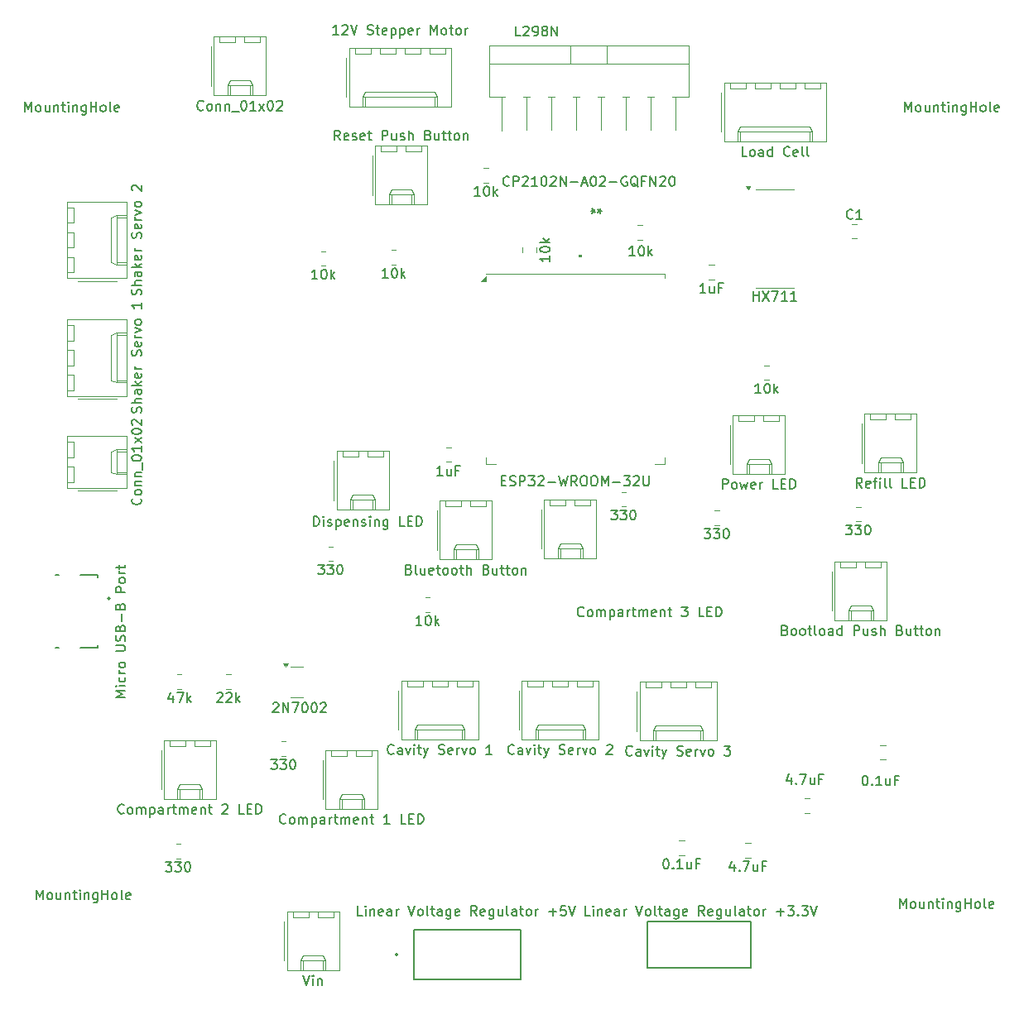
<source format=gbr>
%TF.GenerationSoftware,KiCad,Pcbnew,8.0.8*%
%TF.CreationDate,2025-03-12T17:19:21-05:00*%
%TF.ProjectId,Third Design (PCBWay 1),54686972-6420-4446-9573-69676e202850,rev?*%
%TF.SameCoordinates,Original*%
%TF.FileFunction,Legend,Top*%
%TF.FilePolarity,Positive*%
%FSLAX46Y46*%
G04 Gerber Fmt 4.6, Leading zero omitted, Abs format (unit mm)*
G04 Created by KiCad (PCBNEW 8.0.8) date 2025-03-12 17:19:21*
%MOMM*%
%LPD*%
G01*
G04 APERTURE LIST*
%ADD10C,0.150000*%
%ADD11C,0.120000*%
%ADD12C,0.127000*%
%ADD13C,0.200000*%
%ADD14C,0.000000*%
%ADD15C,0.152400*%
G04 APERTURE END LIST*
D10*
X125349286Y-125945819D02*
X125968333Y-125945819D01*
X125968333Y-125945819D02*
X125635000Y-126326771D01*
X125635000Y-126326771D02*
X125777857Y-126326771D01*
X125777857Y-126326771D02*
X125873095Y-126374390D01*
X125873095Y-126374390D02*
X125920714Y-126422009D01*
X125920714Y-126422009D02*
X125968333Y-126517247D01*
X125968333Y-126517247D02*
X125968333Y-126755342D01*
X125968333Y-126755342D02*
X125920714Y-126850580D01*
X125920714Y-126850580D02*
X125873095Y-126898200D01*
X125873095Y-126898200D02*
X125777857Y-126945819D01*
X125777857Y-126945819D02*
X125492143Y-126945819D01*
X125492143Y-126945819D02*
X125396905Y-126898200D01*
X125396905Y-126898200D02*
X125349286Y-126850580D01*
X126301667Y-125945819D02*
X126920714Y-125945819D01*
X126920714Y-125945819D02*
X126587381Y-126326771D01*
X126587381Y-126326771D02*
X126730238Y-126326771D01*
X126730238Y-126326771D02*
X126825476Y-126374390D01*
X126825476Y-126374390D02*
X126873095Y-126422009D01*
X126873095Y-126422009D02*
X126920714Y-126517247D01*
X126920714Y-126517247D02*
X126920714Y-126755342D01*
X126920714Y-126755342D02*
X126873095Y-126850580D01*
X126873095Y-126850580D02*
X126825476Y-126898200D01*
X126825476Y-126898200D02*
X126730238Y-126945819D01*
X126730238Y-126945819D02*
X126444524Y-126945819D01*
X126444524Y-126945819D02*
X126349286Y-126898200D01*
X126349286Y-126898200D02*
X126301667Y-126850580D01*
X127539762Y-125945819D02*
X127635000Y-125945819D01*
X127635000Y-125945819D02*
X127730238Y-125993438D01*
X127730238Y-125993438D02*
X127777857Y-126041057D01*
X127777857Y-126041057D02*
X127825476Y-126136295D01*
X127825476Y-126136295D02*
X127873095Y-126326771D01*
X127873095Y-126326771D02*
X127873095Y-126564866D01*
X127873095Y-126564866D02*
X127825476Y-126755342D01*
X127825476Y-126755342D02*
X127777857Y-126850580D01*
X127777857Y-126850580D02*
X127730238Y-126898200D01*
X127730238Y-126898200D02*
X127635000Y-126945819D01*
X127635000Y-126945819D02*
X127539762Y-126945819D01*
X127539762Y-126945819D02*
X127444524Y-126898200D01*
X127444524Y-126898200D02*
X127396905Y-126850580D01*
X127396905Y-126850580D02*
X127349286Y-126755342D01*
X127349286Y-126755342D02*
X127301667Y-126564866D01*
X127301667Y-126564866D02*
X127301667Y-126326771D01*
X127301667Y-126326771D02*
X127349286Y-126136295D01*
X127349286Y-126136295D02*
X127396905Y-126041057D01*
X127396905Y-126041057D02*
X127444524Y-125993438D01*
X127444524Y-125993438D02*
X127539762Y-125945819D01*
X114582286Y-136434819D02*
X115201333Y-136434819D01*
X115201333Y-136434819D02*
X114868000Y-136815771D01*
X114868000Y-136815771D02*
X115010857Y-136815771D01*
X115010857Y-136815771D02*
X115106095Y-136863390D01*
X115106095Y-136863390D02*
X115153714Y-136911009D01*
X115153714Y-136911009D02*
X115201333Y-137006247D01*
X115201333Y-137006247D02*
X115201333Y-137244342D01*
X115201333Y-137244342D02*
X115153714Y-137339580D01*
X115153714Y-137339580D02*
X115106095Y-137387200D01*
X115106095Y-137387200D02*
X115010857Y-137434819D01*
X115010857Y-137434819D02*
X114725143Y-137434819D01*
X114725143Y-137434819D02*
X114629905Y-137387200D01*
X114629905Y-137387200D02*
X114582286Y-137339580D01*
X115534667Y-136434819D02*
X116153714Y-136434819D01*
X116153714Y-136434819D02*
X115820381Y-136815771D01*
X115820381Y-136815771D02*
X115963238Y-136815771D01*
X115963238Y-136815771D02*
X116058476Y-136863390D01*
X116058476Y-136863390D02*
X116106095Y-136911009D01*
X116106095Y-136911009D02*
X116153714Y-137006247D01*
X116153714Y-137006247D02*
X116153714Y-137244342D01*
X116153714Y-137244342D02*
X116106095Y-137339580D01*
X116106095Y-137339580D02*
X116058476Y-137387200D01*
X116058476Y-137387200D02*
X115963238Y-137434819D01*
X115963238Y-137434819D02*
X115677524Y-137434819D01*
X115677524Y-137434819D02*
X115582286Y-137387200D01*
X115582286Y-137387200D02*
X115534667Y-137339580D01*
X116772762Y-136434819D02*
X116868000Y-136434819D01*
X116868000Y-136434819D02*
X116963238Y-136482438D01*
X116963238Y-136482438D02*
X117010857Y-136530057D01*
X117010857Y-136530057D02*
X117058476Y-136625295D01*
X117058476Y-136625295D02*
X117106095Y-136815771D01*
X117106095Y-136815771D02*
X117106095Y-137053866D01*
X117106095Y-137053866D02*
X117058476Y-137244342D01*
X117058476Y-137244342D02*
X117010857Y-137339580D01*
X117010857Y-137339580D02*
X116963238Y-137387200D01*
X116963238Y-137387200D02*
X116868000Y-137434819D01*
X116868000Y-137434819D02*
X116772762Y-137434819D01*
X116772762Y-137434819D02*
X116677524Y-137387200D01*
X116677524Y-137387200D02*
X116629905Y-137339580D01*
X116629905Y-137339580D02*
X116582286Y-137244342D01*
X116582286Y-137244342D02*
X116534667Y-137053866D01*
X116534667Y-137053866D02*
X116534667Y-136815771D01*
X116534667Y-136815771D02*
X116582286Y-136625295D01*
X116582286Y-136625295D02*
X116629905Y-136530057D01*
X116629905Y-136530057D02*
X116677524Y-136482438D01*
X116677524Y-136482438D02*
X116772762Y-136434819D01*
X160147286Y-100418819D02*
X160766333Y-100418819D01*
X160766333Y-100418819D02*
X160433000Y-100799771D01*
X160433000Y-100799771D02*
X160575857Y-100799771D01*
X160575857Y-100799771D02*
X160671095Y-100847390D01*
X160671095Y-100847390D02*
X160718714Y-100895009D01*
X160718714Y-100895009D02*
X160766333Y-100990247D01*
X160766333Y-100990247D02*
X160766333Y-101228342D01*
X160766333Y-101228342D02*
X160718714Y-101323580D01*
X160718714Y-101323580D02*
X160671095Y-101371200D01*
X160671095Y-101371200D02*
X160575857Y-101418819D01*
X160575857Y-101418819D02*
X160290143Y-101418819D01*
X160290143Y-101418819D02*
X160194905Y-101371200D01*
X160194905Y-101371200D02*
X160147286Y-101323580D01*
X161099667Y-100418819D02*
X161718714Y-100418819D01*
X161718714Y-100418819D02*
X161385381Y-100799771D01*
X161385381Y-100799771D02*
X161528238Y-100799771D01*
X161528238Y-100799771D02*
X161623476Y-100847390D01*
X161623476Y-100847390D02*
X161671095Y-100895009D01*
X161671095Y-100895009D02*
X161718714Y-100990247D01*
X161718714Y-100990247D02*
X161718714Y-101228342D01*
X161718714Y-101228342D02*
X161671095Y-101323580D01*
X161671095Y-101323580D02*
X161623476Y-101371200D01*
X161623476Y-101371200D02*
X161528238Y-101418819D01*
X161528238Y-101418819D02*
X161242524Y-101418819D01*
X161242524Y-101418819D02*
X161147286Y-101371200D01*
X161147286Y-101371200D02*
X161099667Y-101323580D01*
X162337762Y-100418819D02*
X162433000Y-100418819D01*
X162433000Y-100418819D02*
X162528238Y-100466438D01*
X162528238Y-100466438D02*
X162575857Y-100514057D01*
X162575857Y-100514057D02*
X162623476Y-100609295D01*
X162623476Y-100609295D02*
X162671095Y-100799771D01*
X162671095Y-100799771D02*
X162671095Y-101037866D01*
X162671095Y-101037866D02*
X162623476Y-101228342D01*
X162623476Y-101228342D02*
X162575857Y-101323580D01*
X162575857Y-101323580D02*
X162528238Y-101371200D01*
X162528238Y-101371200D02*
X162433000Y-101418819D01*
X162433000Y-101418819D02*
X162337762Y-101418819D01*
X162337762Y-101418819D02*
X162242524Y-101371200D01*
X162242524Y-101371200D02*
X162194905Y-101323580D01*
X162194905Y-101323580D02*
X162147286Y-101228342D01*
X162147286Y-101228342D02*
X162099667Y-101037866D01*
X162099667Y-101037866D02*
X162099667Y-100799771D01*
X162099667Y-100799771D02*
X162147286Y-100609295D01*
X162147286Y-100609295D02*
X162194905Y-100514057D01*
X162194905Y-100514057D02*
X162242524Y-100466438D01*
X162242524Y-100466438D02*
X162337762Y-100418819D01*
X177935903Y-112723009D02*
X178078760Y-112770628D01*
X178078760Y-112770628D02*
X178126379Y-112818247D01*
X178126379Y-112818247D02*
X178173998Y-112913485D01*
X178173998Y-112913485D02*
X178173998Y-113056342D01*
X178173998Y-113056342D02*
X178126379Y-113151580D01*
X178126379Y-113151580D02*
X178078760Y-113199200D01*
X178078760Y-113199200D02*
X177983522Y-113246819D01*
X177983522Y-113246819D02*
X177602570Y-113246819D01*
X177602570Y-113246819D02*
X177602570Y-112246819D01*
X177602570Y-112246819D02*
X177935903Y-112246819D01*
X177935903Y-112246819D02*
X178031141Y-112294438D01*
X178031141Y-112294438D02*
X178078760Y-112342057D01*
X178078760Y-112342057D02*
X178126379Y-112437295D01*
X178126379Y-112437295D02*
X178126379Y-112532533D01*
X178126379Y-112532533D02*
X178078760Y-112627771D01*
X178078760Y-112627771D02*
X178031141Y-112675390D01*
X178031141Y-112675390D02*
X177935903Y-112723009D01*
X177935903Y-112723009D02*
X177602570Y-112723009D01*
X178745427Y-113246819D02*
X178650189Y-113199200D01*
X178650189Y-113199200D02*
X178602570Y-113151580D01*
X178602570Y-113151580D02*
X178554951Y-113056342D01*
X178554951Y-113056342D02*
X178554951Y-112770628D01*
X178554951Y-112770628D02*
X178602570Y-112675390D01*
X178602570Y-112675390D02*
X178650189Y-112627771D01*
X178650189Y-112627771D02*
X178745427Y-112580152D01*
X178745427Y-112580152D02*
X178888284Y-112580152D01*
X178888284Y-112580152D02*
X178983522Y-112627771D01*
X178983522Y-112627771D02*
X179031141Y-112675390D01*
X179031141Y-112675390D02*
X179078760Y-112770628D01*
X179078760Y-112770628D02*
X179078760Y-113056342D01*
X179078760Y-113056342D02*
X179031141Y-113151580D01*
X179031141Y-113151580D02*
X178983522Y-113199200D01*
X178983522Y-113199200D02*
X178888284Y-113246819D01*
X178888284Y-113246819D02*
X178745427Y-113246819D01*
X179650189Y-113246819D02*
X179554951Y-113199200D01*
X179554951Y-113199200D02*
X179507332Y-113151580D01*
X179507332Y-113151580D02*
X179459713Y-113056342D01*
X179459713Y-113056342D02*
X179459713Y-112770628D01*
X179459713Y-112770628D02*
X179507332Y-112675390D01*
X179507332Y-112675390D02*
X179554951Y-112627771D01*
X179554951Y-112627771D02*
X179650189Y-112580152D01*
X179650189Y-112580152D02*
X179793046Y-112580152D01*
X179793046Y-112580152D02*
X179888284Y-112627771D01*
X179888284Y-112627771D02*
X179935903Y-112675390D01*
X179935903Y-112675390D02*
X179983522Y-112770628D01*
X179983522Y-112770628D02*
X179983522Y-113056342D01*
X179983522Y-113056342D02*
X179935903Y-113151580D01*
X179935903Y-113151580D02*
X179888284Y-113199200D01*
X179888284Y-113199200D02*
X179793046Y-113246819D01*
X179793046Y-113246819D02*
X179650189Y-113246819D01*
X180269237Y-112580152D02*
X180650189Y-112580152D01*
X180412094Y-112246819D02*
X180412094Y-113103961D01*
X180412094Y-113103961D02*
X180459713Y-113199200D01*
X180459713Y-113199200D02*
X180554951Y-113246819D01*
X180554951Y-113246819D02*
X180650189Y-113246819D01*
X181126380Y-113246819D02*
X181031142Y-113199200D01*
X181031142Y-113199200D02*
X180983523Y-113103961D01*
X180983523Y-113103961D02*
X180983523Y-112246819D01*
X181650190Y-113246819D02*
X181554952Y-113199200D01*
X181554952Y-113199200D02*
X181507333Y-113151580D01*
X181507333Y-113151580D02*
X181459714Y-113056342D01*
X181459714Y-113056342D02*
X181459714Y-112770628D01*
X181459714Y-112770628D02*
X181507333Y-112675390D01*
X181507333Y-112675390D02*
X181554952Y-112627771D01*
X181554952Y-112627771D02*
X181650190Y-112580152D01*
X181650190Y-112580152D02*
X181793047Y-112580152D01*
X181793047Y-112580152D02*
X181888285Y-112627771D01*
X181888285Y-112627771D02*
X181935904Y-112675390D01*
X181935904Y-112675390D02*
X181983523Y-112770628D01*
X181983523Y-112770628D02*
X181983523Y-113056342D01*
X181983523Y-113056342D02*
X181935904Y-113151580D01*
X181935904Y-113151580D02*
X181888285Y-113199200D01*
X181888285Y-113199200D02*
X181793047Y-113246819D01*
X181793047Y-113246819D02*
X181650190Y-113246819D01*
X182840666Y-113246819D02*
X182840666Y-112723009D01*
X182840666Y-112723009D02*
X182793047Y-112627771D01*
X182793047Y-112627771D02*
X182697809Y-112580152D01*
X182697809Y-112580152D02*
X182507333Y-112580152D01*
X182507333Y-112580152D02*
X182412095Y-112627771D01*
X182840666Y-113199200D02*
X182745428Y-113246819D01*
X182745428Y-113246819D02*
X182507333Y-113246819D01*
X182507333Y-113246819D02*
X182412095Y-113199200D01*
X182412095Y-113199200D02*
X182364476Y-113103961D01*
X182364476Y-113103961D02*
X182364476Y-113008723D01*
X182364476Y-113008723D02*
X182412095Y-112913485D01*
X182412095Y-112913485D02*
X182507333Y-112865866D01*
X182507333Y-112865866D02*
X182745428Y-112865866D01*
X182745428Y-112865866D02*
X182840666Y-112818247D01*
X183745428Y-113246819D02*
X183745428Y-112246819D01*
X183745428Y-113199200D02*
X183650190Y-113246819D01*
X183650190Y-113246819D02*
X183459714Y-113246819D01*
X183459714Y-113246819D02*
X183364476Y-113199200D01*
X183364476Y-113199200D02*
X183316857Y-113151580D01*
X183316857Y-113151580D02*
X183269238Y-113056342D01*
X183269238Y-113056342D02*
X183269238Y-112770628D01*
X183269238Y-112770628D02*
X183316857Y-112675390D01*
X183316857Y-112675390D02*
X183364476Y-112627771D01*
X183364476Y-112627771D02*
X183459714Y-112580152D01*
X183459714Y-112580152D02*
X183650190Y-112580152D01*
X183650190Y-112580152D02*
X183745428Y-112627771D01*
X184983524Y-113246819D02*
X184983524Y-112246819D01*
X184983524Y-112246819D02*
X185364476Y-112246819D01*
X185364476Y-112246819D02*
X185459714Y-112294438D01*
X185459714Y-112294438D02*
X185507333Y-112342057D01*
X185507333Y-112342057D02*
X185554952Y-112437295D01*
X185554952Y-112437295D02*
X185554952Y-112580152D01*
X185554952Y-112580152D02*
X185507333Y-112675390D01*
X185507333Y-112675390D02*
X185459714Y-112723009D01*
X185459714Y-112723009D02*
X185364476Y-112770628D01*
X185364476Y-112770628D02*
X184983524Y-112770628D01*
X186412095Y-112580152D02*
X186412095Y-113246819D01*
X185983524Y-112580152D02*
X185983524Y-113103961D01*
X185983524Y-113103961D02*
X186031143Y-113199200D01*
X186031143Y-113199200D02*
X186126381Y-113246819D01*
X186126381Y-113246819D02*
X186269238Y-113246819D01*
X186269238Y-113246819D02*
X186364476Y-113199200D01*
X186364476Y-113199200D02*
X186412095Y-113151580D01*
X186840667Y-113199200D02*
X186935905Y-113246819D01*
X186935905Y-113246819D02*
X187126381Y-113246819D01*
X187126381Y-113246819D02*
X187221619Y-113199200D01*
X187221619Y-113199200D02*
X187269238Y-113103961D01*
X187269238Y-113103961D02*
X187269238Y-113056342D01*
X187269238Y-113056342D02*
X187221619Y-112961104D01*
X187221619Y-112961104D02*
X187126381Y-112913485D01*
X187126381Y-112913485D02*
X186983524Y-112913485D01*
X186983524Y-112913485D02*
X186888286Y-112865866D01*
X186888286Y-112865866D02*
X186840667Y-112770628D01*
X186840667Y-112770628D02*
X186840667Y-112723009D01*
X186840667Y-112723009D02*
X186888286Y-112627771D01*
X186888286Y-112627771D02*
X186983524Y-112580152D01*
X186983524Y-112580152D02*
X187126381Y-112580152D01*
X187126381Y-112580152D02*
X187221619Y-112627771D01*
X187697810Y-113246819D02*
X187697810Y-112246819D01*
X188126381Y-113246819D02*
X188126381Y-112723009D01*
X188126381Y-112723009D02*
X188078762Y-112627771D01*
X188078762Y-112627771D02*
X187983524Y-112580152D01*
X187983524Y-112580152D02*
X187840667Y-112580152D01*
X187840667Y-112580152D02*
X187745429Y-112627771D01*
X187745429Y-112627771D02*
X187697810Y-112675390D01*
X189697810Y-112723009D02*
X189840667Y-112770628D01*
X189840667Y-112770628D02*
X189888286Y-112818247D01*
X189888286Y-112818247D02*
X189935905Y-112913485D01*
X189935905Y-112913485D02*
X189935905Y-113056342D01*
X189935905Y-113056342D02*
X189888286Y-113151580D01*
X189888286Y-113151580D02*
X189840667Y-113199200D01*
X189840667Y-113199200D02*
X189745429Y-113246819D01*
X189745429Y-113246819D02*
X189364477Y-113246819D01*
X189364477Y-113246819D02*
X189364477Y-112246819D01*
X189364477Y-112246819D02*
X189697810Y-112246819D01*
X189697810Y-112246819D02*
X189793048Y-112294438D01*
X189793048Y-112294438D02*
X189840667Y-112342057D01*
X189840667Y-112342057D02*
X189888286Y-112437295D01*
X189888286Y-112437295D02*
X189888286Y-112532533D01*
X189888286Y-112532533D02*
X189840667Y-112627771D01*
X189840667Y-112627771D02*
X189793048Y-112675390D01*
X189793048Y-112675390D02*
X189697810Y-112723009D01*
X189697810Y-112723009D02*
X189364477Y-112723009D01*
X190793048Y-112580152D02*
X190793048Y-113246819D01*
X190364477Y-112580152D02*
X190364477Y-113103961D01*
X190364477Y-113103961D02*
X190412096Y-113199200D01*
X190412096Y-113199200D02*
X190507334Y-113246819D01*
X190507334Y-113246819D02*
X190650191Y-113246819D01*
X190650191Y-113246819D02*
X190745429Y-113199200D01*
X190745429Y-113199200D02*
X190793048Y-113151580D01*
X191126382Y-112580152D02*
X191507334Y-112580152D01*
X191269239Y-112246819D02*
X191269239Y-113103961D01*
X191269239Y-113103961D02*
X191316858Y-113199200D01*
X191316858Y-113199200D02*
X191412096Y-113246819D01*
X191412096Y-113246819D02*
X191507334Y-113246819D01*
X191697811Y-112580152D02*
X192078763Y-112580152D01*
X191840668Y-112246819D02*
X191840668Y-113103961D01*
X191840668Y-113103961D02*
X191888287Y-113199200D01*
X191888287Y-113199200D02*
X191983525Y-113246819D01*
X191983525Y-113246819D02*
X192078763Y-113246819D01*
X192554954Y-113246819D02*
X192459716Y-113199200D01*
X192459716Y-113199200D02*
X192412097Y-113151580D01*
X192412097Y-113151580D02*
X192364478Y-113056342D01*
X192364478Y-113056342D02*
X192364478Y-112770628D01*
X192364478Y-112770628D02*
X192412097Y-112675390D01*
X192412097Y-112675390D02*
X192459716Y-112627771D01*
X192459716Y-112627771D02*
X192554954Y-112580152D01*
X192554954Y-112580152D02*
X192697811Y-112580152D01*
X192697811Y-112580152D02*
X192793049Y-112627771D01*
X192793049Y-112627771D02*
X192840668Y-112675390D01*
X192840668Y-112675390D02*
X192888287Y-112770628D01*
X192888287Y-112770628D02*
X192888287Y-113056342D01*
X192888287Y-113056342D02*
X192840668Y-113151580D01*
X192840668Y-113151580D02*
X192793049Y-113199200D01*
X192793049Y-113199200D02*
X192697811Y-113246819D01*
X192697811Y-113246819D02*
X192554954Y-113246819D01*
X193316859Y-112580152D02*
X193316859Y-113246819D01*
X193316859Y-112675390D02*
X193364478Y-112627771D01*
X193364478Y-112627771D02*
X193459716Y-112580152D01*
X193459716Y-112580152D02*
X193602573Y-112580152D01*
X193602573Y-112580152D02*
X193697811Y-112627771D01*
X193697811Y-112627771D02*
X193745430Y-112723009D01*
X193745430Y-112723009D02*
X193745430Y-113246819D01*
X126865903Y-132455580D02*
X126818284Y-132503200D01*
X126818284Y-132503200D02*
X126675427Y-132550819D01*
X126675427Y-132550819D02*
X126580189Y-132550819D01*
X126580189Y-132550819D02*
X126437332Y-132503200D01*
X126437332Y-132503200D02*
X126342094Y-132407961D01*
X126342094Y-132407961D02*
X126294475Y-132312723D01*
X126294475Y-132312723D02*
X126246856Y-132122247D01*
X126246856Y-132122247D02*
X126246856Y-131979390D01*
X126246856Y-131979390D02*
X126294475Y-131788914D01*
X126294475Y-131788914D02*
X126342094Y-131693676D01*
X126342094Y-131693676D02*
X126437332Y-131598438D01*
X126437332Y-131598438D02*
X126580189Y-131550819D01*
X126580189Y-131550819D02*
X126675427Y-131550819D01*
X126675427Y-131550819D02*
X126818284Y-131598438D01*
X126818284Y-131598438D02*
X126865903Y-131646057D01*
X127437332Y-132550819D02*
X127342094Y-132503200D01*
X127342094Y-132503200D02*
X127294475Y-132455580D01*
X127294475Y-132455580D02*
X127246856Y-132360342D01*
X127246856Y-132360342D02*
X127246856Y-132074628D01*
X127246856Y-132074628D02*
X127294475Y-131979390D01*
X127294475Y-131979390D02*
X127342094Y-131931771D01*
X127342094Y-131931771D02*
X127437332Y-131884152D01*
X127437332Y-131884152D02*
X127580189Y-131884152D01*
X127580189Y-131884152D02*
X127675427Y-131931771D01*
X127675427Y-131931771D02*
X127723046Y-131979390D01*
X127723046Y-131979390D02*
X127770665Y-132074628D01*
X127770665Y-132074628D02*
X127770665Y-132360342D01*
X127770665Y-132360342D02*
X127723046Y-132455580D01*
X127723046Y-132455580D02*
X127675427Y-132503200D01*
X127675427Y-132503200D02*
X127580189Y-132550819D01*
X127580189Y-132550819D02*
X127437332Y-132550819D01*
X128199237Y-132550819D02*
X128199237Y-131884152D01*
X128199237Y-131979390D02*
X128246856Y-131931771D01*
X128246856Y-131931771D02*
X128342094Y-131884152D01*
X128342094Y-131884152D02*
X128484951Y-131884152D01*
X128484951Y-131884152D02*
X128580189Y-131931771D01*
X128580189Y-131931771D02*
X128627808Y-132027009D01*
X128627808Y-132027009D02*
X128627808Y-132550819D01*
X128627808Y-132027009D02*
X128675427Y-131931771D01*
X128675427Y-131931771D02*
X128770665Y-131884152D01*
X128770665Y-131884152D02*
X128913522Y-131884152D01*
X128913522Y-131884152D02*
X129008761Y-131931771D01*
X129008761Y-131931771D02*
X129056380Y-132027009D01*
X129056380Y-132027009D02*
X129056380Y-132550819D01*
X129532570Y-131884152D02*
X129532570Y-132884152D01*
X129532570Y-131931771D02*
X129627808Y-131884152D01*
X129627808Y-131884152D02*
X129818284Y-131884152D01*
X129818284Y-131884152D02*
X129913522Y-131931771D01*
X129913522Y-131931771D02*
X129961141Y-131979390D01*
X129961141Y-131979390D02*
X130008760Y-132074628D01*
X130008760Y-132074628D02*
X130008760Y-132360342D01*
X130008760Y-132360342D02*
X129961141Y-132455580D01*
X129961141Y-132455580D02*
X129913522Y-132503200D01*
X129913522Y-132503200D02*
X129818284Y-132550819D01*
X129818284Y-132550819D02*
X129627808Y-132550819D01*
X129627808Y-132550819D02*
X129532570Y-132503200D01*
X130865903Y-132550819D02*
X130865903Y-132027009D01*
X130865903Y-132027009D02*
X130818284Y-131931771D01*
X130818284Y-131931771D02*
X130723046Y-131884152D01*
X130723046Y-131884152D02*
X130532570Y-131884152D01*
X130532570Y-131884152D02*
X130437332Y-131931771D01*
X130865903Y-132503200D02*
X130770665Y-132550819D01*
X130770665Y-132550819D02*
X130532570Y-132550819D01*
X130532570Y-132550819D02*
X130437332Y-132503200D01*
X130437332Y-132503200D02*
X130389713Y-132407961D01*
X130389713Y-132407961D02*
X130389713Y-132312723D01*
X130389713Y-132312723D02*
X130437332Y-132217485D01*
X130437332Y-132217485D02*
X130532570Y-132169866D01*
X130532570Y-132169866D02*
X130770665Y-132169866D01*
X130770665Y-132169866D02*
X130865903Y-132122247D01*
X131342094Y-132550819D02*
X131342094Y-131884152D01*
X131342094Y-132074628D02*
X131389713Y-131979390D01*
X131389713Y-131979390D02*
X131437332Y-131931771D01*
X131437332Y-131931771D02*
X131532570Y-131884152D01*
X131532570Y-131884152D02*
X131627808Y-131884152D01*
X131818285Y-131884152D02*
X132199237Y-131884152D01*
X131961142Y-131550819D02*
X131961142Y-132407961D01*
X131961142Y-132407961D02*
X132008761Y-132503200D01*
X132008761Y-132503200D02*
X132103999Y-132550819D01*
X132103999Y-132550819D02*
X132199237Y-132550819D01*
X132532571Y-132550819D02*
X132532571Y-131884152D01*
X132532571Y-131979390D02*
X132580190Y-131931771D01*
X132580190Y-131931771D02*
X132675428Y-131884152D01*
X132675428Y-131884152D02*
X132818285Y-131884152D01*
X132818285Y-131884152D02*
X132913523Y-131931771D01*
X132913523Y-131931771D02*
X132961142Y-132027009D01*
X132961142Y-132027009D02*
X132961142Y-132550819D01*
X132961142Y-132027009D02*
X133008761Y-131931771D01*
X133008761Y-131931771D02*
X133103999Y-131884152D01*
X133103999Y-131884152D02*
X133246856Y-131884152D01*
X133246856Y-131884152D02*
X133342095Y-131931771D01*
X133342095Y-131931771D02*
X133389714Y-132027009D01*
X133389714Y-132027009D02*
X133389714Y-132550819D01*
X134246856Y-132503200D02*
X134151618Y-132550819D01*
X134151618Y-132550819D02*
X133961142Y-132550819D01*
X133961142Y-132550819D02*
X133865904Y-132503200D01*
X133865904Y-132503200D02*
X133818285Y-132407961D01*
X133818285Y-132407961D02*
X133818285Y-132027009D01*
X133818285Y-132027009D02*
X133865904Y-131931771D01*
X133865904Y-131931771D02*
X133961142Y-131884152D01*
X133961142Y-131884152D02*
X134151618Y-131884152D01*
X134151618Y-131884152D02*
X134246856Y-131931771D01*
X134246856Y-131931771D02*
X134294475Y-132027009D01*
X134294475Y-132027009D02*
X134294475Y-132122247D01*
X134294475Y-132122247D02*
X133818285Y-132217485D01*
X134723047Y-131884152D02*
X134723047Y-132550819D01*
X134723047Y-131979390D02*
X134770666Y-131931771D01*
X134770666Y-131931771D02*
X134865904Y-131884152D01*
X134865904Y-131884152D02*
X135008761Y-131884152D01*
X135008761Y-131884152D02*
X135103999Y-131931771D01*
X135103999Y-131931771D02*
X135151618Y-132027009D01*
X135151618Y-132027009D02*
X135151618Y-132550819D01*
X135484952Y-131884152D02*
X135865904Y-131884152D01*
X135627809Y-131550819D02*
X135627809Y-132407961D01*
X135627809Y-132407961D02*
X135675428Y-132503200D01*
X135675428Y-132503200D02*
X135770666Y-132550819D01*
X135770666Y-132550819D02*
X135865904Y-132550819D01*
X137484952Y-132550819D02*
X136913524Y-132550819D01*
X137199238Y-132550819D02*
X137199238Y-131550819D01*
X137199238Y-131550819D02*
X137104000Y-131693676D01*
X137104000Y-131693676D02*
X137008762Y-131788914D01*
X137008762Y-131788914D02*
X136913524Y-131836533D01*
X139151619Y-132550819D02*
X138675429Y-132550819D01*
X138675429Y-132550819D02*
X138675429Y-131550819D01*
X139484953Y-132027009D02*
X139818286Y-132027009D01*
X139961143Y-132550819D02*
X139484953Y-132550819D01*
X139484953Y-132550819D02*
X139484953Y-131550819D01*
X139484953Y-131550819D02*
X139961143Y-131550819D01*
X140389715Y-132550819D02*
X140389715Y-131550819D01*
X140389715Y-131550819D02*
X140627810Y-131550819D01*
X140627810Y-131550819D02*
X140770667Y-131598438D01*
X140770667Y-131598438D02*
X140865905Y-131693676D01*
X140865905Y-131693676D02*
X140913524Y-131788914D01*
X140913524Y-131788914D02*
X140961143Y-131979390D01*
X140961143Y-131979390D02*
X140961143Y-132122247D01*
X140961143Y-132122247D02*
X140913524Y-132312723D01*
X140913524Y-132312723D02*
X140865905Y-132407961D01*
X140865905Y-132407961D02*
X140770667Y-132503200D01*
X140770667Y-132503200D02*
X140627810Y-132550819D01*
X140627810Y-132550819D02*
X140389715Y-132550819D01*
X110319903Y-131439580D02*
X110272284Y-131487200D01*
X110272284Y-131487200D02*
X110129427Y-131534819D01*
X110129427Y-131534819D02*
X110034189Y-131534819D01*
X110034189Y-131534819D02*
X109891332Y-131487200D01*
X109891332Y-131487200D02*
X109796094Y-131391961D01*
X109796094Y-131391961D02*
X109748475Y-131296723D01*
X109748475Y-131296723D02*
X109700856Y-131106247D01*
X109700856Y-131106247D02*
X109700856Y-130963390D01*
X109700856Y-130963390D02*
X109748475Y-130772914D01*
X109748475Y-130772914D02*
X109796094Y-130677676D01*
X109796094Y-130677676D02*
X109891332Y-130582438D01*
X109891332Y-130582438D02*
X110034189Y-130534819D01*
X110034189Y-130534819D02*
X110129427Y-130534819D01*
X110129427Y-130534819D02*
X110272284Y-130582438D01*
X110272284Y-130582438D02*
X110319903Y-130630057D01*
X110891332Y-131534819D02*
X110796094Y-131487200D01*
X110796094Y-131487200D02*
X110748475Y-131439580D01*
X110748475Y-131439580D02*
X110700856Y-131344342D01*
X110700856Y-131344342D02*
X110700856Y-131058628D01*
X110700856Y-131058628D02*
X110748475Y-130963390D01*
X110748475Y-130963390D02*
X110796094Y-130915771D01*
X110796094Y-130915771D02*
X110891332Y-130868152D01*
X110891332Y-130868152D02*
X111034189Y-130868152D01*
X111034189Y-130868152D02*
X111129427Y-130915771D01*
X111129427Y-130915771D02*
X111177046Y-130963390D01*
X111177046Y-130963390D02*
X111224665Y-131058628D01*
X111224665Y-131058628D02*
X111224665Y-131344342D01*
X111224665Y-131344342D02*
X111177046Y-131439580D01*
X111177046Y-131439580D02*
X111129427Y-131487200D01*
X111129427Y-131487200D02*
X111034189Y-131534819D01*
X111034189Y-131534819D02*
X110891332Y-131534819D01*
X111653237Y-131534819D02*
X111653237Y-130868152D01*
X111653237Y-130963390D02*
X111700856Y-130915771D01*
X111700856Y-130915771D02*
X111796094Y-130868152D01*
X111796094Y-130868152D02*
X111938951Y-130868152D01*
X111938951Y-130868152D02*
X112034189Y-130915771D01*
X112034189Y-130915771D02*
X112081808Y-131011009D01*
X112081808Y-131011009D02*
X112081808Y-131534819D01*
X112081808Y-131011009D02*
X112129427Y-130915771D01*
X112129427Y-130915771D02*
X112224665Y-130868152D01*
X112224665Y-130868152D02*
X112367522Y-130868152D01*
X112367522Y-130868152D02*
X112462761Y-130915771D01*
X112462761Y-130915771D02*
X112510380Y-131011009D01*
X112510380Y-131011009D02*
X112510380Y-131534819D01*
X112986570Y-130868152D02*
X112986570Y-131868152D01*
X112986570Y-130915771D02*
X113081808Y-130868152D01*
X113081808Y-130868152D02*
X113272284Y-130868152D01*
X113272284Y-130868152D02*
X113367522Y-130915771D01*
X113367522Y-130915771D02*
X113415141Y-130963390D01*
X113415141Y-130963390D02*
X113462760Y-131058628D01*
X113462760Y-131058628D02*
X113462760Y-131344342D01*
X113462760Y-131344342D02*
X113415141Y-131439580D01*
X113415141Y-131439580D02*
X113367522Y-131487200D01*
X113367522Y-131487200D02*
X113272284Y-131534819D01*
X113272284Y-131534819D02*
X113081808Y-131534819D01*
X113081808Y-131534819D02*
X112986570Y-131487200D01*
X114319903Y-131534819D02*
X114319903Y-131011009D01*
X114319903Y-131011009D02*
X114272284Y-130915771D01*
X114272284Y-130915771D02*
X114177046Y-130868152D01*
X114177046Y-130868152D02*
X113986570Y-130868152D01*
X113986570Y-130868152D02*
X113891332Y-130915771D01*
X114319903Y-131487200D02*
X114224665Y-131534819D01*
X114224665Y-131534819D02*
X113986570Y-131534819D01*
X113986570Y-131534819D02*
X113891332Y-131487200D01*
X113891332Y-131487200D02*
X113843713Y-131391961D01*
X113843713Y-131391961D02*
X113843713Y-131296723D01*
X113843713Y-131296723D02*
X113891332Y-131201485D01*
X113891332Y-131201485D02*
X113986570Y-131153866D01*
X113986570Y-131153866D02*
X114224665Y-131153866D01*
X114224665Y-131153866D02*
X114319903Y-131106247D01*
X114796094Y-131534819D02*
X114796094Y-130868152D01*
X114796094Y-131058628D02*
X114843713Y-130963390D01*
X114843713Y-130963390D02*
X114891332Y-130915771D01*
X114891332Y-130915771D02*
X114986570Y-130868152D01*
X114986570Y-130868152D02*
X115081808Y-130868152D01*
X115272285Y-130868152D02*
X115653237Y-130868152D01*
X115415142Y-130534819D02*
X115415142Y-131391961D01*
X115415142Y-131391961D02*
X115462761Y-131487200D01*
X115462761Y-131487200D02*
X115557999Y-131534819D01*
X115557999Y-131534819D02*
X115653237Y-131534819D01*
X115986571Y-131534819D02*
X115986571Y-130868152D01*
X115986571Y-130963390D02*
X116034190Y-130915771D01*
X116034190Y-130915771D02*
X116129428Y-130868152D01*
X116129428Y-130868152D02*
X116272285Y-130868152D01*
X116272285Y-130868152D02*
X116367523Y-130915771D01*
X116367523Y-130915771D02*
X116415142Y-131011009D01*
X116415142Y-131011009D02*
X116415142Y-131534819D01*
X116415142Y-131011009D02*
X116462761Y-130915771D01*
X116462761Y-130915771D02*
X116557999Y-130868152D01*
X116557999Y-130868152D02*
X116700856Y-130868152D01*
X116700856Y-130868152D02*
X116796095Y-130915771D01*
X116796095Y-130915771D02*
X116843714Y-131011009D01*
X116843714Y-131011009D02*
X116843714Y-131534819D01*
X117700856Y-131487200D02*
X117605618Y-131534819D01*
X117605618Y-131534819D02*
X117415142Y-131534819D01*
X117415142Y-131534819D02*
X117319904Y-131487200D01*
X117319904Y-131487200D02*
X117272285Y-131391961D01*
X117272285Y-131391961D02*
X117272285Y-131011009D01*
X117272285Y-131011009D02*
X117319904Y-130915771D01*
X117319904Y-130915771D02*
X117415142Y-130868152D01*
X117415142Y-130868152D02*
X117605618Y-130868152D01*
X117605618Y-130868152D02*
X117700856Y-130915771D01*
X117700856Y-130915771D02*
X117748475Y-131011009D01*
X117748475Y-131011009D02*
X117748475Y-131106247D01*
X117748475Y-131106247D02*
X117272285Y-131201485D01*
X118177047Y-130868152D02*
X118177047Y-131534819D01*
X118177047Y-130963390D02*
X118224666Y-130915771D01*
X118224666Y-130915771D02*
X118319904Y-130868152D01*
X118319904Y-130868152D02*
X118462761Y-130868152D01*
X118462761Y-130868152D02*
X118557999Y-130915771D01*
X118557999Y-130915771D02*
X118605618Y-131011009D01*
X118605618Y-131011009D02*
X118605618Y-131534819D01*
X118938952Y-130868152D02*
X119319904Y-130868152D01*
X119081809Y-130534819D02*
X119081809Y-131391961D01*
X119081809Y-131391961D02*
X119129428Y-131487200D01*
X119129428Y-131487200D02*
X119224666Y-131534819D01*
X119224666Y-131534819D02*
X119319904Y-131534819D01*
X120367524Y-130630057D02*
X120415143Y-130582438D01*
X120415143Y-130582438D02*
X120510381Y-130534819D01*
X120510381Y-130534819D02*
X120748476Y-130534819D01*
X120748476Y-130534819D02*
X120843714Y-130582438D01*
X120843714Y-130582438D02*
X120891333Y-130630057D01*
X120891333Y-130630057D02*
X120938952Y-130725295D01*
X120938952Y-130725295D02*
X120938952Y-130820533D01*
X120938952Y-130820533D02*
X120891333Y-130963390D01*
X120891333Y-130963390D02*
X120319905Y-131534819D01*
X120319905Y-131534819D02*
X120938952Y-131534819D01*
X122605619Y-131534819D02*
X122129429Y-131534819D01*
X122129429Y-131534819D02*
X122129429Y-130534819D01*
X122938953Y-131011009D02*
X123272286Y-131011009D01*
X123415143Y-131534819D02*
X122938953Y-131534819D01*
X122938953Y-131534819D02*
X122938953Y-130534819D01*
X122938953Y-130534819D02*
X123415143Y-130534819D01*
X123843715Y-131534819D02*
X123843715Y-130534819D01*
X123843715Y-130534819D02*
X124081810Y-130534819D01*
X124081810Y-130534819D02*
X124224667Y-130582438D01*
X124224667Y-130582438D02*
X124319905Y-130677676D01*
X124319905Y-130677676D02*
X124367524Y-130772914D01*
X124367524Y-130772914D02*
X124415143Y-130963390D01*
X124415143Y-130963390D02*
X124415143Y-131106247D01*
X124415143Y-131106247D02*
X124367524Y-131296723D01*
X124367524Y-131296723D02*
X124319905Y-131391961D01*
X124319905Y-131391961D02*
X124224667Y-131487200D01*
X124224667Y-131487200D02*
X124081810Y-131534819D01*
X124081810Y-131534819D02*
X123843715Y-131534819D01*
X157345903Y-111230580D02*
X157298284Y-111278200D01*
X157298284Y-111278200D02*
X157155427Y-111325819D01*
X157155427Y-111325819D02*
X157060189Y-111325819D01*
X157060189Y-111325819D02*
X156917332Y-111278200D01*
X156917332Y-111278200D02*
X156822094Y-111182961D01*
X156822094Y-111182961D02*
X156774475Y-111087723D01*
X156774475Y-111087723D02*
X156726856Y-110897247D01*
X156726856Y-110897247D02*
X156726856Y-110754390D01*
X156726856Y-110754390D02*
X156774475Y-110563914D01*
X156774475Y-110563914D02*
X156822094Y-110468676D01*
X156822094Y-110468676D02*
X156917332Y-110373438D01*
X156917332Y-110373438D02*
X157060189Y-110325819D01*
X157060189Y-110325819D02*
X157155427Y-110325819D01*
X157155427Y-110325819D02*
X157298284Y-110373438D01*
X157298284Y-110373438D02*
X157345903Y-110421057D01*
X157917332Y-111325819D02*
X157822094Y-111278200D01*
X157822094Y-111278200D02*
X157774475Y-111230580D01*
X157774475Y-111230580D02*
X157726856Y-111135342D01*
X157726856Y-111135342D02*
X157726856Y-110849628D01*
X157726856Y-110849628D02*
X157774475Y-110754390D01*
X157774475Y-110754390D02*
X157822094Y-110706771D01*
X157822094Y-110706771D02*
X157917332Y-110659152D01*
X157917332Y-110659152D02*
X158060189Y-110659152D01*
X158060189Y-110659152D02*
X158155427Y-110706771D01*
X158155427Y-110706771D02*
X158203046Y-110754390D01*
X158203046Y-110754390D02*
X158250665Y-110849628D01*
X158250665Y-110849628D02*
X158250665Y-111135342D01*
X158250665Y-111135342D02*
X158203046Y-111230580D01*
X158203046Y-111230580D02*
X158155427Y-111278200D01*
X158155427Y-111278200D02*
X158060189Y-111325819D01*
X158060189Y-111325819D02*
X157917332Y-111325819D01*
X158679237Y-111325819D02*
X158679237Y-110659152D01*
X158679237Y-110754390D02*
X158726856Y-110706771D01*
X158726856Y-110706771D02*
X158822094Y-110659152D01*
X158822094Y-110659152D02*
X158964951Y-110659152D01*
X158964951Y-110659152D02*
X159060189Y-110706771D01*
X159060189Y-110706771D02*
X159107808Y-110802009D01*
X159107808Y-110802009D02*
X159107808Y-111325819D01*
X159107808Y-110802009D02*
X159155427Y-110706771D01*
X159155427Y-110706771D02*
X159250665Y-110659152D01*
X159250665Y-110659152D02*
X159393522Y-110659152D01*
X159393522Y-110659152D02*
X159488761Y-110706771D01*
X159488761Y-110706771D02*
X159536380Y-110802009D01*
X159536380Y-110802009D02*
X159536380Y-111325819D01*
X160012570Y-110659152D02*
X160012570Y-111659152D01*
X160012570Y-110706771D02*
X160107808Y-110659152D01*
X160107808Y-110659152D02*
X160298284Y-110659152D01*
X160298284Y-110659152D02*
X160393522Y-110706771D01*
X160393522Y-110706771D02*
X160441141Y-110754390D01*
X160441141Y-110754390D02*
X160488760Y-110849628D01*
X160488760Y-110849628D02*
X160488760Y-111135342D01*
X160488760Y-111135342D02*
X160441141Y-111230580D01*
X160441141Y-111230580D02*
X160393522Y-111278200D01*
X160393522Y-111278200D02*
X160298284Y-111325819D01*
X160298284Y-111325819D02*
X160107808Y-111325819D01*
X160107808Y-111325819D02*
X160012570Y-111278200D01*
X161345903Y-111325819D02*
X161345903Y-110802009D01*
X161345903Y-110802009D02*
X161298284Y-110706771D01*
X161298284Y-110706771D02*
X161203046Y-110659152D01*
X161203046Y-110659152D02*
X161012570Y-110659152D01*
X161012570Y-110659152D02*
X160917332Y-110706771D01*
X161345903Y-111278200D02*
X161250665Y-111325819D01*
X161250665Y-111325819D02*
X161012570Y-111325819D01*
X161012570Y-111325819D02*
X160917332Y-111278200D01*
X160917332Y-111278200D02*
X160869713Y-111182961D01*
X160869713Y-111182961D02*
X160869713Y-111087723D01*
X160869713Y-111087723D02*
X160917332Y-110992485D01*
X160917332Y-110992485D02*
X161012570Y-110944866D01*
X161012570Y-110944866D02*
X161250665Y-110944866D01*
X161250665Y-110944866D02*
X161345903Y-110897247D01*
X161822094Y-111325819D02*
X161822094Y-110659152D01*
X161822094Y-110849628D02*
X161869713Y-110754390D01*
X161869713Y-110754390D02*
X161917332Y-110706771D01*
X161917332Y-110706771D02*
X162012570Y-110659152D01*
X162012570Y-110659152D02*
X162107808Y-110659152D01*
X162298285Y-110659152D02*
X162679237Y-110659152D01*
X162441142Y-110325819D02*
X162441142Y-111182961D01*
X162441142Y-111182961D02*
X162488761Y-111278200D01*
X162488761Y-111278200D02*
X162583999Y-111325819D01*
X162583999Y-111325819D02*
X162679237Y-111325819D01*
X163012571Y-111325819D02*
X163012571Y-110659152D01*
X163012571Y-110754390D02*
X163060190Y-110706771D01*
X163060190Y-110706771D02*
X163155428Y-110659152D01*
X163155428Y-110659152D02*
X163298285Y-110659152D01*
X163298285Y-110659152D02*
X163393523Y-110706771D01*
X163393523Y-110706771D02*
X163441142Y-110802009D01*
X163441142Y-110802009D02*
X163441142Y-111325819D01*
X163441142Y-110802009D02*
X163488761Y-110706771D01*
X163488761Y-110706771D02*
X163583999Y-110659152D01*
X163583999Y-110659152D02*
X163726856Y-110659152D01*
X163726856Y-110659152D02*
X163822095Y-110706771D01*
X163822095Y-110706771D02*
X163869714Y-110802009D01*
X163869714Y-110802009D02*
X163869714Y-111325819D01*
X164726856Y-111278200D02*
X164631618Y-111325819D01*
X164631618Y-111325819D02*
X164441142Y-111325819D01*
X164441142Y-111325819D02*
X164345904Y-111278200D01*
X164345904Y-111278200D02*
X164298285Y-111182961D01*
X164298285Y-111182961D02*
X164298285Y-110802009D01*
X164298285Y-110802009D02*
X164345904Y-110706771D01*
X164345904Y-110706771D02*
X164441142Y-110659152D01*
X164441142Y-110659152D02*
X164631618Y-110659152D01*
X164631618Y-110659152D02*
X164726856Y-110706771D01*
X164726856Y-110706771D02*
X164774475Y-110802009D01*
X164774475Y-110802009D02*
X164774475Y-110897247D01*
X164774475Y-110897247D02*
X164298285Y-110992485D01*
X165203047Y-110659152D02*
X165203047Y-111325819D01*
X165203047Y-110754390D02*
X165250666Y-110706771D01*
X165250666Y-110706771D02*
X165345904Y-110659152D01*
X165345904Y-110659152D02*
X165488761Y-110659152D01*
X165488761Y-110659152D02*
X165583999Y-110706771D01*
X165583999Y-110706771D02*
X165631618Y-110802009D01*
X165631618Y-110802009D02*
X165631618Y-111325819D01*
X165964952Y-110659152D02*
X166345904Y-110659152D01*
X166107809Y-110325819D02*
X166107809Y-111182961D01*
X166107809Y-111182961D02*
X166155428Y-111278200D01*
X166155428Y-111278200D02*
X166250666Y-111325819D01*
X166250666Y-111325819D02*
X166345904Y-111325819D01*
X167345905Y-110325819D02*
X167964952Y-110325819D01*
X167964952Y-110325819D02*
X167631619Y-110706771D01*
X167631619Y-110706771D02*
X167774476Y-110706771D01*
X167774476Y-110706771D02*
X167869714Y-110754390D01*
X167869714Y-110754390D02*
X167917333Y-110802009D01*
X167917333Y-110802009D02*
X167964952Y-110897247D01*
X167964952Y-110897247D02*
X167964952Y-111135342D01*
X167964952Y-111135342D02*
X167917333Y-111230580D01*
X167917333Y-111230580D02*
X167869714Y-111278200D01*
X167869714Y-111278200D02*
X167774476Y-111325819D01*
X167774476Y-111325819D02*
X167488762Y-111325819D01*
X167488762Y-111325819D02*
X167393524Y-111278200D01*
X167393524Y-111278200D02*
X167345905Y-111230580D01*
X169631619Y-111325819D02*
X169155429Y-111325819D01*
X169155429Y-111325819D02*
X169155429Y-110325819D01*
X169964953Y-110802009D02*
X170298286Y-110802009D01*
X170441143Y-111325819D02*
X169964953Y-111325819D01*
X169964953Y-111325819D02*
X169964953Y-110325819D01*
X169964953Y-110325819D02*
X170441143Y-110325819D01*
X170869715Y-111325819D02*
X170869715Y-110325819D01*
X170869715Y-110325819D02*
X171107810Y-110325819D01*
X171107810Y-110325819D02*
X171250667Y-110373438D01*
X171250667Y-110373438D02*
X171345905Y-110468676D01*
X171345905Y-110468676D02*
X171393524Y-110563914D01*
X171393524Y-110563914D02*
X171441143Y-110754390D01*
X171441143Y-110754390D02*
X171441143Y-110897247D01*
X171441143Y-110897247D02*
X171393524Y-111087723D01*
X171393524Y-111087723D02*
X171345905Y-111182961D01*
X171345905Y-111182961D02*
X171250667Y-111278200D01*
X171250667Y-111278200D02*
X171107810Y-111325819D01*
X171107810Y-111325819D02*
X170869715Y-111325819D01*
X153869819Y-74398238D02*
X153869819Y-74969666D01*
X153869819Y-74683952D02*
X152869819Y-74683952D01*
X152869819Y-74683952D02*
X153012676Y-74779190D01*
X153012676Y-74779190D02*
X153107914Y-74874428D01*
X153107914Y-74874428D02*
X153155533Y-74969666D01*
X152869819Y-73779190D02*
X152869819Y-73683952D01*
X152869819Y-73683952D02*
X152917438Y-73588714D01*
X152917438Y-73588714D02*
X152965057Y-73541095D01*
X152965057Y-73541095D02*
X153060295Y-73493476D01*
X153060295Y-73493476D02*
X153250771Y-73445857D01*
X153250771Y-73445857D02*
X153488866Y-73445857D01*
X153488866Y-73445857D02*
X153679342Y-73493476D01*
X153679342Y-73493476D02*
X153774580Y-73541095D01*
X153774580Y-73541095D02*
X153822200Y-73588714D01*
X153822200Y-73588714D02*
X153869819Y-73683952D01*
X153869819Y-73683952D02*
X153869819Y-73779190D01*
X153869819Y-73779190D02*
X153822200Y-73874428D01*
X153822200Y-73874428D02*
X153774580Y-73922047D01*
X153774580Y-73922047D02*
X153679342Y-73969666D01*
X153679342Y-73969666D02*
X153488866Y-74017285D01*
X153488866Y-74017285D02*
X153250771Y-74017285D01*
X153250771Y-74017285D02*
X153060295Y-73969666D01*
X153060295Y-73969666D02*
X152965057Y-73922047D01*
X152965057Y-73922047D02*
X152917438Y-73874428D01*
X152917438Y-73874428D02*
X152869819Y-73779190D01*
X153869819Y-73017285D02*
X152869819Y-73017285D01*
X153488866Y-72922047D02*
X153869819Y-72636333D01*
X153203152Y-72636333D02*
X153584104Y-73017285D01*
X184150286Y-101942819D02*
X184769333Y-101942819D01*
X184769333Y-101942819D02*
X184436000Y-102323771D01*
X184436000Y-102323771D02*
X184578857Y-102323771D01*
X184578857Y-102323771D02*
X184674095Y-102371390D01*
X184674095Y-102371390D02*
X184721714Y-102419009D01*
X184721714Y-102419009D02*
X184769333Y-102514247D01*
X184769333Y-102514247D02*
X184769333Y-102752342D01*
X184769333Y-102752342D02*
X184721714Y-102847580D01*
X184721714Y-102847580D02*
X184674095Y-102895200D01*
X184674095Y-102895200D02*
X184578857Y-102942819D01*
X184578857Y-102942819D02*
X184293143Y-102942819D01*
X184293143Y-102942819D02*
X184197905Y-102895200D01*
X184197905Y-102895200D02*
X184150286Y-102847580D01*
X185102667Y-101942819D02*
X185721714Y-101942819D01*
X185721714Y-101942819D02*
X185388381Y-102323771D01*
X185388381Y-102323771D02*
X185531238Y-102323771D01*
X185531238Y-102323771D02*
X185626476Y-102371390D01*
X185626476Y-102371390D02*
X185674095Y-102419009D01*
X185674095Y-102419009D02*
X185721714Y-102514247D01*
X185721714Y-102514247D02*
X185721714Y-102752342D01*
X185721714Y-102752342D02*
X185674095Y-102847580D01*
X185674095Y-102847580D02*
X185626476Y-102895200D01*
X185626476Y-102895200D02*
X185531238Y-102942819D01*
X185531238Y-102942819D02*
X185245524Y-102942819D01*
X185245524Y-102942819D02*
X185150286Y-102895200D01*
X185150286Y-102895200D02*
X185102667Y-102847580D01*
X186340762Y-101942819D02*
X186436000Y-101942819D01*
X186436000Y-101942819D02*
X186531238Y-101990438D01*
X186531238Y-101990438D02*
X186578857Y-102038057D01*
X186578857Y-102038057D02*
X186626476Y-102133295D01*
X186626476Y-102133295D02*
X186674095Y-102323771D01*
X186674095Y-102323771D02*
X186674095Y-102561866D01*
X186674095Y-102561866D02*
X186626476Y-102752342D01*
X186626476Y-102752342D02*
X186578857Y-102847580D01*
X186578857Y-102847580D02*
X186531238Y-102895200D01*
X186531238Y-102895200D02*
X186436000Y-102942819D01*
X186436000Y-102942819D02*
X186340762Y-102942819D01*
X186340762Y-102942819D02*
X186245524Y-102895200D01*
X186245524Y-102895200D02*
X186197905Y-102847580D01*
X186197905Y-102847580D02*
X186150286Y-102752342D01*
X186150286Y-102752342D02*
X186102667Y-102561866D01*
X186102667Y-102561866D02*
X186102667Y-102323771D01*
X186102667Y-102323771D02*
X186150286Y-102133295D01*
X186150286Y-102133295D02*
X186197905Y-102038057D01*
X186197905Y-102038057D02*
X186245524Y-101990438D01*
X186245524Y-101990438D02*
X186340762Y-101942819D01*
X100214285Y-59654819D02*
X100214285Y-58654819D01*
X100214285Y-58654819D02*
X100547618Y-59369104D01*
X100547618Y-59369104D02*
X100880951Y-58654819D01*
X100880951Y-58654819D02*
X100880951Y-59654819D01*
X101499999Y-59654819D02*
X101404761Y-59607200D01*
X101404761Y-59607200D02*
X101357142Y-59559580D01*
X101357142Y-59559580D02*
X101309523Y-59464342D01*
X101309523Y-59464342D02*
X101309523Y-59178628D01*
X101309523Y-59178628D02*
X101357142Y-59083390D01*
X101357142Y-59083390D02*
X101404761Y-59035771D01*
X101404761Y-59035771D02*
X101499999Y-58988152D01*
X101499999Y-58988152D02*
X101642856Y-58988152D01*
X101642856Y-58988152D02*
X101738094Y-59035771D01*
X101738094Y-59035771D02*
X101785713Y-59083390D01*
X101785713Y-59083390D02*
X101833332Y-59178628D01*
X101833332Y-59178628D02*
X101833332Y-59464342D01*
X101833332Y-59464342D02*
X101785713Y-59559580D01*
X101785713Y-59559580D02*
X101738094Y-59607200D01*
X101738094Y-59607200D02*
X101642856Y-59654819D01*
X101642856Y-59654819D02*
X101499999Y-59654819D01*
X102690475Y-58988152D02*
X102690475Y-59654819D01*
X102261904Y-58988152D02*
X102261904Y-59511961D01*
X102261904Y-59511961D02*
X102309523Y-59607200D01*
X102309523Y-59607200D02*
X102404761Y-59654819D01*
X102404761Y-59654819D02*
X102547618Y-59654819D01*
X102547618Y-59654819D02*
X102642856Y-59607200D01*
X102642856Y-59607200D02*
X102690475Y-59559580D01*
X103166666Y-58988152D02*
X103166666Y-59654819D01*
X103166666Y-59083390D02*
X103214285Y-59035771D01*
X103214285Y-59035771D02*
X103309523Y-58988152D01*
X103309523Y-58988152D02*
X103452380Y-58988152D01*
X103452380Y-58988152D02*
X103547618Y-59035771D01*
X103547618Y-59035771D02*
X103595237Y-59131009D01*
X103595237Y-59131009D02*
X103595237Y-59654819D01*
X103928571Y-58988152D02*
X104309523Y-58988152D01*
X104071428Y-58654819D02*
X104071428Y-59511961D01*
X104071428Y-59511961D02*
X104119047Y-59607200D01*
X104119047Y-59607200D02*
X104214285Y-59654819D01*
X104214285Y-59654819D02*
X104309523Y-59654819D01*
X104642857Y-59654819D02*
X104642857Y-58988152D01*
X104642857Y-58654819D02*
X104595238Y-58702438D01*
X104595238Y-58702438D02*
X104642857Y-58750057D01*
X104642857Y-58750057D02*
X104690476Y-58702438D01*
X104690476Y-58702438D02*
X104642857Y-58654819D01*
X104642857Y-58654819D02*
X104642857Y-58750057D01*
X105119047Y-58988152D02*
X105119047Y-59654819D01*
X105119047Y-59083390D02*
X105166666Y-59035771D01*
X105166666Y-59035771D02*
X105261904Y-58988152D01*
X105261904Y-58988152D02*
X105404761Y-58988152D01*
X105404761Y-58988152D02*
X105499999Y-59035771D01*
X105499999Y-59035771D02*
X105547618Y-59131009D01*
X105547618Y-59131009D02*
X105547618Y-59654819D01*
X106452380Y-58988152D02*
X106452380Y-59797676D01*
X106452380Y-59797676D02*
X106404761Y-59892914D01*
X106404761Y-59892914D02*
X106357142Y-59940533D01*
X106357142Y-59940533D02*
X106261904Y-59988152D01*
X106261904Y-59988152D02*
X106119047Y-59988152D01*
X106119047Y-59988152D02*
X106023809Y-59940533D01*
X106452380Y-59607200D02*
X106357142Y-59654819D01*
X106357142Y-59654819D02*
X106166666Y-59654819D01*
X106166666Y-59654819D02*
X106071428Y-59607200D01*
X106071428Y-59607200D02*
X106023809Y-59559580D01*
X106023809Y-59559580D02*
X105976190Y-59464342D01*
X105976190Y-59464342D02*
X105976190Y-59178628D01*
X105976190Y-59178628D02*
X106023809Y-59083390D01*
X106023809Y-59083390D02*
X106071428Y-59035771D01*
X106071428Y-59035771D02*
X106166666Y-58988152D01*
X106166666Y-58988152D02*
X106357142Y-58988152D01*
X106357142Y-58988152D02*
X106452380Y-59035771D01*
X106928571Y-59654819D02*
X106928571Y-58654819D01*
X106928571Y-59131009D02*
X107499999Y-59131009D01*
X107499999Y-59654819D02*
X107499999Y-58654819D01*
X108119047Y-59654819D02*
X108023809Y-59607200D01*
X108023809Y-59607200D02*
X107976190Y-59559580D01*
X107976190Y-59559580D02*
X107928571Y-59464342D01*
X107928571Y-59464342D02*
X107928571Y-59178628D01*
X107928571Y-59178628D02*
X107976190Y-59083390D01*
X107976190Y-59083390D02*
X108023809Y-59035771D01*
X108023809Y-59035771D02*
X108119047Y-58988152D01*
X108119047Y-58988152D02*
X108261904Y-58988152D01*
X108261904Y-58988152D02*
X108357142Y-59035771D01*
X108357142Y-59035771D02*
X108404761Y-59083390D01*
X108404761Y-59083390D02*
X108452380Y-59178628D01*
X108452380Y-59178628D02*
X108452380Y-59464342D01*
X108452380Y-59464342D02*
X108404761Y-59559580D01*
X108404761Y-59559580D02*
X108357142Y-59607200D01*
X108357142Y-59607200D02*
X108261904Y-59654819D01*
X108261904Y-59654819D02*
X108119047Y-59654819D01*
X109023809Y-59654819D02*
X108928571Y-59607200D01*
X108928571Y-59607200D02*
X108880952Y-59511961D01*
X108880952Y-59511961D02*
X108880952Y-58654819D01*
X109785714Y-59607200D02*
X109690476Y-59654819D01*
X109690476Y-59654819D02*
X109500000Y-59654819D01*
X109500000Y-59654819D02*
X109404762Y-59607200D01*
X109404762Y-59607200D02*
X109357143Y-59511961D01*
X109357143Y-59511961D02*
X109357143Y-59131009D01*
X109357143Y-59131009D02*
X109404762Y-59035771D01*
X109404762Y-59035771D02*
X109500000Y-58988152D01*
X109500000Y-58988152D02*
X109690476Y-58988152D01*
X109690476Y-58988152D02*
X109785714Y-59035771D01*
X109785714Y-59035771D02*
X109833333Y-59131009D01*
X109833333Y-59131009D02*
X109833333Y-59226247D01*
X109833333Y-59226247D02*
X109357143Y-59321485D01*
X115309523Y-119438152D02*
X115309523Y-120104819D01*
X115071428Y-119057200D02*
X114833333Y-119771485D01*
X114833333Y-119771485D02*
X115452380Y-119771485D01*
X115738095Y-119104819D02*
X116404761Y-119104819D01*
X116404761Y-119104819D02*
X115976190Y-120104819D01*
X116785714Y-120104819D02*
X116785714Y-119104819D01*
X116880952Y-119723866D02*
X117166666Y-120104819D01*
X117166666Y-119438152D02*
X116785714Y-119819104D01*
X129731190Y-102054819D02*
X129731190Y-101054819D01*
X129731190Y-101054819D02*
X129969285Y-101054819D01*
X129969285Y-101054819D02*
X130112142Y-101102438D01*
X130112142Y-101102438D02*
X130207380Y-101197676D01*
X130207380Y-101197676D02*
X130254999Y-101292914D01*
X130254999Y-101292914D02*
X130302618Y-101483390D01*
X130302618Y-101483390D02*
X130302618Y-101626247D01*
X130302618Y-101626247D02*
X130254999Y-101816723D01*
X130254999Y-101816723D02*
X130207380Y-101911961D01*
X130207380Y-101911961D02*
X130112142Y-102007200D01*
X130112142Y-102007200D02*
X129969285Y-102054819D01*
X129969285Y-102054819D02*
X129731190Y-102054819D01*
X130731190Y-102054819D02*
X130731190Y-101388152D01*
X130731190Y-101054819D02*
X130683571Y-101102438D01*
X130683571Y-101102438D02*
X130731190Y-101150057D01*
X130731190Y-101150057D02*
X130778809Y-101102438D01*
X130778809Y-101102438D02*
X130731190Y-101054819D01*
X130731190Y-101054819D02*
X130731190Y-101150057D01*
X131159761Y-102007200D02*
X131254999Y-102054819D01*
X131254999Y-102054819D02*
X131445475Y-102054819D01*
X131445475Y-102054819D02*
X131540713Y-102007200D01*
X131540713Y-102007200D02*
X131588332Y-101911961D01*
X131588332Y-101911961D02*
X131588332Y-101864342D01*
X131588332Y-101864342D02*
X131540713Y-101769104D01*
X131540713Y-101769104D02*
X131445475Y-101721485D01*
X131445475Y-101721485D02*
X131302618Y-101721485D01*
X131302618Y-101721485D02*
X131207380Y-101673866D01*
X131207380Y-101673866D02*
X131159761Y-101578628D01*
X131159761Y-101578628D02*
X131159761Y-101531009D01*
X131159761Y-101531009D02*
X131207380Y-101435771D01*
X131207380Y-101435771D02*
X131302618Y-101388152D01*
X131302618Y-101388152D02*
X131445475Y-101388152D01*
X131445475Y-101388152D02*
X131540713Y-101435771D01*
X132016904Y-101388152D02*
X132016904Y-102388152D01*
X132016904Y-101435771D02*
X132112142Y-101388152D01*
X132112142Y-101388152D02*
X132302618Y-101388152D01*
X132302618Y-101388152D02*
X132397856Y-101435771D01*
X132397856Y-101435771D02*
X132445475Y-101483390D01*
X132445475Y-101483390D02*
X132493094Y-101578628D01*
X132493094Y-101578628D02*
X132493094Y-101864342D01*
X132493094Y-101864342D02*
X132445475Y-101959580D01*
X132445475Y-101959580D02*
X132397856Y-102007200D01*
X132397856Y-102007200D02*
X132302618Y-102054819D01*
X132302618Y-102054819D02*
X132112142Y-102054819D01*
X132112142Y-102054819D02*
X132016904Y-102007200D01*
X133302618Y-102007200D02*
X133207380Y-102054819D01*
X133207380Y-102054819D02*
X133016904Y-102054819D01*
X133016904Y-102054819D02*
X132921666Y-102007200D01*
X132921666Y-102007200D02*
X132874047Y-101911961D01*
X132874047Y-101911961D02*
X132874047Y-101531009D01*
X132874047Y-101531009D02*
X132921666Y-101435771D01*
X132921666Y-101435771D02*
X133016904Y-101388152D01*
X133016904Y-101388152D02*
X133207380Y-101388152D01*
X133207380Y-101388152D02*
X133302618Y-101435771D01*
X133302618Y-101435771D02*
X133350237Y-101531009D01*
X133350237Y-101531009D02*
X133350237Y-101626247D01*
X133350237Y-101626247D02*
X132874047Y-101721485D01*
X133778809Y-101388152D02*
X133778809Y-102054819D01*
X133778809Y-101483390D02*
X133826428Y-101435771D01*
X133826428Y-101435771D02*
X133921666Y-101388152D01*
X133921666Y-101388152D02*
X134064523Y-101388152D01*
X134064523Y-101388152D02*
X134159761Y-101435771D01*
X134159761Y-101435771D02*
X134207380Y-101531009D01*
X134207380Y-101531009D02*
X134207380Y-102054819D01*
X134635952Y-102007200D02*
X134731190Y-102054819D01*
X134731190Y-102054819D02*
X134921666Y-102054819D01*
X134921666Y-102054819D02*
X135016904Y-102007200D01*
X135016904Y-102007200D02*
X135064523Y-101911961D01*
X135064523Y-101911961D02*
X135064523Y-101864342D01*
X135064523Y-101864342D02*
X135016904Y-101769104D01*
X135016904Y-101769104D02*
X134921666Y-101721485D01*
X134921666Y-101721485D02*
X134778809Y-101721485D01*
X134778809Y-101721485D02*
X134683571Y-101673866D01*
X134683571Y-101673866D02*
X134635952Y-101578628D01*
X134635952Y-101578628D02*
X134635952Y-101531009D01*
X134635952Y-101531009D02*
X134683571Y-101435771D01*
X134683571Y-101435771D02*
X134778809Y-101388152D01*
X134778809Y-101388152D02*
X134921666Y-101388152D01*
X134921666Y-101388152D02*
X135016904Y-101435771D01*
X135493095Y-102054819D02*
X135493095Y-101388152D01*
X135493095Y-101054819D02*
X135445476Y-101102438D01*
X135445476Y-101102438D02*
X135493095Y-101150057D01*
X135493095Y-101150057D02*
X135540714Y-101102438D01*
X135540714Y-101102438D02*
X135493095Y-101054819D01*
X135493095Y-101054819D02*
X135493095Y-101150057D01*
X135969285Y-101388152D02*
X135969285Y-102054819D01*
X135969285Y-101483390D02*
X136016904Y-101435771D01*
X136016904Y-101435771D02*
X136112142Y-101388152D01*
X136112142Y-101388152D02*
X136254999Y-101388152D01*
X136254999Y-101388152D02*
X136350237Y-101435771D01*
X136350237Y-101435771D02*
X136397856Y-101531009D01*
X136397856Y-101531009D02*
X136397856Y-102054819D01*
X137302618Y-101388152D02*
X137302618Y-102197676D01*
X137302618Y-102197676D02*
X137254999Y-102292914D01*
X137254999Y-102292914D02*
X137207380Y-102340533D01*
X137207380Y-102340533D02*
X137112142Y-102388152D01*
X137112142Y-102388152D02*
X136969285Y-102388152D01*
X136969285Y-102388152D02*
X136874047Y-102340533D01*
X137302618Y-102007200D02*
X137207380Y-102054819D01*
X137207380Y-102054819D02*
X137016904Y-102054819D01*
X137016904Y-102054819D02*
X136921666Y-102007200D01*
X136921666Y-102007200D02*
X136874047Y-101959580D01*
X136874047Y-101959580D02*
X136826428Y-101864342D01*
X136826428Y-101864342D02*
X136826428Y-101578628D01*
X136826428Y-101578628D02*
X136874047Y-101483390D01*
X136874047Y-101483390D02*
X136921666Y-101435771D01*
X136921666Y-101435771D02*
X137016904Y-101388152D01*
X137016904Y-101388152D02*
X137207380Y-101388152D01*
X137207380Y-101388152D02*
X137302618Y-101435771D01*
X139016904Y-102054819D02*
X138540714Y-102054819D01*
X138540714Y-102054819D02*
X138540714Y-101054819D01*
X139350238Y-101531009D02*
X139683571Y-101531009D01*
X139826428Y-102054819D02*
X139350238Y-102054819D01*
X139350238Y-102054819D02*
X139350238Y-101054819D01*
X139350238Y-101054819D02*
X139826428Y-101054819D01*
X140255000Y-102054819D02*
X140255000Y-101054819D01*
X140255000Y-101054819D02*
X140493095Y-101054819D01*
X140493095Y-101054819D02*
X140635952Y-101102438D01*
X140635952Y-101102438D02*
X140731190Y-101197676D01*
X140731190Y-101197676D02*
X140778809Y-101292914D01*
X140778809Y-101292914D02*
X140826428Y-101483390D01*
X140826428Y-101483390D02*
X140826428Y-101626247D01*
X140826428Y-101626247D02*
X140778809Y-101816723D01*
X140778809Y-101816723D02*
X140731190Y-101911961D01*
X140731190Y-101911961D02*
X140635952Y-102007200D01*
X140635952Y-102007200D02*
X140493095Y-102054819D01*
X140493095Y-102054819D02*
X140255000Y-102054819D01*
X112056200Y-90455048D02*
X112103819Y-90312191D01*
X112103819Y-90312191D02*
X112103819Y-90074096D01*
X112103819Y-90074096D02*
X112056200Y-89978858D01*
X112056200Y-89978858D02*
X112008580Y-89931239D01*
X112008580Y-89931239D02*
X111913342Y-89883620D01*
X111913342Y-89883620D02*
X111818104Y-89883620D01*
X111818104Y-89883620D02*
X111722866Y-89931239D01*
X111722866Y-89931239D02*
X111675247Y-89978858D01*
X111675247Y-89978858D02*
X111627628Y-90074096D01*
X111627628Y-90074096D02*
X111580009Y-90264572D01*
X111580009Y-90264572D02*
X111532390Y-90359810D01*
X111532390Y-90359810D02*
X111484771Y-90407429D01*
X111484771Y-90407429D02*
X111389533Y-90455048D01*
X111389533Y-90455048D02*
X111294295Y-90455048D01*
X111294295Y-90455048D02*
X111199057Y-90407429D01*
X111199057Y-90407429D02*
X111151438Y-90359810D01*
X111151438Y-90359810D02*
X111103819Y-90264572D01*
X111103819Y-90264572D02*
X111103819Y-90026477D01*
X111103819Y-90026477D02*
X111151438Y-89883620D01*
X112103819Y-89455048D02*
X111103819Y-89455048D01*
X112103819Y-89026477D02*
X111580009Y-89026477D01*
X111580009Y-89026477D02*
X111484771Y-89074096D01*
X111484771Y-89074096D02*
X111437152Y-89169334D01*
X111437152Y-89169334D02*
X111437152Y-89312191D01*
X111437152Y-89312191D02*
X111484771Y-89407429D01*
X111484771Y-89407429D02*
X111532390Y-89455048D01*
X112103819Y-88121715D02*
X111580009Y-88121715D01*
X111580009Y-88121715D02*
X111484771Y-88169334D01*
X111484771Y-88169334D02*
X111437152Y-88264572D01*
X111437152Y-88264572D02*
X111437152Y-88455048D01*
X111437152Y-88455048D02*
X111484771Y-88550286D01*
X112056200Y-88121715D02*
X112103819Y-88216953D01*
X112103819Y-88216953D02*
X112103819Y-88455048D01*
X112103819Y-88455048D02*
X112056200Y-88550286D01*
X112056200Y-88550286D02*
X111960961Y-88597905D01*
X111960961Y-88597905D02*
X111865723Y-88597905D01*
X111865723Y-88597905D02*
X111770485Y-88550286D01*
X111770485Y-88550286D02*
X111722866Y-88455048D01*
X111722866Y-88455048D02*
X111722866Y-88216953D01*
X111722866Y-88216953D02*
X111675247Y-88121715D01*
X112103819Y-87645524D02*
X111103819Y-87645524D01*
X111722866Y-87550286D02*
X112103819Y-87264572D01*
X111437152Y-87264572D02*
X111818104Y-87645524D01*
X112056200Y-86455048D02*
X112103819Y-86550286D01*
X112103819Y-86550286D02*
X112103819Y-86740762D01*
X112103819Y-86740762D02*
X112056200Y-86836000D01*
X112056200Y-86836000D02*
X111960961Y-86883619D01*
X111960961Y-86883619D02*
X111580009Y-86883619D01*
X111580009Y-86883619D02*
X111484771Y-86836000D01*
X111484771Y-86836000D02*
X111437152Y-86740762D01*
X111437152Y-86740762D02*
X111437152Y-86550286D01*
X111437152Y-86550286D02*
X111484771Y-86455048D01*
X111484771Y-86455048D02*
X111580009Y-86407429D01*
X111580009Y-86407429D02*
X111675247Y-86407429D01*
X111675247Y-86407429D02*
X111770485Y-86883619D01*
X112103819Y-85978857D02*
X111437152Y-85978857D01*
X111627628Y-85978857D02*
X111532390Y-85931238D01*
X111532390Y-85931238D02*
X111484771Y-85883619D01*
X111484771Y-85883619D02*
X111437152Y-85788381D01*
X111437152Y-85788381D02*
X111437152Y-85693143D01*
X112056200Y-84645523D02*
X112103819Y-84502666D01*
X112103819Y-84502666D02*
X112103819Y-84264571D01*
X112103819Y-84264571D02*
X112056200Y-84169333D01*
X112056200Y-84169333D02*
X112008580Y-84121714D01*
X112008580Y-84121714D02*
X111913342Y-84074095D01*
X111913342Y-84074095D02*
X111818104Y-84074095D01*
X111818104Y-84074095D02*
X111722866Y-84121714D01*
X111722866Y-84121714D02*
X111675247Y-84169333D01*
X111675247Y-84169333D02*
X111627628Y-84264571D01*
X111627628Y-84264571D02*
X111580009Y-84455047D01*
X111580009Y-84455047D02*
X111532390Y-84550285D01*
X111532390Y-84550285D02*
X111484771Y-84597904D01*
X111484771Y-84597904D02*
X111389533Y-84645523D01*
X111389533Y-84645523D02*
X111294295Y-84645523D01*
X111294295Y-84645523D02*
X111199057Y-84597904D01*
X111199057Y-84597904D02*
X111151438Y-84550285D01*
X111151438Y-84550285D02*
X111103819Y-84455047D01*
X111103819Y-84455047D02*
X111103819Y-84216952D01*
X111103819Y-84216952D02*
X111151438Y-84074095D01*
X112056200Y-83264571D02*
X112103819Y-83359809D01*
X112103819Y-83359809D02*
X112103819Y-83550285D01*
X112103819Y-83550285D02*
X112056200Y-83645523D01*
X112056200Y-83645523D02*
X111960961Y-83693142D01*
X111960961Y-83693142D02*
X111580009Y-83693142D01*
X111580009Y-83693142D02*
X111484771Y-83645523D01*
X111484771Y-83645523D02*
X111437152Y-83550285D01*
X111437152Y-83550285D02*
X111437152Y-83359809D01*
X111437152Y-83359809D02*
X111484771Y-83264571D01*
X111484771Y-83264571D02*
X111580009Y-83216952D01*
X111580009Y-83216952D02*
X111675247Y-83216952D01*
X111675247Y-83216952D02*
X111770485Y-83693142D01*
X112103819Y-82788380D02*
X111437152Y-82788380D01*
X111627628Y-82788380D02*
X111532390Y-82740761D01*
X111532390Y-82740761D02*
X111484771Y-82693142D01*
X111484771Y-82693142D02*
X111437152Y-82597904D01*
X111437152Y-82597904D02*
X111437152Y-82502666D01*
X111437152Y-82264570D02*
X112103819Y-82026475D01*
X112103819Y-82026475D02*
X111437152Y-81788380D01*
X112103819Y-81264570D02*
X112056200Y-81359808D01*
X112056200Y-81359808D02*
X112008580Y-81407427D01*
X112008580Y-81407427D02*
X111913342Y-81455046D01*
X111913342Y-81455046D02*
X111627628Y-81455046D01*
X111627628Y-81455046D02*
X111532390Y-81407427D01*
X111532390Y-81407427D02*
X111484771Y-81359808D01*
X111484771Y-81359808D02*
X111437152Y-81264570D01*
X111437152Y-81264570D02*
X111437152Y-81121713D01*
X111437152Y-81121713D02*
X111484771Y-81026475D01*
X111484771Y-81026475D02*
X111532390Y-80978856D01*
X111532390Y-80978856D02*
X111627628Y-80931237D01*
X111627628Y-80931237D02*
X111913342Y-80931237D01*
X111913342Y-80931237D02*
X112008580Y-80978856D01*
X112008580Y-80978856D02*
X112056200Y-81026475D01*
X112056200Y-81026475D02*
X112103819Y-81121713D01*
X112103819Y-81121713D02*
X112103819Y-81264570D01*
X112103819Y-79216951D02*
X112103819Y-79788379D01*
X112103819Y-79502665D02*
X111103819Y-79502665D01*
X111103819Y-79502665D02*
X111246676Y-79597903D01*
X111246676Y-79597903D02*
X111341914Y-79693141D01*
X111341914Y-79693141D02*
X111389533Y-79788379D01*
X110469819Y-119593476D02*
X109469819Y-119593476D01*
X109469819Y-119593476D02*
X110184104Y-119260143D01*
X110184104Y-119260143D02*
X109469819Y-118926810D01*
X109469819Y-118926810D02*
X110469819Y-118926810D01*
X110469819Y-118450619D02*
X109803152Y-118450619D01*
X109469819Y-118450619D02*
X109517438Y-118498238D01*
X109517438Y-118498238D02*
X109565057Y-118450619D01*
X109565057Y-118450619D02*
X109517438Y-118403000D01*
X109517438Y-118403000D02*
X109469819Y-118450619D01*
X109469819Y-118450619D02*
X109565057Y-118450619D01*
X110422200Y-117545858D02*
X110469819Y-117641096D01*
X110469819Y-117641096D02*
X110469819Y-117831572D01*
X110469819Y-117831572D02*
X110422200Y-117926810D01*
X110422200Y-117926810D02*
X110374580Y-117974429D01*
X110374580Y-117974429D02*
X110279342Y-118022048D01*
X110279342Y-118022048D02*
X109993628Y-118022048D01*
X109993628Y-118022048D02*
X109898390Y-117974429D01*
X109898390Y-117974429D02*
X109850771Y-117926810D01*
X109850771Y-117926810D02*
X109803152Y-117831572D01*
X109803152Y-117831572D02*
X109803152Y-117641096D01*
X109803152Y-117641096D02*
X109850771Y-117545858D01*
X110469819Y-117117286D02*
X109803152Y-117117286D01*
X109993628Y-117117286D02*
X109898390Y-117069667D01*
X109898390Y-117069667D02*
X109850771Y-117022048D01*
X109850771Y-117022048D02*
X109803152Y-116926810D01*
X109803152Y-116926810D02*
X109803152Y-116831572D01*
X110469819Y-116355381D02*
X110422200Y-116450619D01*
X110422200Y-116450619D02*
X110374580Y-116498238D01*
X110374580Y-116498238D02*
X110279342Y-116545857D01*
X110279342Y-116545857D02*
X109993628Y-116545857D01*
X109993628Y-116545857D02*
X109898390Y-116498238D01*
X109898390Y-116498238D02*
X109850771Y-116450619D01*
X109850771Y-116450619D02*
X109803152Y-116355381D01*
X109803152Y-116355381D02*
X109803152Y-116212524D01*
X109803152Y-116212524D02*
X109850771Y-116117286D01*
X109850771Y-116117286D02*
X109898390Y-116069667D01*
X109898390Y-116069667D02*
X109993628Y-116022048D01*
X109993628Y-116022048D02*
X110279342Y-116022048D01*
X110279342Y-116022048D02*
X110374580Y-116069667D01*
X110374580Y-116069667D02*
X110422200Y-116117286D01*
X110422200Y-116117286D02*
X110469819Y-116212524D01*
X110469819Y-116212524D02*
X110469819Y-116355381D01*
X109469819Y-114831571D02*
X110279342Y-114831571D01*
X110279342Y-114831571D02*
X110374580Y-114783952D01*
X110374580Y-114783952D02*
X110422200Y-114736333D01*
X110422200Y-114736333D02*
X110469819Y-114641095D01*
X110469819Y-114641095D02*
X110469819Y-114450619D01*
X110469819Y-114450619D02*
X110422200Y-114355381D01*
X110422200Y-114355381D02*
X110374580Y-114307762D01*
X110374580Y-114307762D02*
X110279342Y-114260143D01*
X110279342Y-114260143D02*
X109469819Y-114260143D01*
X110422200Y-113831571D02*
X110469819Y-113688714D01*
X110469819Y-113688714D02*
X110469819Y-113450619D01*
X110469819Y-113450619D02*
X110422200Y-113355381D01*
X110422200Y-113355381D02*
X110374580Y-113307762D01*
X110374580Y-113307762D02*
X110279342Y-113260143D01*
X110279342Y-113260143D02*
X110184104Y-113260143D01*
X110184104Y-113260143D02*
X110088866Y-113307762D01*
X110088866Y-113307762D02*
X110041247Y-113355381D01*
X110041247Y-113355381D02*
X109993628Y-113450619D01*
X109993628Y-113450619D02*
X109946009Y-113641095D01*
X109946009Y-113641095D02*
X109898390Y-113736333D01*
X109898390Y-113736333D02*
X109850771Y-113783952D01*
X109850771Y-113783952D02*
X109755533Y-113831571D01*
X109755533Y-113831571D02*
X109660295Y-113831571D01*
X109660295Y-113831571D02*
X109565057Y-113783952D01*
X109565057Y-113783952D02*
X109517438Y-113736333D01*
X109517438Y-113736333D02*
X109469819Y-113641095D01*
X109469819Y-113641095D02*
X109469819Y-113403000D01*
X109469819Y-113403000D02*
X109517438Y-113260143D01*
X109946009Y-112498238D02*
X109993628Y-112355381D01*
X109993628Y-112355381D02*
X110041247Y-112307762D01*
X110041247Y-112307762D02*
X110136485Y-112260143D01*
X110136485Y-112260143D02*
X110279342Y-112260143D01*
X110279342Y-112260143D02*
X110374580Y-112307762D01*
X110374580Y-112307762D02*
X110422200Y-112355381D01*
X110422200Y-112355381D02*
X110469819Y-112450619D01*
X110469819Y-112450619D02*
X110469819Y-112831571D01*
X110469819Y-112831571D02*
X109469819Y-112831571D01*
X109469819Y-112831571D02*
X109469819Y-112498238D01*
X109469819Y-112498238D02*
X109517438Y-112403000D01*
X109517438Y-112403000D02*
X109565057Y-112355381D01*
X109565057Y-112355381D02*
X109660295Y-112307762D01*
X109660295Y-112307762D02*
X109755533Y-112307762D01*
X109755533Y-112307762D02*
X109850771Y-112355381D01*
X109850771Y-112355381D02*
X109898390Y-112403000D01*
X109898390Y-112403000D02*
X109946009Y-112498238D01*
X109946009Y-112498238D02*
X109946009Y-112831571D01*
X110088866Y-111831571D02*
X110088866Y-111069667D01*
X109946009Y-110260143D02*
X109993628Y-110117286D01*
X109993628Y-110117286D02*
X110041247Y-110069667D01*
X110041247Y-110069667D02*
X110136485Y-110022048D01*
X110136485Y-110022048D02*
X110279342Y-110022048D01*
X110279342Y-110022048D02*
X110374580Y-110069667D01*
X110374580Y-110069667D02*
X110422200Y-110117286D01*
X110422200Y-110117286D02*
X110469819Y-110212524D01*
X110469819Y-110212524D02*
X110469819Y-110593476D01*
X110469819Y-110593476D02*
X109469819Y-110593476D01*
X109469819Y-110593476D02*
X109469819Y-110260143D01*
X109469819Y-110260143D02*
X109517438Y-110164905D01*
X109517438Y-110164905D02*
X109565057Y-110117286D01*
X109565057Y-110117286D02*
X109660295Y-110069667D01*
X109660295Y-110069667D02*
X109755533Y-110069667D01*
X109755533Y-110069667D02*
X109850771Y-110117286D01*
X109850771Y-110117286D02*
X109898390Y-110164905D01*
X109898390Y-110164905D02*
X109946009Y-110260143D01*
X109946009Y-110260143D02*
X109946009Y-110593476D01*
X110469819Y-108831571D02*
X109469819Y-108831571D01*
X109469819Y-108831571D02*
X109469819Y-108450619D01*
X109469819Y-108450619D02*
X109517438Y-108355381D01*
X109517438Y-108355381D02*
X109565057Y-108307762D01*
X109565057Y-108307762D02*
X109660295Y-108260143D01*
X109660295Y-108260143D02*
X109803152Y-108260143D01*
X109803152Y-108260143D02*
X109898390Y-108307762D01*
X109898390Y-108307762D02*
X109946009Y-108355381D01*
X109946009Y-108355381D02*
X109993628Y-108450619D01*
X109993628Y-108450619D02*
X109993628Y-108831571D01*
X110469819Y-107688714D02*
X110422200Y-107783952D01*
X110422200Y-107783952D02*
X110374580Y-107831571D01*
X110374580Y-107831571D02*
X110279342Y-107879190D01*
X110279342Y-107879190D02*
X109993628Y-107879190D01*
X109993628Y-107879190D02*
X109898390Y-107831571D01*
X109898390Y-107831571D02*
X109850771Y-107783952D01*
X109850771Y-107783952D02*
X109803152Y-107688714D01*
X109803152Y-107688714D02*
X109803152Y-107545857D01*
X109803152Y-107545857D02*
X109850771Y-107450619D01*
X109850771Y-107450619D02*
X109898390Y-107403000D01*
X109898390Y-107403000D02*
X109993628Y-107355381D01*
X109993628Y-107355381D02*
X110279342Y-107355381D01*
X110279342Y-107355381D02*
X110374580Y-107403000D01*
X110374580Y-107403000D02*
X110422200Y-107450619D01*
X110422200Y-107450619D02*
X110469819Y-107545857D01*
X110469819Y-107545857D02*
X110469819Y-107688714D01*
X110469819Y-106926809D02*
X109803152Y-106926809D01*
X109993628Y-106926809D02*
X109898390Y-106879190D01*
X109898390Y-106879190D02*
X109850771Y-106831571D01*
X109850771Y-106831571D02*
X109803152Y-106736333D01*
X109803152Y-106736333D02*
X109803152Y-106641095D01*
X109803152Y-106450618D02*
X109803152Y-106069666D01*
X109469819Y-106307761D02*
X110326961Y-106307761D01*
X110326961Y-106307761D02*
X110422200Y-106260142D01*
X110422200Y-106260142D02*
X110469819Y-106164904D01*
X110469819Y-106164904D02*
X110469819Y-106069666D01*
X139478474Y-106500009D02*
X139621331Y-106547628D01*
X139621331Y-106547628D02*
X139668950Y-106595247D01*
X139668950Y-106595247D02*
X139716569Y-106690485D01*
X139716569Y-106690485D02*
X139716569Y-106833342D01*
X139716569Y-106833342D02*
X139668950Y-106928580D01*
X139668950Y-106928580D02*
X139621331Y-106976200D01*
X139621331Y-106976200D02*
X139526093Y-107023819D01*
X139526093Y-107023819D02*
X139145141Y-107023819D01*
X139145141Y-107023819D02*
X139145141Y-106023819D01*
X139145141Y-106023819D02*
X139478474Y-106023819D01*
X139478474Y-106023819D02*
X139573712Y-106071438D01*
X139573712Y-106071438D02*
X139621331Y-106119057D01*
X139621331Y-106119057D02*
X139668950Y-106214295D01*
X139668950Y-106214295D02*
X139668950Y-106309533D01*
X139668950Y-106309533D02*
X139621331Y-106404771D01*
X139621331Y-106404771D02*
X139573712Y-106452390D01*
X139573712Y-106452390D02*
X139478474Y-106500009D01*
X139478474Y-106500009D02*
X139145141Y-106500009D01*
X140287998Y-107023819D02*
X140192760Y-106976200D01*
X140192760Y-106976200D02*
X140145141Y-106880961D01*
X140145141Y-106880961D02*
X140145141Y-106023819D01*
X141097522Y-106357152D02*
X141097522Y-107023819D01*
X140668951Y-106357152D02*
X140668951Y-106880961D01*
X140668951Y-106880961D02*
X140716570Y-106976200D01*
X140716570Y-106976200D02*
X140811808Y-107023819D01*
X140811808Y-107023819D02*
X140954665Y-107023819D01*
X140954665Y-107023819D02*
X141049903Y-106976200D01*
X141049903Y-106976200D02*
X141097522Y-106928580D01*
X141954665Y-106976200D02*
X141859427Y-107023819D01*
X141859427Y-107023819D02*
X141668951Y-107023819D01*
X141668951Y-107023819D02*
X141573713Y-106976200D01*
X141573713Y-106976200D02*
X141526094Y-106880961D01*
X141526094Y-106880961D02*
X141526094Y-106500009D01*
X141526094Y-106500009D02*
X141573713Y-106404771D01*
X141573713Y-106404771D02*
X141668951Y-106357152D01*
X141668951Y-106357152D02*
X141859427Y-106357152D01*
X141859427Y-106357152D02*
X141954665Y-106404771D01*
X141954665Y-106404771D02*
X142002284Y-106500009D01*
X142002284Y-106500009D02*
X142002284Y-106595247D01*
X142002284Y-106595247D02*
X141526094Y-106690485D01*
X142287999Y-106357152D02*
X142668951Y-106357152D01*
X142430856Y-106023819D02*
X142430856Y-106880961D01*
X142430856Y-106880961D02*
X142478475Y-106976200D01*
X142478475Y-106976200D02*
X142573713Y-107023819D01*
X142573713Y-107023819D02*
X142668951Y-107023819D01*
X143145142Y-107023819D02*
X143049904Y-106976200D01*
X143049904Y-106976200D02*
X143002285Y-106928580D01*
X143002285Y-106928580D02*
X142954666Y-106833342D01*
X142954666Y-106833342D02*
X142954666Y-106547628D01*
X142954666Y-106547628D02*
X143002285Y-106452390D01*
X143002285Y-106452390D02*
X143049904Y-106404771D01*
X143049904Y-106404771D02*
X143145142Y-106357152D01*
X143145142Y-106357152D02*
X143287999Y-106357152D01*
X143287999Y-106357152D02*
X143383237Y-106404771D01*
X143383237Y-106404771D02*
X143430856Y-106452390D01*
X143430856Y-106452390D02*
X143478475Y-106547628D01*
X143478475Y-106547628D02*
X143478475Y-106833342D01*
X143478475Y-106833342D02*
X143430856Y-106928580D01*
X143430856Y-106928580D02*
X143383237Y-106976200D01*
X143383237Y-106976200D02*
X143287999Y-107023819D01*
X143287999Y-107023819D02*
X143145142Y-107023819D01*
X144049904Y-107023819D02*
X143954666Y-106976200D01*
X143954666Y-106976200D02*
X143907047Y-106928580D01*
X143907047Y-106928580D02*
X143859428Y-106833342D01*
X143859428Y-106833342D02*
X143859428Y-106547628D01*
X143859428Y-106547628D02*
X143907047Y-106452390D01*
X143907047Y-106452390D02*
X143954666Y-106404771D01*
X143954666Y-106404771D02*
X144049904Y-106357152D01*
X144049904Y-106357152D02*
X144192761Y-106357152D01*
X144192761Y-106357152D02*
X144287999Y-106404771D01*
X144287999Y-106404771D02*
X144335618Y-106452390D01*
X144335618Y-106452390D02*
X144383237Y-106547628D01*
X144383237Y-106547628D02*
X144383237Y-106833342D01*
X144383237Y-106833342D02*
X144335618Y-106928580D01*
X144335618Y-106928580D02*
X144287999Y-106976200D01*
X144287999Y-106976200D02*
X144192761Y-107023819D01*
X144192761Y-107023819D02*
X144049904Y-107023819D01*
X144668952Y-106357152D02*
X145049904Y-106357152D01*
X144811809Y-106023819D02*
X144811809Y-106880961D01*
X144811809Y-106880961D02*
X144859428Y-106976200D01*
X144859428Y-106976200D02*
X144954666Y-107023819D01*
X144954666Y-107023819D02*
X145049904Y-107023819D01*
X145383238Y-107023819D02*
X145383238Y-106023819D01*
X145811809Y-107023819D02*
X145811809Y-106500009D01*
X145811809Y-106500009D02*
X145764190Y-106404771D01*
X145764190Y-106404771D02*
X145668952Y-106357152D01*
X145668952Y-106357152D02*
X145526095Y-106357152D01*
X145526095Y-106357152D02*
X145430857Y-106404771D01*
X145430857Y-106404771D02*
X145383238Y-106452390D01*
X147383238Y-106500009D02*
X147526095Y-106547628D01*
X147526095Y-106547628D02*
X147573714Y-106595247D01*
X147573714Y-106595247D02*
X147621333Y-106690485D01*
X147621333Y-106690485D02*
X147621333Y-106833342D01*
X147621333Y-106833342D02*
X147573714Y-106928580D01*
X147573714Y-106928580D02*
X147526095Y-106976200D01*
X147526095Y-106976200D02*
X147430857Y-107023819D01*
X147430857Y-107023819D02*
X147049905Y-107023819D01*
X147049905Y-107023819D02*
X147049905Y-106023819D01*
X147049905Y-106023819D02*
X147383238Y-106023819D01*
X147383238Y-106023819D02*
X147478476Y-106071438D01*
X147478476Y-106071438D02*
X147526095Y-106119057D01*
X147526095Y-106119057D02*
X147573714Y-106214295D01*
X147573714Y-106214295D02*
X147573714Y-106309533D01*
X147573714Y-106309533D02*
X147526095Y-106404771D01*
X147526095Y-106404771D02*
X147478476Y-106452390D01*
X147478476Y-106452390D02*
X147383238Y-106500009D01*
X147383238Y-106500009D02*
X147049905Y-106500009D01*
X148478476Y-106357152D02*
X148478476Y-107023819D01*
X148049905Y-106357152D02*
X148049905Y-106880961D01*
X148049905Y-106880961D02*
X148097524Y-106976200D01*
X148097524Y-106976200D02*
X148192762Y-107023819D01*
X148192762Y-107023819D02*
X148335619Y-107023819D01*
X148335619Y-107023819D02*
X148430857Y-106976200D01*
X148430857Y-106976200D02*
X148478476Y-106928580D01*
X148811810Y-106357152D02*
X149192762Y-106357152D01*
X148954667Y-106023819D02*
X148954667Y-106880961D01*
X148954667Y-106880961D02*
X149002286Y-106976200D01*
X149002286Y-106976200D02*
X149097524Y-107023819D01*
X149097524Y-107023819D02*
X149192762Y-107023819D01*
X149383239Y-106357152D02*
X149764191Y-106357152D01*
X149526096Y-106023819D02*
X149526096Y-106880961D01*
X149526096Y-106880961D02*
X149573715Y-106976200D01*
X149573715Y-106976200D02*
X149668953Y-107023819D01*
X149668953Y-107023819D02*
X149764191Y-107023819D01*
X150240382Y-107023819D02*
X150145144Y-106976200D01*
X150145144Y-106976200D02*
X150097525Y-106928580D01*
X150097525Y-106928580D02*
X150049906Y-106833342D01*
X150049906Y-106833342D02*
X150049906Y-106547628D01*
X150049906Y-106547628D02*
X150097525Y-106452390D01*
X150097525Y-106452390D02*
X150145144Y-106404771D01*
X150145144Y-106404771D02*
X150240382Y-106357152D01*
X150240382Y-106357152D02*
X150383239Y-106357152D01*
X150383239Y-106357152D02*
X150478477Y-106404771D01*
X150478477Y-106404771D02*
X150526096Y-106452390D01*
X150526096Y-106452390D02*
X150573715Y-106547628D01*
X150573715Y-106547628D02*
X150573715Y-106833342D01*
X150573715Y-106833342D02*
X150526096Y-106928580D01*
X150526096Y-106928580D02*
X150478477Y-106976200D01*
X150478477Y-106976200D02*
X150383239Y-107023819D01*
X150383239Y-107023819D02*
X150240382Y-107023819D01*
X151002287Y-106357152D02*
X151002287Y-107023819D01*
X151002287Y-106452390D02*
X151049906Y-106404771D01*
X151049906Y-106404771D02*
X151145144Y-106357152D01*
X151145144Y-106357152D02*
X151288001Y-106357152D01*
X151288001Y-106357152D02*
X151383239Y-106404771D01*
X151383239Y-106404771D02*
X151430858Y-106500009D01*
X151430858Y-106500009D02*
X151430858Y-107023819D01*
X190214285Y-59654819D02*
X190214285Y-58654819D01*
X190214285Y-58654819D02*
X190547618Y-59369104D01*
X190547618Y-59369104D02*
X190880951Y-58654819D01*
X190880951Y-58654819D02*
X190880951Y-59654819D01*
X191499999Y-59654819D02*
X191404761Y-59607200D01*
X191404761Y-59607200D02*
X191357142Y-59559580D01*
X191357142Y-59559580D02*
X191309523Y-59464342D01*
X191309523Y-59464342D02*
X191309523Y-59178628D01*
X191309523Y-59178628D02*
X191357142Y-59083390D01*
X191357142Y-59083390D02*
X191404761Y-59035771D01*
X191404761Y-59035771D02*
X191499999Y-58988152D01*
X191499999Y-58988152D02*
X191642856Y-58988152D01*
X191642856Y-58988152D02*
X191738094Y-59035771D01*
X191738094Y-59035771D02*
X191785713Y-59083390D01*
X191785713Y-59083390D02*
X191833332Y-59178628D01*
X191833332Y-59178628D02*
X191833332Y-59464342D01*
X191833332Y-59464342D02*
X191785713Y-59559580D01*
X191785713Y-59559580D02*
X191738094Y-59607200D01*
X191738094Y-59607200D02*
X191642856Y-59654819D01*
X191642856Y-59654819D02*
X191499999Y-59654819D01*
X192690475Y-58988152D02*
X192690475Y-59654819D01*
X192261904Y-58988152D02*
X192261904Y-59511961D01*
X192261904Y-59511961D02*
X192309523Y-59607200D01*
X192309523Y-59607200D02*
X192404761Y-59654819D01*
X192404761Y-59654819D02*
X192547618Y-59654819D01*
X192547618Y-59654819D02*
X192642856Y-59607200D01*
X192642856Y-59607200D02*
X192690475Y-59559580D01*
X193166666Y-58988152D02*
X193166666Y-59654819D01*
X193166666Y-59083390D02*
X193214285Y-59035771D01*
X193214285Y-59035771D02*
X193309523Y-58988152D01*
X193309523Y-58988152D02*
X193452380Y-58988152D01*
X193452380Y-58988152D02*
X193547618Y-59035771D01*
X193547618Y-59035771D02*
X193595237Y-59131009D01*
X193595237Y-59131009D02*
X193595237Y-59654819D01*
X193928571Y-58988152D02*
X194309523Y-58988152D01*
X194071428Y-58654819D02*
X194071428Y-59511961D01*
X194071428Y-59511961D02*
X194119047Y-59607200D01*
X194119047Y-59607200D02*
X194214285Y-59654819D01*
X194214285Y-59654819D02*
X194309523Y-59654819D01*
X194642857Y-59654819D02*
X194642857Y-58988152D01*
X194642857Y-58654819D02*
X194595238Y-58702438D01*
X194595238Y-58702438D02*
X194642857Y-58750057D01*
X194642857Y-58750057D02*
X194690476Y-58702438D01*
X194690476Y-58702438D02*
X194642857Y-58654819D01*
X194642857Y-58654819D02*
X194642857Y-58750057D01*
X195119047Y-58988152D02*
X195119047Y-59654819D01*
X195119047Y-59083390D02*
X195166666Y-59035771D01*
X195166666Y-59035771D02*
X195261904Y-58988152D01*
X195261904Y-58988152D02*
X195404761Y-58988152D01*
X195404761Y-58988152D02*
X195499999Y-59035771D01*
X195499999Y-59035771D02*
X195547618Y-59131009D01*
X195547618Y-59131009D02*
X195547618Y-59654819D01*
X196452380Y-58988152D02*
X196452380Y-59797676D01*
X196452380Y-59797676D02*
X196404761Y-59892914D01*
X196404761Y-59892914D02*
X196357142Y-59940533D01*
X196357142Y-59940533D02*
X196261904Y-59988152D01*
X196261904Y-59988152D02*
X196119047Y-59988152D01*
X196119047Y-59988152D02*
X196023809Y-59940533D01*
X196452380Y-59607200D02*
X196357142Y-59654819D01*
X196357142Y-59654819D02*
X196166666Y-59654819D01*
X196166666Y-59654819D02*
X196071428Y-59607200D01*
X196071428Y-59607200D02*
X196023809Y-59559580D01*
X196023809Y-59559580D02*
X195976190Y-59464342D01*
X195976190Y-59464342D02*
X195976190Y-59178628D01*
X195976190Y-59178628D02*
X196023809Y-59083390D01*
X196023809Y-59083390D02*
X196071428Y-59035771D01*
X196071428Y-59035771D02*
X196166666Y-58988152D01*
X196166666Y-58988152D02*
X196357142Y-58988152D01*
X196357142Y-58988152D02*
X196452380Y-59035771D01*
X196928571Y-59654819D02*
X196928571Y-58654819D01*
X196928571Y-59131009D02*
X197499999Y-59131009D01*
X197499999Y-59654819D02*
X197499999Y-58654819D01*
X198119047Y-59654819D02*
X198023809Y-59607200D01*
X198023809Y-59607200D02*
X197976190Y-59559580D01*
X197976190Y-59559580D02*
X197928571Y-59464342D01*
X197928571Y-59464342D02*
X197928571Y-59178628D01*
X197928571Y-59178628D02*
X197976190Y-59083390D01*
X197976190Y-59083390D02*
X198023809Y-59035771D01*
X198023809Y-59035771D02*
X198119047Y-58988152D01*
X198119047Y-58988152D02*
X198261904Y-58988152D01*
X198261904Y-58988152D02*
X198357142Y-59035771D01*
X198357142Y-59035771D02*
X198404761Y-59083390D01*
X198404761Y-59083390D02*
X198452380Y-59178628D01*
X198452380Y-59178628D02*
X198452380Y-59464342D01*
X198452380Y-59464342D02*
X198404761Y-59559580D01*
X198404761Y-59559580D02*
X198357142Y-59607200D01*
X198357142Y-59607200D02*
X198261904Y-59654819D01*
X198261904Y-59654819D02*
X198119047Y-59654819D01*
X199023809Y-59654819D02*
X198928571Y-59607200D01*
X198928571Y-59607200D02*
X198880952Y-59511961D01*
X198880952Y-59511961D02*
X198880952Y-58654819D01*
X199785714Y-59607200D02*
X199690476Y-59654819D01*
X199690476Y-59654819D02*
X199500000Y-59654819D01*
X199500000Y-59654819D02*
X199404762Y-59607200D01*
X199404762Y-59607200D02*
X199357143Y-59511961D01*
X199357143Y-59511961D02*
X199357143Y-59131009D01*
X199357143Y-59131009D02*
X199404762Y-59035771D01*
X199404762Y-59035771D02*
X199500000Y-58988152D01*
X199500000Y-58988152D02*
X199690476Y-58988152D01*
X199690476Y-58988152D02*
X199785714Y-59035771D01*
X199785714Y-59035771D02*
X199833333Y-59131009D01*
X199833333Y-59131009D02*
X199833333Y-59226247D01*
X199833333Y-59226247D02*
X199357143Y-59321485D01*
X169672286Y-102323819D02*
X170291333Y-102323819D01*
X170291333Y-102323819D02*
X169958000Y-102704771D01*
X169958000Y-102704771D02*
X170100857Y-102704771D01*
X170100857Y-102704771D02*
X170196095Y-102752390D01*
X170196095Y-102752390D02*
X170243714Y-102800009D01*
X170243714Y-102800009D02*
X170291333Y-102895247D01*
X170291333Y-102895247D02*
X170291333Y-103133342D01*
X170291333Y-103133342D02*
X170243714Y-103228580D01*
X170243714Y-103228580D02*
X170196095Y-103276200D01*
X170196095Y-103276200D02*
X170100857Y-103323819D01*
X170100857Y-103323819D02*
X169815143Y-103323819D01*
X169815143Y-103323819D02*
X169719905Y-103276200D01*
X169719905Y-103276200D02*
X169672286Y-103228580D01*
X170624667Y-102323819D02*
X171243714Y-102323819D01*
X171243714Y-102323819D02*
X170910381Y-102704771D01*
X170910381Y-102704771D02*
X171053238Y-102704771D01*
X171053238Y-102704771D02*
X171148476Y-102752390D01*
X171148476Y-102752390D02*
X171196095Y-102800009D01*
X171196095Y-102800009D02*
X171243714Y-102895247D01*
X171243714Y-102895247D02*
X171243714Y-103133342D01*
X171243714Y-103133342D02*
X171196095Y-103228580D01*
X171196095Y-103228580D02*
X171148476Y-103276200D01*
X171148476Y-103276200D02*
X171053238Y-103323819D01*
X171053238Y-103323819D02*
X170767524Y-103323819D01*
X170767524Y-103323819D02*
X170672286Y-103276200D01*
X170672286Y-103276200D02*
X170624667Y-103228580D01*
X171862762Y-102323819D02*
X171958000Y-102323819D01*
X171958000Y-102323819D02*
X172053238Y-102371438D01*
X172053238Y-102371438D02*
X172100857Y-102419057D01*
X172100857Y-102419057D02*
X172148476Y-102514295D01*
X172148476Y-102514295D02*
X172196095Y-102704771D01*
X172196095Y-102704771D02*
X172196095Y-102942866D01*
X172196095Y-102942866D02*
X172148476Y-103133342D01*
X172148476Y-103133342D02*
X172100857Y-103228580D01*
X172100857Y-103228580D02*
X172053238Y-103276200D01*
X172053238Y-103276200D02*
X171958000Y-103323819D01*
X171958000Y-103323819D02*
X171862762Y-103323819D01*
X171862762Y-103323819D02*
X171767524Y-103276200D01*
X171767524Y-103276200D02*
X171719905Y-103228580D01*
X171719905Y-103228580D02*
X171672286Y-103133342D01*
X171672286Y-103133342D02*
X171624667Y-102942866D01*
X171624667Y-102942866D02*
X171624667Y-102704771D01*
X171624667Y-102704771D02*
X171672286Y-102514295D01*
X171672286Y-102514295D02*
X171719905Y-102419057D01*
X171719905Y-102419057D02*
X171767524Y-102371438D01*
X171767524Y-102371438D02*
X171862762Y-102323819D01*
X169817261Y-78207819D02*
X169245833Y-78207819D01*
X169531547Y-78207819D02*
X169531547Y-77207819D01*
X169531547Y-77207819D02*
X169436309Y-77350676D01*
X169436309Y-77350676D02*
X169341071Y-77445914D01*
X169341071Y-77445914D02*
X169245833Y-77493533D01*
X170674404Y-77541152D02*
X170674404Y-78207819D01*
X170245833Y-77541152D02*
X170245833Y-78064961D01*
X170245833Y-78064961D02*
X170293452Y-78160200D01*
X170293452Y-78160200D02*
X170388690Y-78207819D01*
X170388690Y-78207819D02*
X170531547Y-78207819D01*
X170531547Y-78207819D02*
X170626785Y-78160200D01*
X170626785Y-78160200D02*
X170674404Y-78112580D01*
X171483928Y-77684009D02*
X171150595Y-77684009D01*
X171150595Y-78207819D02*
X171150595Y-77207819D01*
X171150595Y-77207819D02*
X171626785Y-77207819D01*
X174680524Y-78998819D02*
X174680524Y-77998819D01*
X174680524Y-78475009D02*
X175251952Y-78475009D01*
X175251952Y-78998819D02*
X175251952Y-77998819D01*
X175632905Y-77998819D02*
X176299571Y-78998819D01*
X176299571Y-77998819D02*
X175632905Y-78998819D01*
X176585286Y-77998819D02*
X177251952Y-77998819D01*
X177251952Y-77998819D02*
X176823381Y-78998819D01*
X178156714Y-78998819D02*
X177585286Y-78998819D01*
X177871000Y-78998819D02*
X177871000Y-77998819D01*
X177871000Y-77998819D02*
X177775762Y-78141676D01*
X177775762Y-78141676D02*
X177680524Y-78236914D01*
X177680524Y-78236914D02*
X177585286Y-78284533D01*
X179109095Y-78998819D02*
X178537667Y-78998819D01*
X178823381Y-78998819D02*
X178823381Y-77998819D01*
X178823381Y-77998819D02*
X178728143Y-78141676D01*
X178728143Y-78141676D02*
X178632905Y-78236914D01*
X178632905Y-78236914D02*
X178537667Y-78284533D01*
X172733738Y-136723152D02*
X172733738Y-137389819D01*
X172495643Y-136342200D02*
X172257548Y-137056485D01*
X172257548Y-137056485D02*
X172876595Y-137056485D01*
X173257548Y-137294580D02*
X173305167Y-137342200D01*
X173305167Y-137342200D02*
X173257548Y-137389819D01*
X173257548Y-137389819D02*
X173209929Y-137342200D01*
X173209929Y-137342200D02*
X173257548Y-137294580D01*
X173257548Y-137294580D02*
X173257548Y-137389819D01*
X173638500Y-136389819D02*
X174305166Y-136389819D01*
X174305166Y-136389819D02*
X173876595Y-137389819D01*
X175114690Y-136723152D02*
X175114690Y-137389819D01*
X174686119Y-136723152D02*
X174686119Y-137246961D01*
X174686119Y-137246961D02*
X174733738Y-137342200D01*
X174733738Y-137342200D02*
X174828976Y-137389819D01*
X174828976Y-137389819D02*
X174971833Y-137389819D01*
X174971833Y-137389819D02*
X175067071Y-137342200D01*
X175067071Y-137342200D02*
X175114690Y-137294580D01*
X175924214Y-136866009D02*
X175590881Y-136866009D01*
X175590881Y-137389819D02*
X175590881Y-136389819D01*
X175590881Y-136389819D02*
X176067071Y-136389819D01*
X184850833Y-70561580D02*
X184803214Y-70609200D01*
X184803214Y-70609200D02*
X184660357Y-70656819D01*
X184660357Y-70656819D02*
X184565119Y-70656819D01*
X184565119Y-70656819D02*
X184422262Y-70609200D01*
X184422262Y-70609200D02*
X184327024Y-70513961D01*
X184327024Y-70513961D02*
X184279405Y-70418723D01*
X184279405Y-70418723D02*
X184231786Y-70228247D01*
X184231786Y-70228247D02*
X184231786Y-70085390D01*
X184231786Y-70085390D02*
X184279405Y-69894914D01*
X184279405Y-69894914D02*
X184327024Y-69799676D01*
X184327024Y-69799676D02*
X184422262Y-69704438D01*
X184422262Y-69704438D02*
X184565119Y-69656819D01*
X184565119Y-69656819D02*
X184660357Y-69656819D01*
X184660357Y-69656819D02*
X184803214Y-69704438D01*
X184803214Y-69704438D02*
X184850833Y-69752057D01*
X185803214Y-70656819D02*
X185231786Y-70656819D01*
X185517500Y-70656819D02*
X185517500Y-69656819D01*
X185517500Y-69656819D02*
X185422262Y-69799676D01*
X185422262Y-69799676D02*
X185327024Y-69894914D01*
X185327024Y-69894914D02*
X185231786Y-69942533D01*
X130175286Y-106006819D02*
X130794333Y-106006819D01*
X130794333Y-106006819D02*
X130461000Y-106387771D01*
X130461000Y-106387771D02*
X130603857Y-106387771D01*
X130603857Y-106387771D02*
X130699095Y-106435390D01*
X130699095Y-106435390D02*
X130746714Y-106483009D01*
X130746714Y-106483009D02*
X130794333Y-106578247D01*
X130794333Y-106578247D02*
X130794333Y-106816342D01*
X130794333Y-106816342D02*
X130746714Y-106911580D01*
X130746714Y-106911580D02*
X130699095Y-106959200D01*
X130699095Y-106959200D02*
X130603857Y-107006819D01*
X130603857Y-107006819D02*
X130318143Y-107006819D01*
X130318143Y-107006819D02*
X130222905Y-106959200D01*
X130222905Y-106959200D02*
X130175286Y-106911580D01*
X131127667Y-106006819D02*
X131746714Y-106006819D01*
X131746714Y-106006819D02*
X131413381Y-106387771D01*
X131413381Y-106387771D02*
X131556238Y-106387771D01*
X131556238Y-106387771D02*
X131651476Y-106435390D01*
X131651476Y-106435390D02*
X131699095Y-106483009D01*
X131699095Y-106483009D02*
X131746714Y-106578247D01*
X131746714Y-106578247D02*
X131746714Y-106816342D01*
X131746714Y-106816342D02*
X131699095Y-106911580D01*
X131699095Y-106911580D02*
X131651476Y-106959200D01*
X131651476Y-106959200D02*
X131556238Y-107006819D01*
X131556238Y-107006819D02*
X131270524Y-107006819D01*
X131270524Y-107006819D02*
X131175286Y-106959200D01*
X131175286Y-106959200D02*
X131127667Y-106911580D01*
X132365762Y-106006819D02*
X132461000Y-106006819D01*
X132461000Y-106006819D02*
X132556238Y-106054438D01*
X132556238Y-106054438D02*
X132603857Y-106102057D01*
X132603857Y-106102057D02*
X132651476Y-106197295D01*
X132651476Y-106197295D02*
X132699095Y-106387771D01*
X132699095Y-106387771D02*
X132699095Y-106625866D01*
X132699095Y-106625866D02*
X132651476Y-106816342D01*
X132651476Y-106816342D02*
X132603857Y-106911580D01*
X132603857Y-106911580D02*
X132556238Y-106959200D01*
X132556238Y-106959200D02*
X132461000Y-107006819D01*
X132461000Y-107006819D02*
X132365762Y-107006819D01*
X132365762Y-107006819D02*
X132270524Y-106959200D01*
X132270524Y-106959200D02*
X132222905Y-106911580D01*
X132222905Y-106911580D02*
X132175286Y-106816342D01*
X132175286Y-106816342D02*
X132127667Y-106625866D01*
X132127667Y-106625866D02*
X132127667Y-106387771D01*
X132127667Y-106387771D02*
X132175286Y-106197295D01*
X132175286Y-106197295D02*
X132222905Y-106102057D01*
X132222905Y-106102057D02*
X132270524Y-106054438D01*
X132270524Y-106054438D02*
X132365762Y-106006819D01*
X189651285Y-141170819D02*
X189651285Y-140170819D01*
X189651285Y-140170819D02*
X189984618Y-140885104D01*
X189984618Y-140885104D02*
X190317951Y-140170819D01*
X190317951Y-140170819D02*
X190317951Y-141170819D01*
X190936999Y-141170819D02*
X190841761Y-141123200D01*
X190841761Y-141123200D02*
X190794142Y-141075580D01*
X190794142Y-141075580D02*
X190746523Y-140980342D01*
X190746523Y-140980342D02*
X190746523Y-140694628D01*
X190746523Y-140694628D02*
X190794142Y-140599390D01*
X190794142Y-140599390D02*
X190841761Y-140551771D01*
X190841761Y-140551771D02*
X190936999Y-140504152D01*
X190936999Y-140504152D02*
X191079856Y-140504152D01*
X191079856Y-140504152D02*
X191175094Y-140551771D01*
X191175094Y-140551771D02*
X191222713Y-140599390D01*
X191222713Y-140599390D02*
X191270332Y-140694628D01*
X191270332Y-140694628D02*
X191270332Y-140980342D01*
X191270332Y-140980342D02*
X191222713Y-141075580D01*
X191222713Y-141075580D02*
X191175094Y-141123200D01*
X191175094Y-141123200D02*
X191079856Y-141170819D01*
X191079856Y-141170819D02*
X190936999Y-141170819D01*
X192127475Y-140504152D02*
X192127475Y-141170819D01*
X191698904Y-140504152D02*
X191698904Y-141027961D01*
X191698904Y-141027961D02*
X191746523Y-141123200D01*
X191746523Y-141123200D02*
X191841761Y-141170819D01*
X191841761Y-141170819D02*
X191984618Y-141170819D01*
X191984618Y-141170819D02*
X192079856Y-141123200D01*
X192079856Y-141123200D02*
X192127475Y-141075580D01*
X192603666Y-140504152D02*
X192603666Y-141170819D01*
X192603666Y-140599390D02*
X192651285Y-140551771D01*
X192651285Y-140551771D02*
X192746523Y-140504152D01*
X192746523Y-140504152D02*
X192889380Y-140504152D01*
X192889380Y-140504152D02*
X192984618Y-140551771D01*
X192984618Y-140551771D02*
X193032237Y-140647009D01*
X193032237Y-140647009D02*
X193032237Y-141170819D01*
X193365571Y-140504152D02*
X193746523Y-140504152D01*
X193508428Y-140170819D02*
X193508428Y-141027961D01*
X193508428Y-141027961D02*
X193556047Y-141123200D01*
X193556047Y-141123200D02*
X193651285Y-141170819D01*
X193651285Y-141170819D02*
X193746523Y-141170819D01*
X194079857Y-141170819D02*
X194079857Y-140504152D01*
X194079857Y-140170819D02*
X194032238Y-140218438D01*
X194032238Y-140218438D02*
X194079857Y-140266057D01*
X194079857Y-140266057D02*
X194127476Y-140218438D01*
X194127476Y-140218438D02*
X194079857Y-140170819D01*
X194079857Y-140170819D02*
X194079857Y-140266057D01*
X194556047Y-140504152D02*
X194556047Y-141170819D01*
X194556047Y-140599390D02*
X194603666Y-140551771D01*
X194603666Y-140551771D02*
X194698904Y-140504152D01*
X194698904Y-140504152D02*
X194841761Y-140504152D01*
X194841761Y-140504152D02*
X194936999Y-140551771D01*
X194936999Y-140551771D02*
X194984618Y-140647009D01*
X194984618Y-140647009D02*
X194984618Y-141170819D01*
X195889380Y-140504152D02*
X195889380Y-141313676D01*
X195889380Y-141313676D02*
X195841761Y-141408914D01*
X195841761Y-141408914D02*
X195794142Y-141456533D01*
X195794142Y-141456533D02*
X195698904Y-141504152D01*
X195698904Y-141504152D02*
X195556047Y-141504152D01*
X195556047Y-141504152D02*
X195460809Y-141456533D01*
X195889380Y-141123200D02*
X195794142Y-141170819D01*
X195794142Y-141170819D02*
X195603666Y-141170819D01*
X195603666Y-141170819D02*
X195508428Y-141123200D01*
X195508428Y-141123200D02*
X195460809Y-141075580D01*
X195460809Y-141075580D02*
X195413190Y-140980342D01*
X195413190Y-140980342D02*
X195413190Y-140694628D01*
X195413190Y-140694628D02*
X195460809Y-140599390D01*
X195460809Y-140599390D02*
X195508428Y-140551771D01*
X195508428Y-140551771D02*
X195603666Y-140504152D01*
X195603666Y-140504152D02*
X195794142Y-140504152D01*
X195794142Y-140504152D02*
X195889380Y-140551771D01*
X196365571Y-141170819D02*
X196365571Y-140170819D01*
X196365571Y-140647009D02*
X196936999Y-140647009D01*
X196936999Y-141170819D02*
X196936999Y-140170819D01*
X197556047Y-141170819D02*
X197460809Y-141123200D01*
X197460809Y-141123200D02*
X197413190Y-141075580D01*
X197413190Y-141075580D02*
X197365571Y-140980342D01*
X197365571Y-140980342D02*
X197365571Y-140694628D01*
X197365571Y-140694628D02*
X197413190Y-140599390D01*
X197413190Y-140599390D02*
X197460809Y-140551771D01*
X197460809Y-140551771D02*
X197556047Y-140504152D01*
X197556047Y-140504152D02*
X197698904Y-140504152D01*
X197698904Y-140504152D02*
X197794142Y-140551771D01*
X197794142Y-140551771D02*
X197841761Y-140599390D01*
X197841761Y-140599390D02*
X197889380Y-140694628D01*
X197889380Y-140694628D02*
X197889380Y-140980342D01*
X197889380Y-140980342D02*
X197841761Y-141075580D01*
X197841761Y-141075580D02*
X197794142Y-141123200D01*
X197794142Y-141123200D02*
X197698904Y-141170819D01*
X197698904Y-141170819D02*
X197556047Y-141170819D01*
X198460809Y-141170819D02*
X198365571Y-141123200D01*
X198365571Y-141123200D02*
X198317952Y-141027961D01*
X198317952Y-141027961D02*
X198317952Y-140170819D01*
X199222714Y-141123200D02*
X199127476Y-141170819D01*
X199127476Y-141170819D02*
X198937000Y-141170819D01*
X198937000Y-141170819D02*
X198841762Y-141123200D01*
X198841762Y-141123200D02*
X198794143Y-141027961D01*
X198794143Y-141027961D02*
X198794143Y-140647009D01*
X198794143Y-140647009D02*
X198841762Y-140551771D01*
X198841762Y-140551771D02*
X198937000Y-140504152D01*
X198937000Y-140504152D02*
X199127476Y-140504152D01*
X199127476Y-140504152D02*
X199222714Y-140551771D01*
X199222714Y-140551771D02*
X199270333Y-140647009D01*
X199270333Y-140647009D02*
X199270333Y-140742247D01*
X199270333Y-140742247D02*
X198794143Y-140837485D01*
X112008580Y-99242095D02*
X112056200Y-99289714D01*
X112056200Y-99289714D02*
X112103819Y-99432571D01*
X112103819Y-99432571D02*
X112103819Y-99527809D01*
X112103819Y-99527809D02*
X112056200Y-99670666D01*
X112056200Y-99670666D02*
X111960961Y-99765904D01*
X111960961Y-99765904D02*
X111865723Y-99813523D01*
X111865723Y-99813523D02*
X111675247Y-99861142D01*
X111675247Y-99861142D02*
X111532390Y-99861142D01*
X111532390Y-99861142D02*
X111341914Y-99813523D01*
X111341914Y-99813523D02*
X111246676Y-99765904D01*
X111246676Y-99765904D02*
X111151438Y-99670666D01*
X111151438Y-99670666D02*
X111103819Y-99527809D01*
X111103819Y-99527809D02*
X111103819Y-99432571D01*
X111103819Y-99432571D02*
X111151438Y-99289714D01*
X111151438Y-99289714D02*
X111199057Y-99242095D01*
X112103819Y-98670666D02*
X112056200Y-98765904D01*
X112056200Y-98765904D02*
X112008580Y-98813523D01*
X112008580Y-98813523D02*
X111913342Y-98861142D01*
X111913342Y-98861142D02*
X111627628Y-98861142D01*
X111627628Y-98861142D02*
X111532390Y-98813523D01*
X111532390Y-98813523D02*
X111484771Y-98765904D01*
X111484771Y-98765904D02*
X111437152Y-98670666D01*
X111437152Y-98670666D02*
X111437152Y-98527809D01*
X111437152Y-98527809D02*
X111484771Y-98432571D01*
X111484771Y-98432571D02*
X111532390Y-98384952D01*
X111532390Y-98384952D02*
X111627628Y-98337333D01*
X111627628Y-98337333D02*
X111913342Y-98337333D01*
X111913342Y-98337333D02*
X112008580Y-98384952D01*
X112008580Y-98384952D02*
X112056200Y-98432571D01*
X112056200Y-98432571D02*
X112103819Y-98527809D01*
X112103819Y-98527809D02*
X112103819Y-98670666D01*
X111437152Y-97908761D02*
X112103819Y-97908761D01*
X111532390Y-97908761D02*
X111484771Y-97861142D01*
X111484771Y-97861142D02*
X111437152Y-97765904D01*
X111437152Y-97765904D02*
X111437152Y-97623047D01*
X111437152Y-97623047D02*
X111484771Y-97527809D01*
X111484771Y-97527809D02*
X111580009Y-97480190D01*
X111580009Y-97480190D02*
X112103819Y-97480190D01*
X111437152Y-97003999D02*
X112103819Y-97003999D01*
X111532390Y-97003999D02*
X111484771Y-96956380D01*
X111484771Y-96956380D02*
X111437152Y-96861142D01*
X111437152Y-96861142D02*
X111437152Y-96718285D01*
X111437152Y-96718285D02*
X111484771Y-96623047D01*
X111484771Y-96623047D02*
X111580009Y-96575428D01*
X111580009Y-96575428D02*
X112103819Y-96575428D01*
X112199057Y-96337333D02*
X112199057Y-95575428D01*
X111103819Y-95146856D02*
X111103819Y-95051618D01*
X111103819Y-95051618D02*
X111151438Y-94956380D01*
X111151438Y-94956380D02*
X111199057Y-94908761D01*
X111199057Y-94908761D02*
X111294295Y-94861142D01*
X111294295Y-94861142D02*
X111484771Y-94813523D01*
X111484771Y-94813523D02*
X111722866Y-94813523D01*
X111722866Y-94813523D02*
X111913342Y-94861142D01*
X111913342Y-94861142D02*
X112008580Y-94908761D01*
X112008580Y-94908761D02*
X112056200Y-94956380D01*
X112056200Y-94956380D02*
X112103819Y-95051618D01*
X112103819Y-95051618D02*
X112103819Y-95146856D01*
X112103819Y-95146856D02*
X112056200Y-95242094D01*
X112056200Y-95242094D02*
X112008580Y-95289713D01*
X112008580Y-95289713D02*
X111913342Y-95337332D01*
X111913342Y-95337332D02*
X111722866Y-95384951D01*
X111722866Y-95384951D02*
X111484771Y-95384951D01*
X111484771Y-95384951D02*
X111294295Y-95337332D01*
X111294295Y-95337332D02*
X111199057Y-95289713D01*
X111199057Y-95289713D02*
X111151438Y-95242094D01*
X111151438Y-95242094D02*
X111103819Y-95146856D01*
X112103819Y-93861142D02*
X112103819Y-94432570D01*
X112103819Y-94146856D02*
X111103819Y-94146856D01*
X111103819Y-94146856D02*
X111246676Y-94242094D01*
X111246676Y-94242094D02*
X111341914Y-94337332D01*
X111341914Y-94337332D02*
X111389533Y-94432570D01*
X112103819Y-93527808D02*
X111437152Y-93003999D01*
X111437152Y-93527808D02*
X112103819Y-93003999D01*
X111103819Y-92432570D02*
X111103819Y-92337332D01*
X111103819Y-92337332D02*
X111151438Y-92242094D01*
X111151438Y-92242094D02*
X111199057Y-92194475D01*
X111199057Y-92194475D02*
X111294295Y-92146856D01*
X111294295Y-92146856D02*
X111484771Y-92099237D01*
X111484771Y-92099237D02*
X111722866Y-92099237D01*
X111722866Y-92099237D02*
X111913342Y-92146856D01*
X111913342Y-92146856D02*
X112008580Y-92194475D01*
X112008580Y-92194475D02*
X112056200Y-92242094D01*
X112056200Y-92242094D02*
X112103819Y-92337332D01*
X112103819Y-92337332D02*
X112103819Y-92432570D01*
X112103819Y-92432570D02*
X112056200Y-92527808D01*
X112056200Y-92527808D02*
X112008580Y-92575427D01*
X112008580Y-92575427D02*
X111913342Y-92623046D01*
X111913342Y-92623046D02*
X111722866Y-92670665D01*
X111722866Y-92670665D02*
X111484771Y-92670665D01*
X111484771Y-92670665D02*
X111294295Y-92623046D01*
X111294295Y-92623046D02*
X111199057Y-92575427D01*
X111199057Y-92575427D02*
X111151438Y-92527808D01*
X111151438Y-92527808D02*
X111103819Y-92432570D01*
X111199057Y-91718284D02*
X111151438Y-91670665D01*
X111151438Y-91670665D02*
X111103819Y-91575427D01*
X111103819Y-91575427D02*
X111103819Y-91337332D01*
X111103819Y-91337332D02*
X111151438Y-91242094D01*
X111151438Y-91242094D02*
X111199057Y-91194475D01*
X111199057Y-91194475D02*
X111294295Y-91146856D01*
X111294295Y-91146856D02*
X111389533Y-91146856D01*
X111389533Y-91146856D02*
X111532390Y-91194475D01*
X111532390Y-91194475D02*
X112103819Y-91765903D01*
X112103819Y-91765903D02*
X112103819Y-91146856D01*
X118435904Y-59430580D02*
X118388285Y-59478200D01*
X118388285Y-59478200D02*
X118245428Y-59525819D01*
X118245428Y-59525819D02*
X118150190Y-59525819D01*
X118150190Y-59525819D02*
X118007333Y-59478200D01*
X118007333Y-59478200D02*
X117912095Y-59382961D01*
X117912095Y-59382961D02*
X117864476Y-59287723D01*
X117864476Y-59287723D02*
X117816857Y-59097247D01*
X117816857Y-59097247D02*
X117816857Y-58954390D01*
X117816857Y-58954390D02*
X117864476Y-58763914D01*
X117864476Y-58763914D02*
X117912095Y-58668676D01*
X117912095Y-58668676D02*
X118007333Y-58573438D01*
X118007333Y-58573438D02*
X118150190Y-58525819D01*
X118150190Y-58525819D02*
X118245428Y-58525819D01*
X118245428Y-58525819D02*
X118388285Y-58573438D01*
X118388285Y-58573438D02*
X118435904Y-58621057D01*
X119007333Y-59525819D02*
X118912095Y-59478200D01*
X118912095Y-59478200D02*
X118864476Y-59430580D01*
X118864476Y-59430580D02*
X118816857Y-59335342D01*
X118816857Y-59335342D02*
X118816857Y-59049628D01*
X118816857Y-59049628D02*
X118864476Y-58954390D01*
X118864476Y-58954390D02*
X118912095Y-58906771D01*
X118912095Y-58906771D02*
X119007333Y-58859152D01*
X119007333Y-58859152D02*
X119150190Y-58859152D01*
X119150190Y-58859152D02*
X119245428Y-58906771D01*
X119245428Y-58906771D02*
X119293047Y-58954390D01*
X119293047Y-58954390D02*
X119340666Y-59049628D01*
X119340666Y-59049628D02*
X119340666Y-59335342D01*
X119340666Y-59335342D02*
X119293047Y-59430580D01*
X119293047Y-59430580D02*
X119245428Y-59478200D01*
X119245428Y-59478200D02*
X119150190Y-59525819D01*
X119150190Y-59525819D02*
X119007333Y-59525819D01*
X119769238Y-58859152D02*
X119769238Y-59525819D01*
X119769238Y-58954390D02*
X119816857Y-58906771D01*
X119816857Y-58906771D02*
X119912095Y-58859152D01*
X119912095Y-58859152D02*
X120054952Y-58859152D01*
X120054952Y-58859152D02*
X120150190Y-58906771D01*
X120150190Y-58906771D02*
X120197809Y-59002009D01*
X120197809Y-59002009D02*
X120197809Y-59525819D01*
X120674000Y-58859152D02*
X120674000Y-59525819D01*
X120674000Y-58954390D02*
X120721619Y-58906771D01*
X120721619Y-58906771D02*
X120816857Y-58859152D01*
X120816857Y-58859152D02*
X120959714Y-58859152D01*
X120959714Y-58859152D02*
X121054952Y-58906771D01*
X121054952Y-58906771D02*
X121102571Y-59002009D01*
X121102571Y-59002009D02*
X121102571Y-59525819D01*
X121340667Y-59621057D02*
X122102571Y-59621057D01*
X122531143Y-58525819D02*
X122626381Y-58525819D01*
X122626381Y-58525819D02*
X122721619Y-58573438D01*
X122721619Y-58573438D02*
X122769238Y-58621057D01*
X122769238Y-58621057D02*
X122816857Y-58716295D01*
X122816857Y-58716295D02*
X122864476Y-58906771D01*
X122864476Y-58906771D02*
X122864476Y-59144866D01*
X122864476Y-59144866D02*
X122816857Y-59335342D01*
X122816857Y-59335342D02*
X122769238Y-59430580D01*
X122769238Y-59430580D02*
X122721619Y-59478200D01*
X122721619Y-59478200D02*
X122626381Y-59525819D01*
X122626381Y-59525819D02*
X122531143Y-59525819D01*
X122531143Y-59525819D02*
X122435905Y-59478200D01*
X122435905Y-59478200D02*
X122388286Y-59430580D01*
X122388286Y-59430580D02*
X122340667Y-59335342D01*
X122340667Y-59335342D02*
X122293048Y-59144866D01*
X122293048Y-59144866D02*
X122293048Y-58906771D01*
X122293048Y-58906771D02*
X122340667Y-58716295D01*
X122340667Y-58716295D02*
X122388286Y-58621057D01*
X122388286Y-58621057D02*
X122435905Y-58573438D01*
X122435905Y-58573438D02*
X122531143Y-58525819D01*
X123816857Y-59525819D02*
X123245429Y-59525819D01*
X123531143Y-59525819D02*
X123531143Y-58525819D01*
X123531143Y-58525819D02*
X123435905Y-58668676D01*
X123435905Y-58668676D02*
X123340667Y-58763914D01*
X123340667Y-58763914D02*
X123245429Y-58811533D01*
X124150191Y-59525819D02*
X124674000Y-58859152D01*
X124150191Y-58859152D02*
X124674000Y-59525819D01*
X125245429Y-58525819D02*
X125340667Y-58525819D01*
X125340667Y-58525819D02*
X125435905Y-58573438D01*
X125435905Y-58573438D02*
X125483524Y-58621057D01*
X125483524Y-58621057D02*
X125531143Y-58716295D01*
X125531143Y-58716295D02*
X125578762Y-58906771D01*
X125578762Y-58906771D02*
X125578762Y-59144866D01*
X125578762Y-59144866D02*
X125531143Y-59335342D01*
X125531143Y-59335342D02*
X125483524Y-59430580D01*
X125483524Y-59430580D02*
X125435905Y-59478200D01*
X125435905Y-59478200D02*
X125340667Y-59525819D01*
X125340667Y-59525819D02*
X125245429Y-59525819D01*
X125245429Y-59525819D02*
X125150191Y-59478200D01*
X125150191Y-59478200D02*
X125102572Y-59430580D01*
X125102572Y-59430580D02*
X125054953Y-59335342D01*
X125054953Y-59335342D02*
X125007334Y-59144866D01*
X125007334Y-59144866D02*
X125007334Y-58906771D01*
X125007334Y-58906771D02*
X125054953Y-58716295D01*
X125054953Y-58716295D02*
X125102572Y-58621057D01*
X125102572Y-58621057D02*
X125150191Y-58573438D01*
X125150191Y-58573438D02*
X125245429Y-58525819D01*
X125959715Y-58621057D02*
X126007334Y-58573438D01*
X126007334Y-58573438D02*
X126102572Y-58525819D01*
X126102572Y-58525819D02*
X126340667Y-58525819D01*
X126340667Y-58525819D02*
X126435905Y-58573438D01*
X126435905Y-58573438D02*
X126483524Y-58621057D01*
X126483524Y-58621057D02*
X126531143Y-58716295D01*
X126531143Y-58716295D02*
X126531143Y-58811533D01*
X126531143Y-58811533D02*
X126483524Y-58954390D01*
X126483524Y-58954390D02*
X125912096Y-59525819D01*
X125912096Y-59525819D02*
X126531143Y-59525819D01*
X149706144Y-67161580D02*
X149658525Y-67209200D01*
X149658525Y-67209200D02*
X149515668Y-67256819D01*
X149515668Y-67256819D02*
X149420430Y-67256819D01*
X149420430Y-67256819D02*
X149277573Y-67209200D01*
X149277573Y-67209200D02*
X149182335Y-67113961D01*
X149182335Y-67113961D02*
X149134716Y-67018723D01*
X149134716Y-67018723D02*
X149087097Y-66828247D01*
X149087097Y-66828247D02*
X149087097Y-66685390D01*
X149087097Y-66685390D02*
X149134716Y-66494914D01*
X149134716Y-66494914D02*
X149182335Y-66399676D01*
X149182335Y-66399676D02*
X149277573Y-66304438D01*
X149277573Y-66304438D02*
X149420430Y-66256819D01*
X149420430Y-66256819D02*
X149515668Y-66256819D01*
X149515668Y-66256819D02*
X149658525Y-66304438D01*
X149658525Y-66304438D02*
X149706144Y-66352057D01*
X150134716Y-67256819D02*
X150134716Y-66256819D01*
X150134716Y-66256819D02*
X150515668Y-66256819D01*
X150515668Y-66256819D02*
X150610906Y-66304438D01*
X150610906Y-66304438D02*
X150658525Y-66352057D01*
X150658525Y-66352057D02*
X150706144Y-66447295D01*
X150706144Y-66447295D02*
X150706144Y-66590152D01*
X150706144Y-66590152D02*
X150658525Y-66685390D01*
X150658525Y-66685390D02*
X150610906Y-66733009D01*
X150610906Y-66733009D02*
X150515668Y-66780628D01*
X150515668Y-66780628D02*
X150134716Y-66780628D01*
X151087097Y-66352057D02*
X151134716Y-66304438D01*
X151134716Y-66304438D02*
X151229954Y-66256819D01*
X151229954Y-66256819D02*
X151468049Y-66256819D01*
X151468049Y-66256819D02*
X151563287Y-66304438D01*
X151563287Y-66304438D02*
X151610906Y-66352057D01*
X151610906Y-66352057D02*
X151658525Y-66447295D01*
X151658525Y-66447295D02*
X151658525Y-66542533D01*
X151658525Y-66542533D02*
X151610906Y-66685390D01*
X151610906Y-66685390D02*
X151039478Y-67256819D01*
X151039478Y-67256819D02*
X151658525Y-67256819D01*
X152610906Y-67256819D02*
X152039478Y-67256819D01*
X152325192Y-67256819D02*
X152325192Y-66256819D01*
X152325192Y-66256819D02*
X152229954Y-66399676D01*
X152229954Y-66399676D02*
X152134716Y-66494914D01*
X152134716Y-66494914D02*
X152039478Y-66542533D01*
X153229954Y-66256819D02*
X153325192Y-66256819D01*
X153325192Y-66256819D02*
X153420430Y-66304438D01*
X153420430Y-66304438D02*
X153468049Y-66352057D01*
X153468049Y-66352057D02*
X153515668Y-66447295D01*
X153515668Y-66447295D02*
X153563287Y-66637771D01*
X153563287Y-66637771D02*
X153563287Y-66875866D01*
X153563287Y-66875866D02*
X153515668Y-67066342D01*
X153515668Y-67066342D02*
X153468049Y-67161580D01*
X153468049Y-67161580D02*
X153420430Y-67209200D01*
X153420430Y-67209200D02*
X153325192Y-67256819D01*
X153325192Y-67256819D02*
X153229954Y-67256819D01*
X153229954Y-67256819D02*
X153134716Y-67209200D01*
X153134716Y-67209200D02*
X153087097Y-67161580D01*
X153087097Y-67161580D02*
X153039478Y-67066342D01*
X153039478Y-67066342D02*
X152991859Y-66875866D01*
X152991859Y-66875866D02*
X152991859Y-66637771D01*
X152991859Y-66637771D02*
X153039478Y-66447295D01*
X153039478Y-66447295D02*
X153087097Y-66352057D01*
X153087097Y-66352057D02*
X153134716Y-66304438D01*
X153134716Y-66304438D02*
X153229954Y-66256819D01*
X153944240Y-66352057D02*
X153991859Y-66304438D01*
X153991859Y-66304438D02*
X154087097Y-66256819D01*
X154087097Y-66256819D02*
X154325192Y-66256819D01*
X154325192Y-66256819D02*
X154420430Y-66304438D01*
X154420430Y-66304438D02*
X154468049Y-66352057D01*
X154468049Y-66352057D02*
X154515668Y-66447295D01*
X154515668Y-66447295D02*
X154515668Y-66542533D01*
X154515668Y-66542533D02*
X154468049Y-66685390D01*
X154468049Y-66685390D02*
X153896621Y-67256819D01*
X153896621Y-67256819D02*
X154515668Y-67256819D01*
X154944240Y-67256819D02*
X154944240Y-66256819D01*
X154944240Y-66256819D02*
X155515668Y-67256819D01*
X155515668Y-67256819D02*
X155515668Y-66256819D01*
X155991859Y-66875866D02*
X156753764Y-66875866D01*
X157182335Y-66971104D02*
X157658525Y-66971104D01*
X157087097Y-67256819D02*
X157420430Y-66256819D01*
X157420430Y-66256819D02*
X157753763Y-67256819D01*
X158277573Y-66256819D02*
X158372811Y-66256819D01*
X158372811Y-66256819D02*
X158468049Y-66304438D01*
X158468049Y-66304438D02*
X158515668Y-66352057D01*
X158515668Y-66352057D02*
X158563287Y-66447295D01*
X158563287Y-66447295D02*
X158610906Y-66637771D01*
X158610906Y-66637771D02*
X158610906Y-66875866D01*
X158610906Y-66875866D02*
X158563287Y-67066342D01*
X158563287Y-67066342D02*
X158515668Y-67161580D01*
X158515668Y-67161580D02*
X158468049Y-67209200D01*
X158468049Y-67209200D02*
X158372811Y-67256819D01*
X158372811Y-67256819D02*
X158277573Y-67256819D01*
X158277573Y-67256819D02*
X158182335Y-67209200D01*
X158182335Y-67209200D02*
X158134716Y-67161580D01*
X158134716Y-67161580D02*
X158087097Y-67066342D01*
X158087097Y-67066342D02*
X158039478Y-66875866D01*
X158039478Y-66875866D02*
X158039478Y-66637771D01*
X158039478Y-66637771D02*
X158087097Y-66447295D01*
X158087097Y-66447295D02*
X158134716Y-66352057D01*
X158134716Y-66352057D02*
X158182335Y-66304438D01*
X158182335Y-66304438D02*
X158277573Y-66256819D01*
X158991859Y-66352057D02*
X159039478Y-66304438D01*
X159039478Y-66304438D02*
X159134716Y-66256819D01*
X159134716Y-66256819D02*
X159372811Y-66256819D01*
X159372811Y-66256819D02*
X159468049Y-66304438D01*
X159468049Y-66304438D02*
X159515668Y-66352057D01*
X159515668Y-66352057D02*
X159563287Y-66447295D01*
X159563287Y-66447295D02*
X159563287Y-66542533D01*
X159563287Y-66542533D02*
X159515668Y-66685390D01*
X159515668Y-66685390D02*
X158944240Y-67256819D01*
X158944240Y-67256819D02*
X159563287Y-67256819D01*
X159991859Y-66875866D02*
X160753764Y-66875866D01*
X161753763Y-66304438D02*
X161658525Y-66256819D01*
X161658525Y-66256819D02*
X161515668Y-66256819D01*
X161515668Y-66256819D02*
X161372811Y-66304438D01*
X161372811Y-66304438D02*
X161277573Y-66399676D01*
X161277573Y-66399676D02*
X161229954Y-66494914D01*
X161229954Y-66494914D02*
X161182335Y-66685390D01*
X161182335Y-66685390D02*
X161182335Y-66828247D01*
X161182335Y-66828247D02*
X161229954Y-67018723D01*
X161229954Y-67018723D02*
X161277573Y-67113961D01*
X161277573Y-67113961D02*
X161372811Y-67209200D01*
X161372811Y-67209200D02*
X161515668Y-67256819D01*
X161515668Y-67256819D02*
X161610906Y-67256819D01*
X161610906Y-67256819D02*
X161753763Y-67209200D01*
X161753763Y-67209200D02*
X161801382Y-67161580D01*
X161801382Y-67161580D02*
X161801382Y-66828247D01*
X161801382Y-66828247D02*
X161610906Y-66828247D01*
X162896620Y-67352057D02*
X162801382Y-67304438D01*
X162801382Y-67304438D02*
X162706144Y-67209200D01*
X162706144Y-67209200D02*
X162563287Y-67066342D01*
X162563287Y-67066342D02*
X162468049Y-67018723D01*
X162468049Y-67018723D02*
X162372811Y-67018723D01*
X162420430Y-67256819D02*
X162325192Y-67209200D01*
X162325192Y-67209200D02*
X162229954Y-67113961D01*
X162229954Y-67113961D02*
X162182335Y-66923485D01*
X162182335Y-66923485D02*
X162182335Y-66590152D01*
X162182335Y-66590152D02*
X162229954Y-66399676D01*
X162229954Y-66399676D02*
X162325192Y-66304438D01*
X162325192Y-66304438D02*
X162420430Y-66256819D01*
X162420430Y-66256819D02*
X162610906Y-66256819D01*
X162610906Y-66256819D02*
X162706144Y-66304438D01*
X162706144Y-66304438D02*
X162801382Y-66399676D01*
X162801382Y-66399676D02*
X162849001Y-66590152D01*
X162849001Y-66590152D02*
X162849001Y-66923485D01*
X162849001Y-66923485D02*
X162801382Y-67113961D01*
X162801382Y-67113961D02*
X162706144Y-67209200D01*
X162706144Y-67209200D02*
X162610906Y-67256819D01*
X162610906Y-67256819D02*
X162420430Y-67256819D01*
X163610906Y-66733009D02*
X163277573Y-66733009D01*
X163277573Y-67256819D02*
X163277573Y-66256819D01*
X163277573Y-66256819D02*
X163753763Y-66256819D01*
X164134716Y-67256819D02*
X164134716Y-66256819D01*
X164134716Y-66256819D02*
X164706144Y-67256819D01*
X164706144Y-67256819D02*
X164706144Y-66256819D01*
X165134716Y-66352057D02*
X165182335Y-66304438D01*
X165182335Y-66304438D02*
X165277573Y-66256819D01*
X165277573Y-66256819D02*
X165515668Y-66256819D01*
X165515668Y-66256819D02*
X165610906Y-66304438D01*
X165610906Y-66304438D02*
X165658525Y-66352057D01*
X165658525Y-66352057D02*
X165706144Y-66447295D01*
X165706144Y-66447295D02*
X165706144Y-66542533D01*
X165706144Y-66542533D02*
X165658525Y-66685390D01*
X165658525Y-66685390D02*
X165087097Y-67256819D01*
X165087097Y-67256819D02*
X165706144Y-67256819D01*
X166325192Y-66256819D02*
X166420430Y-66256819D01*
X166420430Y-66256819D02*
X166515668Y-66304438D01*
X166515668Y-66304438D02*
X166563287Y-66352057D01*
X166563287Y-66352057D02*
X166610906Y-66447295D01*
X166610906Y-66447295D02*
X166658525Y-66637771D01*
X166658525Y-66637771D02*
X166658525Y-66875866D01*
X166658525Y-66875866D02*
X166610906Y-67066342D01*
X166610906Y-67066342D02*
X166563287Y-67161580D01*
X166563287Y-67161580D02*
X166515668Y-67209200D01*
X166515668Y-67209200D02*
X166420430Y-67256819D01*
X166420430Y-67256819D02*
X166325192Y-67256819D01*
X166325192Y-67256819D02*
X166229954Y-67209200D01*
X166229954Y-67209200D02*
X166182335Y-67161580D01*
X166182335Y-67161580D02*
X166134716Y-67066342D01*
X166134716Y-67066342D02*
X166087097Y-66875866D01*
X166087097Y-66875866D02*
X166087097Y-66637771D01*
X166087097Y-66637771D02*
X166134716Y-66447295D01*
X166134716Y-66447295D02*
X166182335Y-66352057D01*
X166182335Y-66352057D02*
X166229954Y-66304438D01*
X166229954Y-66304438D02*
X166325192Y-66256819D01*
X159164243Y-69824600D02*
X158926148Y-69824600D01*
X159021386Y-69586505D02*
X158926148Y-69824600D01*
X158926148Y-69824600D02*
X159021386Y-70062695D01*
X158735672Y-69681743D02*
X158926148Y-69824600D01*
X158926148Y-69824600D02*
X158735672Y-69967457D01*
X158073882Y-69824599D02*
X158311977Y-69824599D01*
X158216739Y-70062694D02*
X158311977Y-69824599D01*
X158311977Y-69824599D02*
X158216739Y-69586504D01*
X158502453Y-69967456D02*
X158311977Y-69824599D01*
X158311977Y-69824599D02*
X158502453Y-69681742D01*
X185817237Y-98133819D02*
X185483904Y-97657628D01*
X185245809Y-98133819D02*
X185245809Y-97133819D01*
X185245809Y-97133819D02*
X185626761Y-97133819D01*
X185626761Y-97133819D02*
X185721999Y-97181438D01*
X185721999Y-97181438D02*
X185769618Y-97229057D01*
X185769618Y-97229057D02*
X185817237Y-97324295D01*
X185817237Y-97324295D02*
X185817237Y-97467152D01*
X185817237Y-97467152D02*
X185769618Y-97562390D01*
X185769618Y-97562390D02*
X185721999Y-97610009D01*
X185721999Y-97610009D02*
X185626761Y-97657628D01*
X185626761Y-97657628D02*
X185245809Y-97657628D01*
X186626761Y-98086200D02*
X186531523Y-98133819D01*
X186531523Y-98133819D02*
X186341047Y-98133819D01*
X186341047Y-98133819D02*
X186245809Y-98086200D01*
X186245809Y-98086200D02*
X186198190Y-97990961D01*
X186198190Y-97990961D02*
X186198190Y-97610009D01*
X186198190Y-97610009D02*
X186245809Y-97514771D01*
X186245809Y-97514771D02*
X186341047Y-97467152D01*
X186341047Y-97467152D02*
X186531523Y-97467152D01*
X186531523Y-97467152D02*
X186626761Y-97514771D01*
X186626761Y-97514771D02*
X186674380Y-97610009D01*
X186674380Y-97610009D02*
X186674380Y-97705247D01*
X186674380Y-97705247D02*
X186198190Y-97800485D01*
X186960095Y-97467152D02*
X187341047Y-97467152D01*
X187102952Y-98133819D02*
X187102952Y-97276676D01*
X187102952Y-97276676D02*
X187150571Y-97181438D01*
X187150571Y-97181438D02*
X187245809Y-97133819D01*
X187245809Y-97133819D02*
X187341047Y-97133819D01*
X187674381Y-98133819D02*
X187674381Y-97467152D01*
X187674381Y-97133819D02*
X187626762Y-97181438D01*
X187626762Y-97181438D02*
X187674381Y-97229057D01*
X187674381Y-97229057D02*
X187722000Y-97181438D01*
X187722000Y-97181438D02*
X187674381Y-97133819D01*
X187674381Y-97133819D02*
X187674381Y-97229057D01*
X188293428Y-98133819D02*
X188198190Y-98086200D01*
X188198190Y-98086200D02*
X188150571Y-97990961D01*
X188150571Y-97990961D02*
X188150571Y-97133819D01*
X188817238Y-98133819D02*
X188722000Y-98086200D01*
X188722000Y-98086200D02*
X188674381Y-97990961D01*
X188674381Y-97990961D02*
X188674381Y-97133819D01*
X190436286Y-98133819D02*
X189960096Y-98133819D01*
X189960096Y-98133819D02*
X189960096Y-97133819D01*
X190769620Y-97610009D02*
X191102953Y-97610009D01*
X191245810Y-98133819D02*
X190769620Y-98133819D01*
X190769620Y-98133819D02*
X190769620Y-97133819D01*
X190769620Y-97133819D02*
X191245810Y-97133819D01*
X191674382Y-98133819D02*
X191674382Y-97133819D01*
X191674382Y-97133819D02*
X191912477Y-97133819D01*
X191912477Y-97133819D02*
X192055334Y-97181438D01*
X192055334Y-97181438D02*
X192150572Y-97276676D01*
X192150572Y-97276676D02*
X192198191Y-97371914D01*
X192198191Y-97371914D02*
X192245810Y-97562390D01*
X192245810Y-97562390D02*
X192245810Y-97705247D01*
X192245810Y-97705247D02*
X192198191Y-97895723D01*
X192198191Y-97895723D02*
X192150572Y-97990961D01*
X192150572Y-97990961D02*
X192055334Y-98086200D01*
X192055334Y-98086200D02*
X191912477Y-98133819D01*
X191912477Y-98133819D02*
X191674382Y-98133819D01*
X148929381Y-97410009D02*
X149262714Y-97410009D01*
X149405571Y-97933819D02*
X148929381Y-97933819D01*
X148929381Y-97933819D02*
X148929381Y-96933819D01*
X148929381Y-96933819D02*
X149405571Y-96933819D01*
X149786524Y-97886200D02*
X149929381Y-97933819D01*
X149929381Y-97933819D02*
X150167476Y-97933819D01*
X150167476Y-97933819D02*
X150262714Y-97886200D01*
X150262714Y-97886200D02*
X150310333Y-97838580D01*
X150310333Y-97838580D02*
X150357952Y-97743342D01*
X150357952Y-97743342D02*
X150357952Y-97648104D01*
X150357952Y-97648104D02*
X150310333Y-97552866D01*
X150310333Y-97552866D02*
X150262714Y-97505247D01*
X150262714Y-97505247D02*
X150167476Y-97457628D01*
X150167476Y-97457628D02*
X149977000Y-97410009D01*
X149977000Y-97410009D02*
X149881762Y-97362390D01*
X149881762Y-97362390D02*
X149834143Y-97314771D01*
X149834143Y-97314771D02*
X149786524Y-97219533D01*
X149786524Y-97219533D02*
X149786524Y-97124295D01*
X149786524Y-97124295D02*
X149834143Y-97029057D01*
X149834143Y-97029057D02*
X149881762Y-96981438D01*
X149881762Y-96981438D02*
X149977000Y-96933819D01*
X149977000Y-96933819D02*
X150215095Y-96933819D01*
X150215095Y-96933819D02*
X150357952Y-96981438D01*
X150786524Y-97933819D02*
X150786524Y-96933819D01*
X150786524Y-96933819D02*
X151167476Y-96933819D01*
X151167476Y-96933819D02*
X151262714Y-96981438D01*
X151262714Y-96981438D02*
X151310333Y-97029057D01*
X151310333Y-97029057D02*
X151357952Y-97124295D01*
X151357952Y-97124295D02*
X151357952Y-97267152D01*
X151357952Y-97267152D02*
X151310333Y-97362390D01*
X151310333Y-97362390D02*
X151262714Y-97410009D01*
X151262714Y-97410009D02*
X151167476Y-97457628D01*
X151167476Y-97457628D02*
X150786524Y-97457628D01*
X151691286Y-96933819D02*
X152310333Y-96933819D01*
X152310333Y-96933819D02*
X151977000Y-97314771D01*
X151977000Y-97314771D02*
X152119857Y-97314771D01*
X152119857Y-97314771D02*
X152215095Y-97362390D01*
X152215095Y-97362390D02*
X152262714Y-97410009D01*
X152262714Y-97410009D02*
X152310333Y-97505247D01*
X152310333Y-97505247D02*
X152310333Y-97743342D01*
X152310333Y-97743342D02*
X152262714Y-97838580D01*
X152262714Y-97838580D02*
X152215095Y-97886200D01*
X152215095Y-97886200D02*
X152119857Y-97933819D01*
X152119857Y-97933819D02*
X151834143Y-97933819D01*
X151834143Y-97933819D02*
X151738905Y-97886200D01*
X151738905Y-97886200D02*
X151691286Y-97838580D01*
X152691286Y-97029057D02*
X152738905Y-96981438D01*
X152738905Y-96981438D02*
X152834143Y-96933819D01*
X152834143Y-96933819D02*
X153072238Y-96933819D01*
X153072238Y-96933819D02*
X153167476Y-96981438D01*
X153167476Y-96981438D02*
X153215095Y-97029057D01*
X153215095Y-97029057D02*
X153262714Y-97124295D01*
X153262714Y-97124295D02*
X153262714Y-97219533D01*
X153262714Y-97219533D02*
X153215095Y-97362390D01*
X153215095Y-97362390D02*
X152643667Y-97933819D01*
X152643667Y-97933819D02*
X153262714Y-97933819D01*
X153691286Y-97552866D02*
X154453191Y-97552866D01*
X154834143Y-96933819D02*
X155072238Y-97933819D01*
X155072238Y-97933819D02*
X155262714Y-97219533D01*
X155262714Y-97219533D02*
X155453190Y-97933819D01*
X155453190Y-97933819D02*
X155691286Y-96933819D01*
X156643666Y-97933819D02*
X156310333Y-97457628D01*
X156072238Y-97933819D02*
X156072238Y-96933819D01*
X156072238Y-96933819D02*
X156453190Y-96933819D01*
X156453190Y-96933819D02*
X156548428Y-96981438D01*
X156548428Y-96981438D02*
X156596047Y-97029057D01*
X156596047Y-97029057D02*
X156643666Y-97124295D01*
X156643666Y-97124295D02*
X156643666Y-97267152D01*
X156643666Y-97267152D02*
X156596047Y-97362390D01*
X156596047Y-97362390D02*
X156548428Y-97410009D01*
X156548428Y-97410009D02*
X156453190Y-97457628D01*
X156453190Y-97457628D02*
X156072238Y-97457628D01*
X157262714Y-96933819D02*
X157453190Y-96933819D01*
X157453190Y-96933819D02*
X157548428Y-96981438D01*
X157548428Y-96981438D02*
X157643666Y-97076676D01*
X157643666Y-97076676D02*
X157691285Y-97267152D01*
X157691285Y-97267152D02*
X157691285Y-97600485D01*
X157691285Y-97600485D02*
X157643666Y-97790961D01*
X157643666Y-97790961D02*
X157548428Y-97886200D01*
X157548428Y-97886200D02*
X157453190Y-97933819D01*
X157453190Y-97933819D02*
X157262714Y-97933819D01*
X157262714Y-97933819D02*
X157167476Y-97886200D01*
X157167476Y-97886200D02*
X157072238Y-97790961D01*
X157072238Y-97790961D02*
X157024619Y-97600485D01*
X157024619Y-97600485D02*
X157024619Y-97267152D01*
X157024619Y-97267152D02*
X157072238Y-97076676D01*
X157072238Y-97076676D02*
X157167476Y-96981438D01*
X157167476Y-96981438D02*
X157262714Y-96933819D01*
X158310333Y-96933819D02*
X158500809Y-96933819D01*
X158500809Y-96933819D02*
X158596047Y-96981438D01*
X158596047Y-96981438D02*
X158691285Y-97076676D01*
X158691285Y-97076676D02*
X158738904Y-97267152D01*
X158738904Y-97267152D02*
X158738904Y-97600485D01*
X158738904Y-97600485D02*
X158691285Y-97790961D01*
X158691285Y-97790961D02*
X158596047Y-97886200D01*
X158596047Y-97886200D02*
X158500809Y-97933819D01*
X158500809Y-97933819D02*
X158310333Y-97933819D01*
X158310333Y-97933819D02*
X158215095Y-97886200D01*
X158215095Y-97886200D02*
X158119857Y-97790961D01*
X158119857Y-97790961D02*
X158072238Y-97600485D01*
X158072238Y-97600485D02*
X158072238Y-97267152D01*
X158072238Y-97267152D02*
X158119857Y-97076676D01*
X158119857Y-97076676D02*
X158215095Y-96981438D01*
X158215095Y-96981438D02*
X158310333Y-96933819D01*
X159167476Y-97933819D02*
X159167476Y-96933819D01*
X159167476Y-96933819D02*
X159500809Y-97648104D01*
X159500809Y-97648104D02*
X159834142Y-96933819D01*
X159834142Y-96933819D02*
X159834142Y-97933819D01*
X160310333Y-97552866D02*
X161072238Y-97552866D01*
X161453190Y-96933819D02*
X162072237Y-96933819D01*
X162072237Y-96933819D02*
X161738904Y-97314771D01*
X161738904Y-97314771D02*
X161881761Y-97314771D01*
X161881761Y-97314771D02*
X161976999Y-97362390D01*
X161976999Y-97362390D02*
X162024618Y-97410009D01*
X162024618Y-97410009D02*
X162072237Y-97505247D01*
X162072237Y-97505247D02*
X162072237Y-97743342D01*
X162072237Y-97743342D02*
X162024618Y-97838580D01*
X162024618Y-97838580D02*
X161976999Y-97886200D01*
X161976999Y-97886200D02*
X161881761Y-97933819D01*
X161881761Y-97933819D02*
X161596047Y-97933819D01*
X161596047Y-97933819D02*
X161500809Y-97886200D01*
X161500809Y-97886200D02*
X161453190Y-97838580D01*
X162453190Y-97029057D02*
X162500809Y-96981438D01*
X162500809Y-96981438D02*
X162596047Y-96933819D01*
X162596047Y-96933819D02*
X162834142Y-96933819D01*
X162834142Y-96933819D02*
X162929380Y-96981438D01*
X162929380Y-96981438D02*
X162976999Y-97029057D01*
X162976999Y-97029057D02*
X163024618Y-97124295D01*
X163024618Y-97124295D02*
X163024618Y-97219533D01*
X163024618Y-97219533D02*
X162976999Y-97362390D01*
X162976999Y-97362390D02*
X162405571Y-97933819D01*
X162405571Y-97933819D02*
X163024618Y-97933819D01*
X163453190Y-96933819D02*
X163453190Y-97743342D01*
X163453190Y-97743342D02*
X163500809Y-97838580D01*
X163500809Y-97838580D02*
X163548428Y-97886200D01*
X163548428Y-97886200D02*
X163643666Y-97933819D01*
X163643666Y-97933819D02*
X163834142Y-97933819D01*
X163834142Y-97933819D02*
X163929380Y-97886200D01*
X163929380Y-97886200D02*
X163976999Y-97838580D01*
X163976999Y-97838580D02*
X164024618Y-97743342D01*
X164024618Y-97743342D02*
X164024618Y-96933819D01*
X132271284Y-51762819D02*
X131699856Y-51762819D01*
X131985570Y-51762819D02*
X131985570Y-50762819D01*
X131985570Y-50762819D02*
X131890332Y-50905676D01*
X131890332Y-50905676D02*
X131795094Y-51000914D01*
X131795094Y-51000914D02*
X131699856Y-51048533D01*
X132652237Y-50858057D02*
X132699856Y-50810438D01*
X132699856Y-50810438D02*
X132795094Y-50762819D01*
X132795094Y-50762819D02*
X133033189Y-50762819D01*
X133033189Y-50762819D02*
X133128427Y-50810438D01*
X133128427Y-50810438D02*
X133176046Y-50858057D01*
X133176046Y-50858057D02*
X133223665Y-50953295D01*
X133223665Y-50953295D02*
X133223665Y-51048533D01*
X133223665Y-51048533D02*
X133176046Y-51191390D01*
X133176046Y-51191390D02*
X132604618Y-51762819D01*
X132604618Y-51762819D02*
X133223665Y-51762819D01*
X133509380Y-50762819D02*
X133842713Y-51762819D01*
X133842713Y-51762819D02*
X134176046Y-50762819D01*
X135223666Y-51715200D02*
X135366523Y-51762819D01*
X135366523Y-51762819D02*
X135604618Y-51762819D01*
X135604618Y-51762819D02*
X135699856Y-51715200D01*
X135699856Y-51715200D02*
X135747475Y-51667580D01*
X135747475Y-51667580D02*
X135795094Y-51572342D01*
X135795094Y-51572342D02*
X135795094Y-51477104D01*
X135795094Y-51477104D02*
X135747475Y-51381866D01*
X135747475Y-51381866D02*
X135699856Y-51334247D01*
X135699856Y-51334247D02*
X135604618Y-51286628D01*
X135604618Y-51286628D02*
X135414142Y-51239009D01*
X135414142Y-51239009D02*
X135318904Y-51191390D01*
X135318904Y-51191390D02*
X135271285Y-51143771D01*
X135271285Y-51143771D02*
X135223666Y-51048533D01*
X135223666Y-51048533D02*
X135223666Y-50953295D01*
X135223666Y-50953295D02*
X135271285Y-50858057D01*
X135271285Y-50858057D02*
X135318904Y-50810438D01*
X135318904Y-50810438D02*
X135414142Y-50762819D01*
X135414142Y-50762819D02*
X135652237Y-50762819D01*
X135652237Y-50762819D02*
X135795094Y-50810438D01*
X136080809Y-51096152D02*
X136461761Y-51096152D01*
X136223666Y-50762819D02*
X136223666Y-51619961D01*
X136223666Y-51619961D02*
X136271285Y-51715200D01*
X136271285Y-51715200D02*
X136366523Y-51762819D01*
X136366523Y-51762819D02*
X136461761Y-51762819D01*
X137176047Y-51715200D02*
X137080809Y-51762819D01*
X137080809Y-51762819D02*
X136890333Y-51762819D01*
X136890333Y-51762819D02*
X136795095Y-51715200D01*
X136795095Y-51715200D02*
X136747476Y-51619961D01*
X136747476Y-51619961D02*
X136747476Y-51239009D01*
X136747476Y-51239009D02*
X136795095Y-51143771D01*
X136795095Y-51143771D02*
X136890333Y-51096152D01*
X136890333Y-51096152D02*
X137080809Y-51096152D01*
X137080809Y-51096152D02*
X137176047Y-51143771D01*
X137176047Y-51143771D02*
X137223666Y-51239009D01*
X137223666Y-51239009D02*
X137223666Y-51334247D01*
X137223666Y-51334247D02*
X136747476Y-51429485D01*
X137652238Y-51096152D02*
X137652238Y-52096152D01*
X137652238Y-51143771D02*
X137747476Y-51096152D01*
X137747476Y-51096152D02*
X137937952Y-51096152D01*
X137937952Y-51096152D02*
X138033190Y-51143771D01*
X138033190Y-51143771D02*
X138080809Y-51191390D01*
X138080809Y-51191390D02*
X138128428Y-51286628D01*
X138128428Y-51286628D02*
X138128428Y-51572342D01*
X138128428Y-51572342D02*
X138080809Y-51667580D01*
X138080809Y-51667580D02*
X138033190Y-51715200D01*
X138033190Y-51715200D02*
X137937952Y-51762819D01*
X137937952Y-51762819D02*
X137747476Y-51762819D01*
X137747476Y-51762819D02*
X137652238Y-51715200D01*
X138557000Y-51096152D02*
X138557000Y-52096152D01*
X138557000Y-51143771D02*
X138652238Y-51096152D01*
X138652238Y-51096152D02*
X138842714Y-51096152D01*
X138842714Y-51096152D02*
X138937952Y-51143771D01*
X138937952Y-51143771D02*
X138985571Y-51191390D01*
X138985571Y-51191390D02*
X139033190Y-51286628D01*
X139033190Y-51286628D02*
X139033190Y-51572342D01*
X139033190Y-51572342D02*
X138985571Y-51667580D01*
X138985571Y-51667580D02*
X138937952Y-51715200D01*
X138937952Y-51715200D02*
X138842714Y-51762819D01*
X138842714Y-51762819D02*
X138652238Y-51762819D01*
X138652238Y-51762819D02*
X138557000Y-51715200D01*
X139842714Y-51715200D02*
X139747476Y-51762819D01*
X139747476Y-51762819D02*
X139557000Y-51762819D01*
X139557000Y-51762819D02*
X139461762Y-51715200D01*
X139461762Y-51715200D02*
X139414143Y-51619961D01*
X139414143Y-51619961D02*
X139414143Y-51239009D01*
X139414143Y-51239009D02*
X139461762Y-51143771D01*
X139461762Y-51143771D02*
X139557000Y-51096152D01*
X139557000Y-51096152D02*
X139747476Y-51096152D01*
X139747476Y-51096152D02*
X139842714Y-51143771D01*
X139842714Y-51143771D02*
X139890333Y-51239009D01*
X139890333Y-51239009D02*
X139890333Y-51334247D01*
X139890333Y-51334247D02*
X139414143Y-51429485D01*
X140318905Y-51762819D02*
X140318905Y-51096152D01*
X140318905Y-51286628D02*
X140366524Y-51191390D01*
X140366524Y-51191390D02*
X140414143Y-51143771D01*
X140414143Y-51143771D02*
X140509381Y-51096152D01*
X140509381Y-51096152D02*
X140604619Y-51096152D01*
X141699858Y-51762819D02*
X141699858Y-50762819D01*
X141699858Y-50762819D02*
X142033191Y-51477104D01*
X142033191Y-51477104D02*
X142366524Y-50762819D01*
X142366524Y-50762819D02*
X142366524Y-51762819D01*
X142985572Y-51762819D02*
X142890334Y-51715200D01*
X142890334Y-51715200D02*
X142842715Y-51667580D01*
X142842715Y-51667580D02*
X142795096Y-51572342D01*
X142795096Y-51572342D02*
X142795096Y-51286628D01*
X142795096Y-51286628D02*
X142842715Y-51191390D01*
X142842715Y-51191390D02*
X142890334Y-51143771D01*
X142890334Y-51143771D02*
X142985572Y-51096152D01*
X142985572Y-51096152D02*
X143128429Y-51096152D01*
X143128429Y-51096152D02*
X143223667Y-51143771D01*
X143223667Y-51143771D02*
X143271286Y-51191390D01*
X143271286Y-51191390D02*
X143318905Y-51286628D01*
X143318905Y-51286628D02*
X143318905Y-51572342D01*
X143318905Y-51572342D02*
X143271286Y-51667580D01*
X143271286Y-51667580D02*
X143223667Y-51715200D01*
X143223667Y-51715200D02*
X143128429Y-51762819D01*
X143128429Y-51762819D02*
X142985572Y-51762819D01*
X143604620Y-51096152D02*
X143985572Y-51096152D01*
X143747477Y-50762819D02*
X143747477Y-51619961D01*
X143747477Y-51619961D02*
X143795096Y-51715200D01*
X143795096Y-51715200D02*
X143890334Y-51762819D01*
X143890334Y-51762819D02*
X143985572Y-51762819D01*
X144461763Y-51762819D02*
X144366525Y-51715200D01*
X144366525Y-51715200D02*
X144318906Y-51667580D01*
X144318906Y-51667580D02*
X144271287Y-51572342D01*
X144271287Y-51572342D02*
X144271287Y-51286628D01*
X144271287Y-51286628D02*
X144318906Y-51191390D01*
X144318906Y-51191390D02*
X144366525Y-51143771D01*
X144366525Y-51143771D02*
X144461763Y-51096152D01*
X144461763Y-51096152D02*
X144604620Y-51096152D01*
X144604620Y-51096152D02*
X144699858Y-51143771D01*
X144699858Y-51143771D02*
X144747477Y-51191390D01*
X144747477Y-51191390D02*
X144795096Y-51286628D01*
X144795096Y-51286628D02*
X144795096Y-51572342D01*
X144795096Y-51572342D02*
X144747477Y-51667580D01*
X144747477Y-51667580D02*
X144699858Y-51715200D01*
X144699858Y-51715200D02*
X144604620Y-51762819D01*
X144604620Y-51762819D02*
X144461763Y-51762819D01*
X145223668Y-51762819D02*
X145223668Y-51096152D01*
X145223668Y-51286628D02*
X145271287Y-51191390D01*
X145271287Y-51191390D02*
X145318906Y-51143771D01*
X145318906Y-51143771D02*
X145414144Y-51096152D01*
X145414144Y-51096152D02*
X145509382Y-51096152D01*
X137310761Y-76653819D02*
X136739333Y-76653819D01*
X137025047Y-76653819D02*
X137025047Y-75653819D01*
X137025047Y-75653819D02*
X136929809Y-75796676D01*
X136929809Y-75796676D02*
X136834571Y-75891914D01*
X136834571Y-75891914D02*
X136739333Y-75939533D01*
X137929809Y-75653819D02*
X138025047Y-75653819D01*
X138025047Y-75653819D02*
X138120285Y-75701438D01*
X138120285Y-75701438D02*
X138167904Y-75749057D01*
X138167904Y-75749057D02*
X138215523Y-75844295D01*
X138215523Y-75844295D02*
X138263142Y-76034771D01*
X138263142Y-76034771D02*
X138263142Y-76272866D01*
X138263142Y-76272866D02*
X138215523Y-76463342D01*
X138215523Y-76463342D02*
X138167904Y-76558580D01*
X138167904Y-76558580D02*
X138120285Y-76606200D01*
X138120285Y-76606200D02*
X138025047Y-76653819D01*
X138025047Y-76653819D02*
X137929809Y-76653819D01*
X137929809Y-76653819D02*
X137834571Y-76606200D01*
X137834571Y-76606200D02*
X137786952Y-76558580D01*
X137786952Y-76558580D02*
X137739333Y-76463342D01*
X137739333Y-76463342D02*
X137691714Y-76272866D01*
X137691714Y-76272866D02*
X137691714Y-76034771D01*
X137691714Y-76034771D02*
X137739333Y-75844295D01*
X137739333Y-75844295D02*
X137786952Y-75749057D01*
X137786952Y-75749057D02*
X137834571Y-75701438D01*
X137834571Y-75701438D02*
X137929809Y-75653819D01*
X138691714Y-76653819D02*
X138691714Y-75653819D01*
X138786952Y-76272866D02*
X139072666Y-76653819D01*
X139072666Y-75987152D02*
X138691714Y-76368104D01*
X134692759Y-141932819D02*
X134216569Y-141932819D01*
X134216569Y-141932819D02*
X134216569Y-140932819D01*
X135026093Y-141932819D02*
X135026093Y-141266152D01*
X135026093Y-140932819D02*
X134978474Y-140980438D01*
X134978474Y-140980438D02*
X135026093Y-141028057D01*
X135026093Y-141028057D02*
X135073712Y-140980438D01*
X135073712Y-140980438D02*
X135026093Y-140932819D01*
X135026093Y-140932819D02*
X135026093Y-141028057D01*
X135502283Y-141266152D02*
X135502283Y-141932819D01*
X135502283Y-141361390D02*
X135549902Y-141313771D01*
X135549902Y-141313771D02*
X135645140Y-141266152D01*
X135645140Y-141266152D02*
X135787997Y-141266152D01*
X135787997Y-141266152D02*
X135883235Y-141313771D01*
X135883235Y-141313771D02*
X135930854Y-141409009D01*
X135930854Y-141409009D02*
X135930854Y-141932819D01*
X136787997Y-141885200D02*
X136692759Y-141932819D01*
X136692759Y-141932819D02*
X136502283Y-141932819D01*
X136502283Y-141932819D02*
X136407045Y-141885200D01*
X136407045Y-141885200D02*
X136359426Y-141789961D01*
X136359426Y-141789961D02*
X136359426Y-141409009D01*
X136359426Y-141409009D02*
X136407045Y-141313771D01*
X136407045Y-141313771D02*
X136502283Y-141266152D01*
X136502283Y-141266152D02*
X136692759Y-141266152D01*
X136692759Y-141266152D02*
X136787997Y-141313771D01*
X136787997Y-141313771D02*
X136835616Y-141409009D01*
X136835616Y-141409009D02*
X136835616Y-141504247D01*
X136835616Y-141504247D02*
X136359426Y-141599485D01*
X137692759Y-141932819D02*
X137692759Y-141409009D01*
X137692759Y-141409009D02*
X137645140Y-141313771D01*
X137645140Y-141313771D02*
X137549902Y-141266152D01*
X137549902Y-141266152D02*
X137359426Y-141266152D01*
X137359426Y-141266152D02*
X137264188Y-141313771D01*
X137692759Y-141885200D02*
X137597521Y-141932819D01*
X137597521Y-141932819D02*
X137359426Y-141932819D01*
X137359426Y-141932819D02*
X137264188Y-141885200D01*
X137264188Y-141885200D02*
X137216569Y-141789961D01*
X137216569Y-141789961D02*
X137216569Y-141694723D01*
X137216569Y-141694723D02*
X137264188Y-141599485D01*
X137264188Y-141599485D02*
X137359426Y-141551866D01*
X137359426Y-141551866D02*
X137597521Y-141551866D01*
X137597521Y-141551866D02*
X137692759Y-141504247D01*
X138168950Y-141932819D02*
X138168950Y-141266152D01*
X138168950Y-141456628D02*
X138216569Y-141361390D01*
X138216569Y-141361390D02*
X138264188Y-141313771D01*
X138264188Y-141313771D02*
X138359426Y-141266152D01*
X138359426Y-141266152D02*
X138454664Y-141266152D01*
X139407046Y-140932819D02*
X139740379Y-141932819D01*
X139740379Y-141932819D02*
X140073712Y-140932819D01*
X140549903Y-141932819D02*
X140454665Y-141885200D01*
X140454665Y-141885200D02*
X140407046Y-141837580D01*
X140407046Y-141837580D02*
X140359427Y-141742342D01*
X140359427Y-141742342D02*
X140359427Y-141456628D01*
X140359427Y-141456628D02*
X140407046Y-141361390D01*
X140407046Y-141361390D02*
X140454665Y-141313771D01*
X140454665Y-141313771D02*
X140549903Y-141266152D01*
X140549903Y-141266152D02*
X140692760Y-141266152D01*
X140692760Y-141266152D02*
X140787998Y-141313771D01*
X140787998Y-141313771D02*
X140835617Y-141361390D01*
X140835617Y-141361390D02*
X140883236Y-141456628D01*
X140883236Y-141456628D02*
X140883236Y-141742342D01*
X140883236Y-141742342D02*
X140835617Y-141837580D01*
X140835617Y-141837580D02*
X140787998Y-141885200D01*
X140787998Y-141885200D02*
X140692760Y-141932819D01*
X140692760Y-141932819D02*
X140549903Y-141932819D01*
X141454665Y-141932819D02*
X141359427Y-141885200D01*
X141359427Y-141885200D02*
X141311808Y-141789961D01*
X141311808Y-141789961D02*
X141311808Y-140932819D01*
X141692761Y-141266152D02*
X142073713Y-141266152D01*
X141835618Y-140932819D02*
X141835618Y-141789961D01*
X141835618Y-141789961D02*
X141883237Y-141885200D01*
X141883237Y-141885200D02*
X141978475Y-141932819D01*
X141978475Y-141932819D02*
X142073713Y-141932819D01*
X142835618Y-141932819D02*
X142835618Y-141409009D01*
X142835618Y-141409009D02*
X142787999Y-141313771D01*
X142787999Y-141313771D02*
X142692761Y-141266152D01*
X142692761Y-141266152D02*
X142502285Y-141266152D01*
X142502285Y-141266152D02*
X142407047Y-141313771D01*
X142835618Y-141885200D02*
X142740380Y-141932819D01*
X142740380Y-141932819D02*
X142502285Y-141932819D01*
X142502285Y-141932819D02*
X142407047Y-141885200D01*
X142407047Y-141885200D02*
X142359428Y-141789961D01*
X142359428Y-141789961D02*
X142359428Y-141694723D01*
X142359428Y-141694723D02*
X142407047Y-141599485D01*
X142407047Y-141599485D02*
X142502285Y-141551866D01*
X142502285Y-141551866D02*
X142740380Y-141551866D01*
X142740380Y-141551866D02*
X142835618Y-141504247D01*
X143740380Y-141266152D02*
X143740380Y-142075676D01*
X143740380Y-142075676D02*
X143692761Y-142170914D01*
X143692761Y-142170914D02*
X143645142Y-142218533D01*
X143645142Y-142218533D02*
X143549904Y-142266152D01*
X143549904Y-142266152D02*
X143407047Y-142266152D01*
X143407047Y-142266152D02*
X143311809Y-142218533D01*
X143740380Y-141885200D02*
X143645142Y-141932819D01*
X143645142Y-141932819D02*
X143454666Y-141932819D01*
X143454666Y-141932819D02*
X143359428Y-141885200D01*
X143359428Y-141885200D02*
X143311809Y-141837580D01*
X143311809Y-141837580D02*
X143264190Y-141742342D01*
X143264190Y-141742342D02*
X143264190Y-141456628D01*
X143264190Y-141456628D02*
X143311809Y-141361390D01*
X143311809Y-141361390D02*
X143359428Y-141313771D01*
X143359428Y-141313771D02*
X143454666Y-141266152D01*
X143454666Y-141266152D02*
X143645142Y-141266152D01*
X143645142Y-141266152D02*
X143740380Y-141313771D01*
X144597523Y-141885200D02*
X144502285Y-141932819D01*
X144502285Y-141932819D02*
X144311809Y-141932819D01*
X144311809Y-141932819D02*
X144216571Y-141885200D01*
X144216571Y-141885200D02*
X144168952Y-141789961D01*
X144168952Y-141789961D02*
X144168952Y-141409009D01*
X144168952Y-141409009D02*
X144216571Y-141313771D01*
X144216571Y-141313771D02*
X144311809Y-141266152D01*
X144311809Y-141266152D02*
X144502285Y-141266152D01*
X144502285Y-141266152D02*
X144597523Y-141313771D01*
X144597523Y-141313771D02*
X144645142Y-141409009D01*
X144645142Y-141409009D02*
X144645142Y-141504247D01*
X144645142Y-141504247D02*
X144168952Y-141599485D01*
X146407047Y-141932819D02*
X146073714Y-141456628D01*
X145835619Y-141932819D02*
X145835619Y-140932819D01*
X145835619Y-140932819D02*
X146216571Y-140932819D01*
X146216571Y-140932819D02*
X146311809Y-140980438D01*
X146311809Y-140980438D02*
X146359428Y-141028057D01*
X146359428Y-141028057D02*
X146407047Y-141123295D01*
X146407047Y-141123295D02*
X146407047Y-141266152D01*
X146407047Y-141266152D02*
X146359428Y-141361390D01*
X146359428Y-141361390D02*
X146311809Y-141409009D01*
X146311809Y-141409009D02*
X146216571Y-141456628D01*
X146216571Y-141456628D02*
X145835619Y-141456628D01*
X147216571Y-141885200D02*
X147121333Y-141932819D01*
X147121333Y-141932819D02*
X146930857Y-141932819D01*
X146930857Y-141932819D02*
X146835619Y-141885200D01*
X146835619Y-141885200D02*
X146788000Y-141789961D01*
X146788000Y-141789961D02*
X146788000Y-141409009D01*
X146788000Y-141409009D02*
X146835619Y-141313771D01*
X146835619Y-141313771D02*
X146930857Y-141266152D01*
X146930857Y-141266152D02*
X147121333Y-141266152D01*
X147121333Y-141266152D02*
X147216571Y-141313771D01*
X147216571Y-141313771D02*
X147264190Y-141409009D01*
X147264190Y-141409009D02*
X147264190Y-141504247D01*
X147264190Y-141504247D02*
X146788000Y-141599485D01*
X148121333Y-141266152D02*
X148121333Y-142075676D01*
X148121333Y-142075676D02*
X148073714Y-142170914D01*
X148073714Y-142170914D02*
X148026095Y-142218533D01*
X148026095Y-142218533D02*
X147930857Y-142266152D01*
X147930857Y-142266152D02*
X147788000Y-142266152D01*
X147788000Y-142266152D02*
X147692762Y-142218533D01*
X148121333Y-141885200D02*
X148026095Y-141932819D01*
X148026095Y-141932819D02*
X147835619Y-141932819D01*
X147835619Y-141932819D02*
X147740381Y-141885200D01*
X147740381Y-141885200D02*
X147692762Y-141837580D01*
X147692762Y-141837580D02*
X147645143Y-141742342D01*
X147645143Y-141742342D02*
X147645143Y-141456628D01*
X147645143Y-141456628D02*
X147692762Y-141361390D01*
X147692762Y-141361390D02*
X147740381Y-141313771D01*
X147740381Y-141313771D02*
X147835619Y-141266152D01*
X147835619Y-141266152D02*
X148026095Y-141266152D01*
X148026095Y-141266152D02*
X148121333Y-141313771D01*
X149026095Y-141266152D02*
X149026095Y-141932819D01*
X148597524Y-141266152D02*
X148597524Y-141789961D01*
X148597524Y-141789961D02*
X148645143Y-141885200D01*
X148645143Y-141885200D02*
X148740381Y-141932819D01*
X148740381Y-141932819D02*
X148883238Y-141932819D01*
X148883238Y-141932819D02*
X148978476Y-141885200D01*
X148978476Y-141885200D02*
X149026095Y-141837580D01*
X149645143Y-141932819D02*
X149549905Y-141885200D01*
X149549905Y-141885200D02*
X149502286Y-141789961D01*
X149502286Y-141789961D02*
X149502286Y-140932819D01*
X150454667Y-141932819D02*
X150454667Y-141409009D01*
X150454667Y-141409009D02*
X150407048Y-141313771D01*
X150407048Y-141313771D02*
X150311810Y-141266152D01*
X150311810Y-141266152D02*
X150121334Y-141266152D01*
X150121334Y-141266152D02*
X150026096Y-141313771D01*
X150454667Y-141885200D02*
X150359429Y-141932819D01*
X150359429Y-141932819D02*
X150121334Y-141932819D01*
X150121334Y-141932819D02*
X150026096Y-141885200D01*
X150026096Y-141885200D02*
X149978477Y-141789961D01*
X149978477Y-141789961D02*
X149978477Y-141694723D01*
X149978477Y-141694723D02*
X150026096Y-141599485D01*
X150026096Y-141599485D02*
X150121334Y-141551866D01*
X150121334Y-141551866D02*
X150359429Y-141551866D01*
X150359429Y-141551866D02*
X150454667Y-141504247D01*
X150788001Y-141266152D02*
X151168953Y-141266152D01*
X150930858Y-140932819D02*
X150930858Y-141789961D01*
X150930858Y-141789961D02*
X150978477Y-141885200D01*
X150978477Y-141885200D02*
X151073715Y-141932819D01*
X151073715Y-141932819D02*
X151168953Y-141932819D01*
X151645144Y-141932819D02*
X151549906Y-141885200D01*
X151549906Y-141885200D02*
X151502287Y-141837580D01*
X151502287Y-141837580D02*
X151454668Y-141742342D01*
X151454668Y-141742342D02*
X151454668Y-141456628D01*
X151454668Y-141456628D02*
X151502287Y-141361390D01*
X151502287Y-141361390D02*
X151549906Y-141313771D01*
X151549906Y-141313771D02*
X151645144Y-141266152D01*
X151645144Y-141266152D02*
X151788001Y-141266152D01*
X151788001Y-141266152D02*
X151883239Y-141313771D01*
X151883239Y-141313771D02*
X151930858Y-141361390D01*
X151930858Y-141361390D02*
X151978477Y-141456628D01*
X151978477Y-141456628D02*
X151978477Y-141742342D01*
X151978477Y-141742342D02*
X151930858Y-141837580D01*
X151930858Y-141837580D02*
X151883239Y-141885200D01*
X151883239Y-141885200D02*
X151788001Y-141932819D01*
X151788001Y-141932819D02*
X151645144Y-141932819D01*
X152407049Y-141932819D02*
X152407049Y-141266152D01*
X152407049Y-141456628D02*
X152454668Y-141361390D01*
X152454668Y-141361390D02*
X152502287Y-141313771D01*
X152502287Y-141313771D02*
X152597525Y-141266152D01*
X152597525Y-141266152D02*
X152692763Y-141266152D01*
X153788002Y-141551866D02*
X154549907Y-141551866D01*
X154168954Y-141932819D02*
X154168954Y-141170914D01*
X155502287Y-140932819D02*
X155026097Y-140932819D01*
X155026097Y-140932819D02*
X154978478Y-141409009D01*
X154978478Y-141409009D02*
X155026097Y-141361390D01*
X155026097Y-141361390D02*
X155121335Y-141313771D01*
X155121335Y-141313771D02*
X155359430Y-141313771D01*
X155359430Y-141313771D02*
X155454668Y-141361390D01*
X155454668Y-141361390D02*
X155502287Y-141409009D01*
X155502287Y-141409009D02*
X155549906Y-141504247D01*
X155549906Y-141504247D02*
X155549906Y-141742342D01*
X155549906Y-141742342D02*
X155502287Y-141837580D01*
X155502287Y-141837580D02*
X155454668Y-141885200D01*
X155454668Y-141885200D02*
X155359430Y-141932819D01*
X155359430Y-141932819D02*
X155121335Y-141932819D01*
X155121335Y-141932819D02*
X155026097Y-141885200D01*
X155026097Y-141885200D02*
X154978478Y-141837580D01*
X155835621Y-140932819D02*
X156168954Y-141932819D01*
X156168954Y-141932819D02*
X156502287Y-140932819D01*
X157981474Y-141932819D02*
X157505284Y-141932819D01*
X157505284Y-141932819D02*
X157505284Y-140932819D01*
X158314808Y-141932819D02*
X158314808Y-141266152D01*
X158314808Y-140932819D02*
X158267189Y-140980438D01*
X158267189Y-140980438D02*
X158314808Y-141028057D01*
X158314808Y-141028057D02*
X158362427Y-140980438D01*
X158362427Y-140980438D02*
X158314808Y-140932819D01*
X158314808Y-140932819D02*
X158314808Y-141028057D01*
X158790998Y-141266152D02*
X158790998Y-141932819D01*
X158790998Y-141361390D02*
X158838617Y-141313771D01*
X158838617Y-141313771D02*
X158933855Y-141266152D01*
X158933855Y-141266152D02*
X159076712Y-141266152D01*
X159076712Y-141266152D02*
X159171950Y-141313771D01*
X159171950Y-141313771D02*
X159219569Y-141409009D01*
X159219569Y-141409009D02*
X159219569Y-141932819D01*
X160076712Y-141885200D02*
X159981474Y-141932819D01*
X159981474Y-141932819D02*
X159790998Y-141932819D01*
X159790998Y-141932819D02*
X159695760Y-141885200D01*
X159695760Y-141885200D02*
X159648141Y-141789961D01*
X159648141Y-141789961D02*
X159648141Y-141409009D01*
X159648141Y-141409009D02*
X159695760Y-141313771D01*
X159695760Y-141313771D02*
X159790998Y-141266152D01*
X159790998Y-141266152D02*
X159981474Y-141266152D01*
X159981474Y-141266152D02*
X160076712Y-141313771D01*
X160076712Y-141313771D02*
X160124331Y-141409009D01*
X160124331Y-141409009D02*
X160124331Y-141504247D01*
X160124331Y-141504247D02*
X159648141Y-141599485D01*
X160981474Y-141932819D02*
X160981474Y-141409009D01*
X160981474Y-141409009D02*
X160933855Y-141313771D01*
X160933855Y-141313771D02*
X160838617Y-141266152D01*
X160838617Y-141266152D02*
X160648141Y-141266152D01*
X160648141Y-141266152D02*
X160552903Y-141313771D01*
X160981474Y-141885200D02*
X160886236Y-141932819D01*
X160886236Y-141932819D02*
X160648141Y-141932819D01*
X160648141Y-141932819D02*
X160552903Y-141885200D01*
X160552903Y-141885200D02*
X160505284Y-141789961D01*
X160505284Y-141789961D02*
X160505284Y-141694723D01*
X160505284Y-141694723D02*
X160552903Y-141599485D01*
X160552903Y-141599485D02*
X160648141Y-141551866D01*
X160648141Y-141551866D02*
X160886236Y-141551866D01*
X160886236Y-141551866D02*
X160981474Y-141504247D01*
X161457665Y-141932819D02*
X161457665Y-141266152D01*
X161457665Y-141456628D02*
X161505284Y-141361390D01*
X161505284Y-141361390D02*
X161552903Y-141313771D01*
X161552903Y-141313771D02*
X161648141Y-141266152D01*
X161648141Y-141266152D02*
X161743379Y-141266152D01*
X162695761Y-140932819D02*
X163029094Y-141932819D01*
X163029094Y-141932819D02*
X163362427Y-140932819D01*
X163838618Y-141932819D02*
X163743380Y-141885200D01*
X163743380Y-141885200D02*
X163695761Y-141837580D01*
X163695761Y-141837580D02*
X163648142Y-141742342D01*
X163648142Y-141742342D02*
X163648142Y-141456628D01*
X163648142Y-141456628D02*
X163695761Y-141361390D01*
X163695761Y-141361390D02*
X163743380Y-141313771D01*
X163743380Y-141313771D02*
X163838618Y-141266152D01*
X163838618Y-141266152D02*
X163981475Y-141266152D01*
X163981475Y-141266152D02*
X164076713Y-141313771D01*
X164076713Y-141313771D02*
X164124332Y-141361390D01*
X164124332Y-141361390D02*
X164171951Y-141456628D01*
X164171951Y-141456628D02*
X164171951Y-141742342D01*
X164171951Y-141742342D02*
X164124332Y-141837580D01*
X164124332Y-141837580D02*
X164076713Y-141885200D01*
X164076713Y-141885200D02*
X163981475Y-141932819D01*
X163981475Y-141932819D02*
X163838618Y-141932819D01*
X164743380Y-141932819D02*
X164648142Y-141885200D01*
X164648142Y-141885200D02*
X164600523Y-141789961D01*
X164600523Y-141789961D02*
X164600523Y-140932819D01*
X164981476Y-141266152D02*
X165362428Y-141266152D01*
X165124333Y-140932819D02*
X165124333Y-141789961D01*
X165124333Y-141789961D02*
X165171952Y-141885200D01*
X165171952Y-141885200D02*
X165267190Y-141932819D01*
X165267190Y-141932819D02*
X165362428Y-141932819D01*
X166124333Y-141932819D02*
X166124333Y-141409009D01*
X166124333Y-141409009D02*
X166076714Y-141313771D01*
X166076714Y-141313771D02*
X165981476Y-141266152D01*
X165981476Y-141266152D02*
X165791000Y-141266152D01*
X165791000Y-141266152D02*
X165695762Y-141313771D01*
X166124333Y-141885200D02*
X166029095Y-141932819D01*
X166029095Y-141932819D02*
X165791000Y-141932819D01*
X165791000Y-141932819D02*
X165695762Y-141885200D01*
X165695762Y-141885200D02*
X165648143Y-141789961D01*
X165648143Y-141789961D02*
X165648143Y-141694723D01*
X165648143Y-141694723D02*
X165695762Y-141599485D01*
X165695762Y-141599485D02*
X165791000Y-141551866D01*
X165791000Y-141551866D02*
X166029095Y-141551866D01*
X166029095Y-141551866D02*
X166124333Y-141504247D01*
X167029095Y-141266152D02*
X167029095Y-142075676D01*
X167029095Y-142075676D02*
X166981476Y-142170914D01*
X166981476Y-142170914D02*
X166933857Y-142218533D01*
X166933857Y-142218533D02*
X166838619Y-142266152D01*
X166838619Y-142266152D02*
X166695762Y-142266152D01*
X166695762Y-142266152D02*
X166600524Y-142218533D01*
X167029095Y-141885200D02*
X166933857Y-141932819D01*
X166933857Y-141932819D02*
X166743381Y-141932819D01*
X166743381Y-141932819D02*
X166648143Y-141885200D01*
X166648143Y-141885200D02*
X166600524Y-141837580D01*
X166600524Y-141837580D02*
X166552905Y-141742342D01*
X166552905Y-141742342D02*
X166552905Y-141456628D01*
X166552905Y-141456628D02*
X166600524Y-141361390D01*
X166600524Y-141361390D02*
X166648143Y-141313771D01*
X166648143Y-141313771D02*
X166743381Y-141266152D01*
X166743381Y-141266152D02*
X166933857Y-141266152D01*
X166933857Y-141266152D02*
X167029095Y-141313771D01*
X167886238Y-141885200D02*
X167791000Y-141932819D01*
X167791000Y-141932819D02*
X167600524Y-141932819D01*
X167600524Y-141932819D02*
X167505286Y-141885200D01*
X167505286Y-141885200D02*
X167457667Y-141789961D01*
X167457667Y-141789961D02*
X167457667Y-141409009D01*
X167457667Y-141409009D02*
X167505286Y-141313771D01*
X167505286Y-141313771D02*
X167600524Y-141266152D01*
X167600524Y-141266152D02*
X167791000Y-141266152D01*
X167791000Y-141266152D02*
X167886238Y-141313771D01*
X167886238Y-141313771D02*
X167933857Y-141409009D01*
X167933857Y-141409009D02*
X167933857Y-141504247D01*
X167933857Y-141504247D02*
X167457667Y-141599485D01*
X169695762Y-141932819D02*
X169362429Y-141456628D01*
X169124334Y-141932819D02*
X169124334Y-140932819D01*
X169124334Y-140932819D02*
X169505286Y-140932819D01*
X169505286Y-140932819D02*
X169600524Y-140980438D01*
X169600524Y-140980438D02*
X169648143Y-141028057D01*
X169648143Y-141028057D02*
X169695762Y-141123295D01*
X169695762Y-141123295D02*
X169695762Y-141266152D01*
X169695762Y-141266152D02*
X169648143Y-141361390D01*
X169648143Y-141361390D02*
X169600524Y-141409009D01*
X169600524Y-141409009D02*
X169505286Y-141456628D01*
X169505286Y-141456628D02*
X169124334Y-141456628D01*
X170505286Y-141885200D02*
X170410048Y-141932819D01*
X170410048Y-141932819D02*
X170219572Y-141932819D01*
X170219572Y-141932819D02*
X170124334Y-141885200D01*
X170124334Y-141885200D02*
X170076715Y-141789961D01*
X170076715Y-141789961D02*
X170076715Y-141409009D01*
X170076715Y-141409009D02*
X170124334Y-141313771D01*
X170124334Y-141313771D02*
X170219572Y-141266152D01*
X170219572Y-141266152D02*
X170410048Y-141266152D01*
X170410048Y-141266152D02*
X170505286Y-141313771D01*
X170505286Y-141313771D02*
X170552905Y-141409009D01*
X170552905Y-141409009D02*
X170552905Y-141504247D01*
X170552905Y-141504247D02*
X170076715Y-141599485D01*
X171410048Y-141266152D02*
X171410048Y-142075676D01*
X171410048Y-142075676D02*
X171362429Y-142170914D01*
X171362429Y-142170914D02*
X171314810Y-142218533D01*
X171314810Y-142218533D02*
X171219572Y-142266152D01*
X171219572Y-142266152D02*
X171076715Y-142266152D01*
X171076715Y-142266152D02*
X170981477Y-142218533D01*
X171410048Y-141885200D02*
X171314810Y-141932819D01*
X171314810Y-141932819D02*
X171124334Y-141932819D01*
X171124334Y-141932819D02*
X171029096Y-141885200D01*
X171029096Y-141885200D02*
X170981477Y-141837580D01*
X170981477Y-141837580D02*
X170933858Y-141742342D01*
X170933858Y-141742342D02*
X170933858Y-141456628D01*
X170933858Y-141456628D02*
X170981477Y-141361390D01*
X170981477Y-141361390D02*
X171029096Y-141313771D01*
X171029096Y-141313771D02*
X171124334Y-141266152D01*
X171124334Y-141266152D02*
X171314810Y-141266152D01*
X171314810Y-141266152D02*
X171410048Y-141313771D01*
X172314810Y-141266152D02*
X172314810Y-141932819D01*
X171886239Y-141266152D02*
X171886239Y-141789961D01*
X171886239Y-141789961D02*
X171933858Y-141885200D01*
X171933858Y-141885200D02*
X172029096Y-141932819D01*
X172029096Y-141932819D02*
X172171953Y-141932819D01*
X172171953Y-141932819D02*
X172267191Y-141885200D01*
X172267191Y-141885200D02*
X172314810Y-141837580D01*
X172933858Y-141932819D02*
X172838620Y-141885200D01*
X172838620Y-141885200D02*
X172791001Y-141789961D01*
X172791001Y-141789961D02*
X172791001Y-140932819D01*
X173743382Y-141932819D02*
X173743382Y-141409009D01*
X173743382Y-141409009D02*
X173695763Y-141313771D01*
X173695763Y-141313771D02*
X173600525Y-141266152D01*
X173600525Y-141266152D02*
X173410049Y-141266152D01*
X173410049Y-141266152D02*
X173314811Y-141313771D01*
X173743382Y-141885200D02*
X173648144Y-141932819D01*
X173648144Y-141932819D02*
X173410049Y-141932819D01*
X173410049Y-141932819D02*
X173314811Y-141885200D01*
X173314811Y-141885200D02*
X173267192Y-141789961D01*
X173267192Y-141789961D02*
X173267192Y-141694723D01*
X173267192Y-141694723D02*
X173314811Y-141599485D01*
X173314811Y-141599485D02*
X173410049Y-141551866D01*
X173410049Y-141551866D02*
X173648144Y-141551866D01*
X173648144Y-141551866D02*
X173743382Y-141504247D01*
X174076716Y-141266152D02*
X174457668Y-141266152D01*
X174219573Y-140932819D02*
X174219573Y-141789961D01*
X174219573Y-141789961D02*
X174267192Y-141885200D01*
X174267192Y-141885200D02*
X174362430Y-141932819D01*
X174362430Y-141932819D02*
X174457668Y-141932819D01*
X174933859Y-141932819D02*
X174838621Y-141885200D01*
X174838621Y-141885200D02*
X174791002Y-141837580D01*
X174791002Y-141837580D02*
X174743383Y-141742342D01*
X174743383Y-141742342D02*
X174743383Y-141456628D01*
X174743383Y-141456628D02*
X174791002Y-141361390D01*
X174791002Y-141361390D02*
X174838621Y-141313771D01*
X174838621Y-141313771D02*
X174933859Y-141266152D01*
X174933859Y-141266152D02*
X175076716Y-141266152D01*
X175076716Y-141266152D02*
X175171954Y-141313771D01*
X175171954Y-141313771D02*
X175219573Y-141361390D01*
X175219573Y-141361390D02*
X175267192Y-141456628D01*
X175267192Y-141456628D02*
X175267192Y-141742342D01*
X175267192Y-141742342D02*
X175219573Y-141837580D01*
X175219573Y-141837580D02*
X175171954Y-141885200D01*
X175171954Y-141885200D02*
X175076716Y-141932819D01*
X175076716Y-141932819D02*
X174933859Y-141932819D01*
X175695764Y-141932819D02*
X175695764Y-141266152D01*
X175695764Y-141456628D02*
X175743383Y-141361390D01*
X175743383Y-141361390D02*
X175791002Y-141313771D01*
X175791002Y-141313771D02*
X175886240Y-141266152D01*
X175886240Y-141266152D02*
X175981478Y-141266152D01*
X177076717Y-141551866D02*
X177838622Y-141551866D01*
X177457669Y-141932819D02*
X177457669Y-141170914D01*
X178219574Y-140932819D02*
X178838621Y-140932819D01*
X178838621Y-140932819D02*
X178505288Y-141313771D01*
X178505288Y-141313771D02*
X178648145Y-141313771D01*
X178648145Y-141313771D02*
X178743383Y-141361390D01*
X178743383Y-141361390D02*
X178791002Y-141409009D01*
X178791002Y-141409009D02*
X178838621Y-141504247D01*
X178838621Y-141504247D02*
X178838621Y-141742342D01*
X178838621Y-141742342D02*
X178791002Y-141837580D01*
X178791002Y-141837580D02*
X178743383Y-141885200D01*
X178743383Y-141885200D02*
X178648145Y-141932819D01*
X178648145Y-141932819D02*
X178362431Y-141932819D01*
X178362431Y-141932819D02*
X178267193Y-141885200D01*
X178267193Y-141885200D02*
X178219574Y-141837580D01*
X179267193Y-141837580D02*
X179314812Y-141885200D01*
X179314812Y-141885200D02*
X179267193Y-141932819D01*
X179267193Y-141932819D02*
X179219574Y-141885200D01*
X179219574Y-141885200D02*
X179267193Y-141837580D01*
X179267193Y-141837580D02*
X179267193Y-141932819D01*
X179648145Y-140932819D02*
X180267192Y-140932819D01*
X180267192Y-140932819D02*
X179933859Y-141313771D01*
X179933859Y-141313771D02*
X180076716Y-141313771D01*
X180076716Y-141313771D02*
X180171954Y-141361390D01*
X180171954Y-141361390D02*
X180219573Y-141409009D01*
X180219573Y-141409009D02*
X180267192Y-141504247D01*
X180267192Y-141504247D02*
X180267192Y-141742342D01*
X180267192Y-141742342D02*
X180219573Y-141837580D01*
X180219573Y-141837580D02*
X180171954Y-141885200D01*
X180171954Y-141885200D02*
X180076716Y-141932819D01*
X180076716Y-141932819D02*
X179791002Y-141932819D01*
X179791002Y-141932819D02*
X179695764Y-141885200D01*
X179695764Y-141885200D02*
X179648145Y-141837580D01*
X180552907Y-140932819D02*
X180886240Y-141932819D01*
X180886240Y-141932819D02*
X181219573Y-140932819D01*
X146740761Y-68271819D02*
X146169333Y-68271819D01*
X146455047Y-68271819D02*
X146455047Y-67271819D01*
X146455047Y-67271819D02*
X146359809Y-67414676D01*
X146359809Y-67414676D02*
X146264571Y-67509914D01*
X146264571Y-67509914D02*
X146169333Y-67557533D01*
X147359809Y-67271819D02*
X147455047Y-67271819D01*
X147455047Y-67271819D02*
X147550285Y-67319438D01*
X147550285Y-67319438D02*
X147597904Y-67367057D01*
X147597904Y-67367057D02*
X147645523Y-67462295D01*
X147645523Y-67462295D02*
X147693142Y-67652771D01*
X147693142Y-67652771D02*
X147693142Y-67890866D01*
X147693142Y-67890866D02*
X147645523Y-68081342D01*
X147645523Y-68081342D02*
X147597904Y-68176580D01*
X147597904Y-68176580D02*
X147550285Y-68224200D01*
X147550285Y-68224200D02*
X147455047Y-68271819D01*
X147455047Y-68271819D02*
X147359809Y-68271819D01*
X147359809Y-68271819D02*
X147264571Y-68224200D01*
X147264571Y-68224200D02*
X147216952Y-68176580D01*
X147216952Y-68176580D02*
X147169333Y-68081342D01*
X147169333Y-68081342D02*
X147121714Y-67890866D01*
X147121714Y-67890866D02*
X147121714Y-67652771D01*
X147121714Y-67652771D02*
X147169333Y-67462295D01*
X147169333Y-67462295D02*
X147216952Y-67367057D01*
X147216952Y-67367057D02*
X147264571Y-67319438D01*
X147264571Y-67319438D02*
X147359809Y-67271819D01*
X148121714Y-68271819D02*
X148121714Y-67271819D01*
X148216952Y-67890866D02*
X148502666Y-68271819D01*
X148502666Y-67605152D02*
X148121714Y-67986104D01*
X140771761Y-112213819D02*
X140200333Y-112213819D01*
X140486047Y-112213819D02*
X140486047Y-111213819D01*
X140486047Y-111213819D02*
X140390809Y-111356676D01*
X140390809Y-111356676D02*
X140295571Y-111451914D01*
X140295571Y-111451914D02*
X140200333Y-111499533D01*
X141390809Y-111213819D02*
X141486047Y-111213819D01*
X141486047Y-111213819D02*
X141581285Y-111261438D01*
X141581285Y-111261438D02*
X141628904Y-111309057D01*
X141628904Y-111309057D02*
X141676523Y-111404295D01*
X141676523Y-111404295D02*
X141724142Y-111594771D01*
X141724142Y-111594771D02*
X141724142Y-111832866D01*
X141724142Y-111832866D02*
X141676523Y-112023342D01*
X141676523Y-112023342D02*
X141628904Y-112118580D01*
X141628904Y-112118580D02*
X141581285Y-112166200D01*
X141581285Y-112166200D02*
X141486047Y-112213819D01*
X141486047Y-112213819D02*
X141390809Y-112213819D01*
X141390809Y-112213819D02*
X141295571Y-112166200D01*
X141295571Y-112166200D02*
X141247952Y-112118580D01*
X141247952Y-112118580D02*
X141200333Y-112023342D01*
X141200333Y-112023342D02*
X141152714Y-111832866D01*
X141152714Y-111832866D02*
X141152714Y-111594771D01*
X141152714Y-111594771D02*
X141200333Y-111404295D01*
X141200333Y-111404295D02*
X141247952Y-111309057D01*
X141247952Y-111309057D02*
X141295571Y-111261438D01*
X141295571Y-111261438D02*
X141390809Y-111213819D01*
X142152714Y-112213819D02*
X142152714Y-111213819D01*
X142247952Y-111832866D02*
X142533666Y-112213819D01*
X142533666Y-111547152D02*
X142152714Y-111928104D01*
X130103761Y-76780819D02*
X129532333Y-76780819D01*
X129818047Y-76780819D02*
X129818047Y-75780819D01*
X129818047Y-75780819D02*
X129722809Y-75923676D01*
X129722809Y-75923676D02*
X129627571Y-76018914D01*
X129627571Y-76018914D02*
X129532333Y-76066533D01*
X130722809Y-75780819D02*
X130818047Y-75780819D01*
X130818047Y-75780819D02*
X130913285Y-75828438D01*
X130913285Y-75828438D02*
X130960904Y-75876057D01*
X130960904Y-75876057D02*
X131008523Y-75971295D01*
X131008523Y-75971295D02*
X131056142Y-76161771D01*
X131056142Y-76161771D02*
X131056142Y-76399866D01*
X131056142Y-76399866D02*
X131008523Y-76590342D01*
X131008523Y-76590342D02*
X130960904Y-76685580D01*
X130960904Y-76685580D02*
X130913285Y-76733200D01*
X130913285Y-76733200D02*
X130818047Y-76780819D01*
X130818047Y-76780819D02*
X130722809Y-76780819D01*
X130722809Y-76780819D02*
X130627571Y-76733200D01*
X130627571Y-76733200D02*
X130579952Y-76685580D01*
X130579952Y-76685580D02*
X130532333Y-76590342D01*
X130532333Y-76590342D02*
X130484714Y-76399866D01*
X130484714Y-76399866D02*
X130484714Y-76161771D01*
X130484714Y-76161771D02*
X130532333Y-75971295D01*
X130532333Y-75971295D02*
X130579952Y-75876057D01*
X130579952Y-75876057D02*
X130627571Y-75828438D01*
X130627571Y-75828438D02*
X130722809Y-75780819D01*
X131484714Y-76780819D02*
X131484714Y-75780819D01*
X131579952Y-76399866D02*
X131865666Y-76780819D01*
X131865666Y-76114152D02*
X131484714Y-76495104D01*
X112056200Y-78390048D02*
X112103819Y-78247191D01*
X112103819Y-78247191D02*
X112103819Y-78009096D01*
X112103819Y-78009096D02*
X112056200Y-77913858D01*
X112056200Y-77913858D02*
X112008580Y-77866239D01*
X112008580Y-77866239D02*
X111913342Y-77818620D01*
X111913342Y-77818620D02*
X111818104Y-77818620D01*
X111818104Y-77818620D02*
X111722866Y-77866239D01*
X111722866Y-77866239D02*
X111675247Y-77913858D01*
X111675247Y-77913858D02*
X111627628Y-78009096D01*
X111627628Y-78009096D02*
X111580009Y-78199572D01*
X111580009Y-78199572D02*
X111532390Y-78294810D01*
X111532390Y-78294810D02*
X111484771Y-78342429D01*
X111484771Y-78342429D02*
X111389533Y-78390048D01*
X111389533Y-78390048D02*
X111294295Y-78390048D01*
X111294295Y-78390048D02*
X111199057Y-78342429D01*
X111199057Y-78342429D02*
X111151438Y-78294810D01*
X111151438Y-78294810D02*
X111103819Y-78199572D01*
X111103819Y-78199572D02*
X111103819Y-77961477D01*
X111103819Y-77961477D02*
X111151438Y-77818620D01*
X112103819Y-77390048D02*
X111103819Y-77390048D01*
X112103819Y-76961477D02*
X111580009Y-76961477D01*
X111580009Y-76961477D02*
X111484771Y-77009096D01*
X111484771Y-77009096D02*
X111437152Y-77104334D01*
X111437152Y-77104334D02*
X111437152Y-77247191D01*
X111437152Y-77247191D02*
X111484771Y-77342429D01*
X111484771Y-77342429D02*
X111532390Y-77390048D01*
X112103819Y-76056715D02*
X111580009Y-76056715D01*
X111580009Y-76056715D02*
X111484771Y-76104334D01*
X111484771Y-76104334D02*
X111437152Y-76199572D01*
X111437152Y-76199572D02*
X111437152Y-76390048D01*
X111437152Y-76390048D02*
X111484771Y-76485286D01*
X112056200Y-76056715D02*
X112103819Y-76151953D01*
X112103819Y-76151953D02*
X112103819Y-76390048D01*
X112103819Y-76390048D02*
X112056200Y-76485286D01*
X112056200Y-76485286D02*
X111960961Y-76532905D01*
X111960961Y-76532905D02*
X111865723Y-76532905D01*
X111865723Y-76532905D02*
X111770485Y-76485286D01*
X111770485Y-76485286D02*
X111722866Y-76390048D01*
X111722866Y-76390048D02*
X111722866Y-76151953D01*
X111722866Y-76151953D02*
X111675247Y-76056715D01*
X112103819Y-75580524D02*
X111103819Y-75580524D01*
X111722866Y-75485286D02*
X112103819Y-75199572D01*
X111437152Y-75199572D02*
X111818104Y-75580524D01*
X112056200Y-74390048D02*
X112103819Y-74485286D01*
X112103819Y-74485286D02*
X112103819Y-74675762D01*
X112103819Y-74675762D02*
X112056200Y-74771000D01*
X112056200Y-74771000D02*
X111960961Y-74818619D01*
X111960961Y-74818619D02*
X111580009Y-74818619D01*
X111580009Y-74818619D02*
X111484771Y-74771000D01*
X111484771Y-74771000D02*
X111437152Y-74675762D01*
X111437152Y-74675762D02*
X111437152Y-74485286D01*
X111437152Y-74485286D02*
X111484771Y-74390048D01*
X111484771Y-74390048D02*
X111580009Y-74342429D01*
X111580009Y-74342429D02*
X111675247Y-74342429D01*
X111675247Y-74342429D02*
X111770485Y-74818619D01*
X112103819Y-73913857D02*
X111437152Y-73913857D01*
X111627628Y-73913857D02*
X111532390Y-73866238D01*
X111532390Y-73866238D02*
X111484771Y-73818619D01*
X111484771Y-73818619D02*
X111437152Y-73723381D01*
X111437152Y-73723381D02*
X111437152Y-73628143D01*
X112056200Y-72580523D02*
X112103819Y-72437666D01*
X112103819Y-72437666D02*
X112103819Y-72199571D01*
X112103819Y-72199571D02*
X112056200Y-72104333D01*
X112056200Y-72104333D02*
X112008580Y-72056714D01*
X112008580Y-72056714D02*
X111913342Y-72009095D01*
X111913342Y-72009095D02*
X111818104Y-72009095D01*
X111818104Y-72009095D02*
X111722866Y-72056714D01*
X111722866Y-72056714D02*
X111675247Y-72104333D01*
X111675247Y-72104333D02*
X111627628Y-72199571D01*
X111627628Y-72199571D02*
X111580009Y-72390047D01*
X111580009Y-72390047D02*
X111532390Y-72485285D01*
X111532390Y-72485285D02*
X111484771Y-72532904D01*
X111484771Y-72532904D02*
X111389533Y-72580523D01*
X111389533Y-72580523D02*
X111294295Y-72580523D01*
X111294295Y-72580523D02*
X111199057Y-72532904D01*
X111199057Y-72532904D02*
X111151438Y-72485285D01*
X111151438Y-72485285D02*
X111103819Y-72390047D01*
X111103819Y-72390047D02*
X111103819Y-72151952D01*
X111103819Y-72151952D02*
X111151438Y-72009095D01*
X112056200Y-71199571D02*
X112103819Y-71294809D01*
X112103819Y-71294809D02*
X112103819Y-71485285D01*
X112103819Y-71485285D02*
X112056200Y-71580523D01*
X112056200Y-71580523D02*
X111960961Y-71628142D01*
X111960961Y-71628142D02*
X111580009Y-71628142D01*
X111580009Y-71628142D02*
X111484771Y-71580523D01*
X111484771Y-71580523D02*
X111437152Y-71485285D01*
X111437152Y-71485285D02*
X111437152Y-71294809D01*
X111437152Y-71294809D02*
X111484771Y-71199571D01*
X111484771Y-71199571D02*
X111580009Y-71151952D01*
X111580009Y-71151952D02*
X111675247Y-71151952D01*
X111675247Y-71151952D02*
X111770485Y-71628142D01*
X112103819Y-70723380D02*
X111437152Y-70723380D01*
X111627628Y-70723380D02*
X111532390Y-70675761D01*
X111532390Y-70675761D02*
X111484771Y-70628142D01*
X111484771Y-70628142D02*
X111437152Y-70532904D01*
X111437152Y-70532904D02*
X111437152Y-70437666D01*
X111437152Y-70199570D02*
X112103819Y-69961475D01*
X112103819Y-69961475D02*
X111437152Y-69723380D01*
X112103819Y-69199570D02*
X112056200Y-69294808D01*
X112056200Y-69294808D02*
X112008580Y-69342427D01*
X112008580Y-69342427D02*
X111913342Y-69390046D01*
X111913342Y-69390046D02*
X111627628Y-69390046D01*
X111627628Y-69390046D02*
X111532390Y-69342427D01*
X111532390Y-69342427D02*
X111484771Y-69294808D01*
X111484771Y-69294808D02*
X111437152Y-69199570D01*
X111437152Y-69199570D02*
X111437152Y-69056713D01*
X111437152Y-69056713D02*
X111484771Y-68961475D01*
X111484771Y-68961475D02*
X111532390Y-68913856D01*
X111532390Y-68913856D02*
X111627628Y-68866237D01*
X111627628Y-68866237D02*
X111913342Y-68866237D01*
X111913342Y-68866237D02*
X112008580Y-68913856D01*
X112008580Y-68913856D02*
X112056200Y-68961475D01*
X112056200Y-68961475D02*
X112103819Y-69056713D01*
X112103819Y-69056713D02*
X112103819Y-69199570D01*
X111199057Y-67723379D02*
X111151438Y-67675760D01*
X111151438Y-67675760D02*
X111103819Y-67580522D01*
X111103819Y-67580522D02*
X111103819Y-67342427D01*
X111103819Y-67342427D02*
X111151438Y-67247189D01*
X111151438Y-67247189D02*
X111199057Y-67199570D01*
X111199057Y-67199570D02*
X111294295Y-67151951D01*
X111294295Y-67151951D02*
X111389533Y-67151951D01*
X111389533Y-67151951D02*
X111532390Y-67199570D01*
X111532390Y-67199570D02*
X112103819Y-67770998D01*
X112103819Y-67770998D02*
X112103819Y-67151951D01*
X142914761Y-96876819D02*
X142343333Y-96876819D01*
X142629047Y-96876819D02*
X142629047Y-95876819D01*
X142629047Y-95876819D02*
X142533809Y-96019676D01*
X142533809Y-96019676D02*
X142438571Y-96114914D01*
X142438571Y-96114914D02*
X142343333Y-96162533D01*
X143771904Y-96210152D02*
X143771904Y-96876819D01*
X143343333Y-96210152D02*
X143343333Y-96733961D01*
X143343333Y-96733961D02*
X143390952Y-96829200D01*
X143390952Y-96829200D02*
X143486190Y-96876819D01*
X143486190Y-96876819D02*
X143629047Y-96876819D01*
X143629047Y-96876819D02*
X143724285Y-96829200D01*
X143724285Y-96829200D02*
X143771904Y-96781580D01*
X144581428Y-96353009D02*
X144248095Y-96353009D01*
X144248095Y-96876819D02*
X144248095Y-95876819D01*
X144248095Y-95876819D02*
X144724285Y-95876819D01*
X125576403Y-120228868D02*
X125624022Y-120181249D01*
X125624022Y-120181249D02*
X125719260Y-120133630D01*
X125719260Y-120133630D02*
X125957355Y-120133630D01*
X125957355Y-120133630D02*
X126052593Y-120181249D01*
X126052593Y-120181249D02*
X126100212Y-120228868D01*
X126100212Y-120228868D02*
X126147831Y-120324106D01*
X126147831Y-120324106D02*
X126147831Y-120419344D01*
X126147831Y-120419344D02*
X126100212Y-120562201D01*
X126100212Y-120562201D02*
X125528784Y-121133630D01*
X125528784Y-121133630D02*
X126147831Y-121133630D01*
X126576403Y-121133630D02*
X126576403Y-120133630D01*
X126576403Y-120133630D02*
X127147831Y-121133630D01*
X127147831Y-121133630D02*
X127147831Y-120133630D01*
X127528784Y-120133630D02*
X128195450Y-120133630D01*
X128195450Y-120133630D02*
X127766879Y-121133630D01*
X128766879Y-120133630D02*
X128862117Y-120133630D01*
X128862117Y-120133630D02*
X128957355Y-120181249D01*
X128957355Y-120181249D02*
X129004974Y-120228868D01*
X129004974Y-120228868D02*
X129052593Y-120324106D01*
X129052593Y-120324106D02*
X129100212Y-120514582D01*
X129100212Y-120514582D02*
X129100212Y-120752677D01*
X129100212Y-120752677D02*
X129052593Y-120943153D01*
X129052593Y-120943153D02*
X129004974Y-121038391D01*
X129004974Y-121038391D02*
X128957355Y-121086011D01*
X128957355Y-121086011D02*
X128862117Y-121133630D01*
X128862117Y-121133630D02*
X128766879Y-121133630D01*
X128766879Y-121133630D02*
X128671641Y-121086011D01*
X128671641Y-121086011D02*
X128624022Y-121038391D01*
X128624022Y-121038391D02*
X128576403Y-120943153D01*
X128576403Y-120943153D02*
X128528784Y-120752677D01*
X128528784Y-120752677D02*
X128528784Y-120514582D01*
X128528784Y-120514582D02*
X128576403Y-120324106D01*
X128576403Y-120324106D02*
X128624022Y-120228868D01*
X128624022Y-120228868D02*
X128671641Y-120181249D01*
X128671641Y-120181249D02*
X128766879Y-120133630D01*
X129719260Y-120133630D02*
X129814498Y-120133630D01*
X129814498Y-120133630D02*
X129909736Y-120181249D01*
X129909736Y-120181249D02*
X129957355Y-120228868D01*
X129957355Y-120228868D02*
X130004974Y-120324106D01*
X130004974Y-120324106D02*
X130052593Y-120514582D01*
X130052593Y-120514582D02*
X130052593Y-120752677D01*
X130052593Y-120752677D02*
X130004974Y-120943153D01*
X130004974Y-120943153D02*
X129957355Y-121038391D01*
X129957355Y-121038391D02*
X129909736Y-121086011D01*
X129909736Y-121086011D02*
X129814498Y-121133630D01*
X129814498Y-121133630D02*
X129719260Y-121133630D01*
X129719260Y-121133630D02*
X129624022Y-121086011D01*
X129624022Y-121086011D02*
X129576403Y-121038391D01*
X129576403Y-121038391D02*
X129528784Y-120943153D01*
X129528784Y-120943153D02*
X129481165Y-120752677D01*
X129481165Y-120752677D02*
X129481165Y-120514582D01*
X129481165Y-120514582D02*
X129528784Y-120324106D01*
X129528784Y-120324106D02*
X129576403Y-120228868D01*
X129576403Y-120228868D02*
X129624022Y-120181249D01*
X129624022Y-120181249D02*
X129719260Y-120133630D01*
X130433546Y-120228868D02*
X130481165Y-120181249D01*
X130481165Y-120181249D02*
X130576403Y-120133630D01*
X130576403Y-120133630D02*
X130814498Y-120133630D01*
X130814498Y-120133630D02*
X130909736Y-120181249D01*
X130909736Y-120181249D02*
X130957355Y-120228868D01*
X130957355Y-120228868D02*
X131004974Y-120324106D01*
X131004974Y-120324106D02*
X131004974Y-120419344D01*
X131004974Y-120419344D02*
X130957355Y-120562201D01*
X130957355Y-120562201D02*
X130385927Y-121133630D01*
X130385927Y-121133630D02*
X131004974Y-121133630D01*
X175442761Y-88464819D02*
X174871333Y-88464819D01*
X175157047Y-88464819D02*
X175157047Y-87464819D01*
X175157047Y-87464819D02*
X175061809Y-87607676D01*
X175061809Y-87607676D02*
X174966571Y-87702914D01*
X174966571Y-87702914D02*
X174871333Y-87750533D01*
X176061809Y-87464819D02*
X176157047Y-87464819D01*
X176157047Y-87464819D02*
X176252285Y-87512438D01*
X176252285Y-87512438D02*
X176299904Y-87560057D01*
X176299904Y-87560057D02*
X176347523Y-87655295D01*
X176347523Y-87655295D02*
X176395142Y-87845771D01*
X176395142Y-87845771D02*
X176395142Y-88083866D01*
X176395142Y-88083866D02*
X176347523Y-88274342D01*
X176347523Y-88274342D02*
X176299904Y-88369580D01*
X176299904Y-88369580D02*
X176252285Y-88417200D01*
X176252285Y-88417200D02*
X176157047Y-88464819D01*
X176157047Y-88464819D02*
X176061809Y-88464819D01*
X176061809Y-88464819D02*
X175966571Y-88417200D01*
X175966571Y-88417200D02*
X175918952Y-88369580D01*
X175918952Y-88369580D02*
X175871333Y-88274342D01*
X175871333Y-88274342D02*
X175823714Y-88083866D01*
X175823714Y-88083866D02*
X175823714Y-87845771D01*
X175823714Y-87845771D02*
X175871333Y-87655295D01*
X175871333Y-87655295D02*
X175918952Y-87560057D01*
X175918952Y-87560057D02*
X175966571Y-87512438D01*
X175966571Y-87512438D02*
X176061809Y-87464819D01*
X176823714Y-88464819D02*
X176823714Y-87464819D01*
X176918952Y-88083866D02*
X177204666Y-88464819D01*
X177204666Y-87798152D02*
X176823714Y-88179104D01*
X186063143Y-127597819D02*
X186158381Y-127597819D01*
X186158381Y-127597819D02*
X186253619Y-127645438D01*
X186253619Y-127645438D02*
X186301238Y-127693057D01*
X186301238Y-127693057D02*
X186348857Y-127788295D01*
X186348857Y-127788295D02*
X186396476Y-127978771D01*
X186396476Y-127978771D02*
X186396476Y-128216866D01*
X186396476Y-128216866D02*
X186348857Y-128407342D01*
X186348857Y-128407342D02*
X186301238Y-128502580D01*
X186301238Y-128502580D02*
X186253619Y-128550200D01*
X186253619Y-128550200D02*
X186158381Y-128597819D01*
X186158381Y-128597819D02*
X186063143Y-128597819D01*
X186063143Y-128597819D02*
X185967905Y-128550200D01*
X185967905Y-128550200D02*
X185920286Y-128502580D01*
X185920286Y-128502580D02*
X185872667Y-128407342D01*
X185872667Y-128407342D02*
X185825048Y-128216866D01*
X185825048Y-128216866D02*
X185825048Y-127978771D01*
X185825048Y-127978771D02*
X185872667Y-127788295D01*
X185872667Y-127788295D02*
X185920286Y-127693057D01*
X185920286Y-127693057D02*
X185967905Y-127645438D01*
X185967905Y-127645438D02*
X186063143Y-127597819D01*
X186825048Y-128502580D02*
X186872667Y-128550200D01*
X186872667Y-128550200D02*
X186825048Y-128597819D01*
X186825048Y-128597819D02*
X186777429Y-128550200D01*
X186777429Y-128550200D02*
X186825048Y-128502580D01*
X186825048Y-128502580D02*
X186825048Y-128597819D01*
X187825047Y-128597819D02*
X187253619Y-128597819D01*
X187539333Y-128597819D02*
X187539333Y-127597819D01*
X187539333Y-127597819D02*
X187444095Y-127740676D01*
X187444095Y-127740676D02*
X187348857Y-127835914D01*
X187348857Y-127835914D02*
X187253619Y-127883533D01*
X188682190Y-127931152D02*
X188682190Y-128597819D01*
X188253619Y-127931152D02*
X188253619Y-128454961D01*
X188253619Y-128454961D02*
X188301238Y-128550200D01*
X188301238Y-128550200D02*
X188396476Y-128597819D01*
X188396476Y-128597819D02*
X188539333Y-128597819D01*
X188539333Y-128597819D02*
X188634571Y-128550200D01*
X188634571Y-128550200D02*
X188682190Y-128502580D01*
X189491714Y-128074009D02*
X189158381Y-128074009D01*
X189158381Y-128597819D02*
X189158381Y-127597819D01*
X189158381Y-127597819D02*
X189634571Y-127597819D01*
X174030046Y-64224819D02*
X173553856Y-64224819D01*
X173553856Y-64224819D02*
X173553856Y-63224819D01*
X174506237Y-64224819D02*
X174410999Y-64177200D01*
X174410999Y-64177200D02*
X174363380Y-64129580D01*
X174363380Y-64129580D02*
X174315761Y-64034342D01*
X174315761Y-64034342D02*
X174315761Y-63748628D01*
X174315761Y-63748628D02*
X174363380Y-63653390D01*
X174363380Y-63653390D02*
X174410999Y-63605771D01*
X174410999Y-63605771D02*
X174506237Y-63558152D01*
X174506237Y-63558152D02*
X174649094Y-63558152D01*
X174649094Y-63558152D02*
X174744332Y-63605771D01*
X174744332Y-63605771D02*
X174791951Y-63653390D01*
X174791951Y-63653390D02*
X174839570Y-63748628D01*
X174839570Y-63748628D02*
X174839570Y-64034342D01*
X174839570Y-64034342D02*
X174791951Y-64129580D01*
X174791951Y-64129580D02*
X174744332Y-64177200D01*
X174744332Y-64177200D02*
X174649094Y-64224819D01*
X174649094Y-64224819D02*
X174506237Y-64224819D01*
X175696713Y-64224819D02*
X175696713Y-63701009D01*
X175696713Y-63701009D02*
X175649094Y-63605771D01*
X175649094Y-63605771D02*
X175553856Y-63558152D01*
X175553856Y-63558152D02*
X175363380Y-63558152D01*
X175363380Y-63558152D02*
X175268142Y-63605771D01*
X175696713Y-64177200D02*
X175601475Y-64224819D01*
X175601475Y-64224819D02*
X175363380Y-64224819D01*
X175363380Y-64224819D02*
X175268142Y-64177200D01*
X175268142Y-64177200D02*
X175220523Y-64081961D01*
X175220523Y-64081961D02*
X175220523Y-63986723D01*
X175220523Y-63986723D02*
X175268142Y-63891485D01*
X175268142Y-63891485D02*
X175363380Y-63843866D01*
X175363380Y-63843866D02*
X175601475Y-63843866D01*
X175601475Y-63843866D02*
X175696713Y-63796247D01*
X176601475Y-64224819D02*
X176601475Y-63224819D01*
X176601475Y-64177200D02*
X176506237Y-64224819D01*
X176506237Y-64224819D02*
X176315761Y-64224819D01*
X176315761Y-64224819D02*
X176220523Y-64177200D01*
X176220523Y-64177200D02*
X176172904Y-64129580D01*
X176172904Y-64129580D02*
X176125285Y-64034342D01*
X176125285Y-64034342D02*
X176125285Y-63748628D01*
X176125285Y-63748628D02*
X176172904Y-63653390D01*
X176172904Y-63653390D02*
X176220523Y-63605771D01*
X176220523Y-63605771D02*
X176315761Y-63558152D01*
X176315761Y-63558152D02*
X176506237Y-63558152D01*
X176506237Y-63558152D02*
X176601475Y-63605771D01*
X178410999Y-64129580D02*
X178363380Y-64177200D01*
X178363380Y-64177200D02*
X178220523Y-64224819D01*
X178220523Y-64224819D02*
X178125285Y-64224819D01*
X178125285Y-64224819D02*
X177982428Y-64177200D01*
X177982428Y-64177200D02*
X177887190Y-64081961D01*
X177887190Y-64081961D02*
X177839571Y-63986723D01*
X177839571Y-63986723D02*
X177791952Y-63796247D01*
X177791952Y-63796247D02*
X177791952Y-63653390D01*
X177791952Y-63653390D02*
X177839571Y-63462914D01*
X177839571Y-63462914D02*
X177887190Y-63367676D01*
X177887190Y-63367676D02*
X177982428Y-63272438D01*
X177982428Y-63272438D02*
X178125285Y-63224819D01*
X178125285Y-63224819D02*
X178220523Y-63224819D01*
X178220523Y-63224819D02*
X178363380Y-63272438D01*
X178363380Y-63272438D02*
X178410999Y-63320057D01*
X179220523Y-64177200D02*
X179125285Y-64224819D01*
X179125285Y-64224819D02*
X178934809Y-64224819D01*
X178934809Y-64224819D02*
X178839571Y-64177200D01*
X178839571Y-64177200D02*
X178791952Y-64081961D01*
X178791952Y-64081961D02*
X178791952Y-63701009D01*
X178791952Y-63701009D02*
X178839571Y-63605771D01*
X178839571Y-63605771D02*
X178934809Y-63558152D01*
X178934809Y-63558152D02*
X179125285Y-63558152D01*
X179125285Y-63558152D02*
X179220523Y-63605771D01*
X179220523Y-63605771D02*
X179268142Y-63701009D01*
X179268142Y-63701009D02*
X179268142Y-63796247D01*
X179268142Y-63796247D02*
X178791952Y-63891485D01*
X179839571Y-64224819D02*
X179744333Y-64177200D01*
X179744333Y-64177200D02*
X179696714Y-64081961D01*
X179696714Y-64081961D02*
X179696714Y-63224819D01*
X180363381Y-64224819D02*
X180268143Y-64177200D01*
X180268143Y-64177200D02*
X180220524Y-64081961D01*
X180220524Y-64081961D02*
X180220524Y-63224819D01*
X162582761Y-74403819D02*
X162011333Y-74403819D01*
X162297047Y-74403819D02*
X162297047Y-73403819D01*
X162297047Y-73403819D02*
X162201809Y-73546676D01*
X162201809Y-73546676D02*
X162106571Y-73641914D01*
X162106571Y-73641914D02*
X162011333Y-73689533D01*
X163201809Y-73403819D02*
X163297047Y-73403819D01*
X163297047Y-73403819D02*
X163392285Y-73451438D01*
X163392285Y-73451438D02*
X163439904Y-73499057D01*
X163439904Y-73499057D02*
X163487523Y-73594295D01*
X163487523Y-73594295D02*
X163535142Y-73784771D01*
X163535142Y-73784771D02*
X163535142Y-74022866D01*
X163535142Y-74022866D02*
X163487523Y-74213342D01*
X163487523Y-74213342D02*
X163439904Y-74308580D01*
X163439904Y-74308580D02*
X163392285Y-74356200D01*
X163392285Y-74356200D02*
X163297047Y-74403819D01*
X163297047Y-74403819D02*
X163201809Y-74403819D01*
X163201809Y-74403819D02*
X163106571Y-74356200D01*
X163106571Y-74356200D02*
X163058952Y-74308580D01*
X163058952Y-74308580D02*
X163011333Y-74213342D01*
X163011333Y-74213342D02*
X162963714Y-74022866D01*
X162963714Y-74022866D02*
X162963714Y-73784771D01*
X162963714Y-73784771D02*
X163011333Y-73594295D01*
X163011333Y-73594295D02*
X163058952Y-73499057D01*
X163058952Y-73499057D02*
X163106571Y-73451438D01*
X163106571Y-73451438D02*
X163201809Y-73403819D01*
X163963714Y-74403819D02*
X163963714Y-73403819D01*
X164058952Y-74022866D02*
X164344666Y-74403819D01*
X164344666Y-73737152D02*
X163963714Y-74118104D01*
X132445903Y-62557819D02*
X132112570Y-62081628D01*
X131874475Y-62557819D02*
X131874475Y-61557819D01*
X131874475Y-61557819D02*
X132255427Y-61557819D01*
X132255427Y-61557819D02*
X132350665Y-61605438D01*
X132350665Y-61605438D02*
X132398284Y-61653057D01*
X132398284Y-61653057D02*
X132445903Y-61748295D01*
X132445903Y-61748295D02*
X132445903Y-61891152D01*
X132445903Y-61891152D02*
X132398284Y-61986390D01*
X132398284Y-61986390D02*
X132350665Y-62034009D01*
X132350665Y-62034009D02*
X132255427Y-62081628D01*
X132255427Y-62081628D02*
X131874475Y-62081628D01*
X133255427Y-62510200D02*
X133160189Y-62557819D01*
X133160189Y-62557819D02*
X132969713Y-62557819D01*
X132969713Y-62557819D02*
X132874475Y-62510200D01*
X132874475Y-62510200D02*
X132826856Y-62414961D01*
X132826856Y-62414961D02*
X132826856Y-62034009D01*
X132826856Y-62034009D02*
X132874475Y-61938771D01*
X132874475Y-61938771D02*
X132969713Y-61891152D01*
X132969713Y-61891152D02*
X133160189Y-61891152D01*
X133160189Y-61891152D02*
X133255427Y-61938771D01*
X133255427Y-61938771D02*
X133303046Y-62034009D01*
X133303046Y-62034009D02*
X133303046Y-62129247D01*
X133303046Y-62129247D02*
X132826856Y-62224485D01*
X133683999Y-62510200D02*
X133779237Y-62557819D01*
X133779237Y-62557819D02*
X133969713Y-62557819D01*
X133969713Y-62557819D02*
X134064951Y-62510200D01*
X134064951Y-62510200D02*
X134112570Y-62414961D01*
X134112570Y-62414961D02*
X134112570Y-62367342D01*
X134112570Y-62367342D02*
X134064951Y-62272104D01*
X134064951Y-62272104D02*
X133969713Y-62224485D01*
X133969713Y-62224485D02*
X133826856Y-62224485D01*
X133826856Y-62224485D02*
X133731618Y-62176866D01*
X133731618Y-62176866D02*
X133683999Y-62081628D01*
X133683999Y-62081628D02*
X133683999Y-62034009D01*
X133683999Y-62034009D02*
X133731618Y-61938771D01*
X133731618Y-61938771D02*
X133826856Y-61891152D01*
X133826856Y-61891152D02*
X133969713Y-61891152D01*
X133969713Y-61891152D02*
X134064951Y-61938771D01*
X134922094Y-62510200D02*
X134826856Y-62557819D01*
X134826856Y-62557819D02*
X134636380Y-62557819D01*
X134636380Y-62557819D02*
X134541142Y-62510200D01*
X134541142Y-62510200D02*
X134493523Y-62414961D01*
X134493523Y-62414961D02*
X134493523Y-62034009D01*
X134493523Y-62034009D02*
X134541142Y-61938771D01*
X134541142Y-61938771D02*
X134636380Y-61891152D01*
X134636380Y-61891152D02*
X134826856Y-61891152D01*
X134826856Y-61891152D02*
X134922094Y-61938771D01*
X134922094Y-61938771D02*
X134969713Y-62034009D01*
X134969713Y-62034009D02*
X134969713Y-62129247D01*
X134969713Y-62129247D02*
X134493523Y-62224485D01*
X135255428Y-61891152D02*
X135636380Y-61891152D01*
X135398285Y-61557819D02*
X135398285Y-62414961D01*
X135398285Y-62414961D02*
X135445904Y-62510200D01*
X135445904Y-62510200D02*
X135541142Y-62557819D01*
X135541142Y-62557819D02*
X135636380Y-62557819D01*
X136731619Y-62557819D02*
X136731619Y-61557819D01*
X136731619Y-61557819D02*
X137112571Y-61557819D01*
X137112571Y-61557819D02*
X137207809Y-61605438D01*
X137207809Y-61605438D02*
X137255428Y-61653057D01*
X137255428Y-61653057D02*
X137303047Y-61748295D01*
X137303047Y-61748295D02*
X137303047Y-61891152D01*
X137303047Y-61891152D02*
X137255428Y-61986390D01*
X137255428Y-61986390D02*
X137207809Y-62034009D01*
X137207809Y-62034009D02*
X137112571Y-62081628D01*
X137112571Y-62081628D02*
X136731619Y-62081628D01*
X138160190Y-61891152D02*
X138160190Y-62557819D01*
X137731619Y-61891152D02*
X137731619Y-62414961D01*
X137731619Y-62414961D02*
X137779238Y-62510200D01*
X137779238Y-62510200D02*
X137874476Y-62557819D01*
X137874476Y-62557819D02*
X138017333Y-62557819D01*
X138017333Y-62557819D02*
X138112571Y-62510200D01*
X138112571Y-62510200D02*
X138160190Y-62462580D01*
X138588762Y-62510200D02*
X138684000Y-62557819D01*
X138684000Y-62557819D02*
X138874476Y-62557819D01*
X138874476Y-62557819D02*
X138969714Y-62510200D01*
X138969714Y-62510200D02*
X139017333Y-62414961D01*
X139017333Y-62414961D02*
X139017333Y-62367342D01*
X139017333Y-62367342D02*
X138969714Y-62272104D01*
X138969714Y-62272104D02*
X138874476Y-62224485D01*
X138874476Y-62224485D02*
X138731619Y-62224485D01*
X138731619Y-62224485D02*
X138636381Y-62176866D01*
X138636381Y-62176866D02*
X138588762Y-62081628D01*
X138588762Y-62081628D02*
X138588762Y-62034009D01*
X138588762Y-62034009D02*
X138636381Y-61938771D01*
X138636381Y-61938771D02*
X138731619Y-61891152D01*
X138731619Y-61891152D02*
X138874476Y-61891152D01*
X138874476Y-61891152D02*
X138969714Y-61938771D01*
X139445905Y-62557819D02*
X139445905Y-61557819D01*
X139874476Y-62557819D02*
X139874476Y-62034009D01*
X139874476Y-62034009D02*
X139826857Y-61938771D01*
X139826857Y-61938771D02*
X139731619Y-61891152D01*
X139731619Y-61891152D02*
X139588762Y-61891152D01*
X139588762Y-61891152D02*
X139493524Y-61938771D01*
X139493524Y-61938771D02*
X139445905Y-61986390D01*
X141445905Y-62034009D02*
X141588762Y-62081628D01*
X141588762Y-62081628D02*
X141636381Y-62129247D01*
X141636381Y-62129247D02*
X141684000Y-62224485D01*
X141684000Y-62224485D02*
X141684000Y-62367342D01*
X141684000Y-62367342D02*
X141636381Y-62462580D01*
X141636381Y-62462580D02*
X141588762Y-62510200D01*
X141588762Y-62510200D02*
X141493524Y-62557819D01*
X141493524Y-62557819D02*
X141112572Y-62557819D01*
X141112572Y-62557819D02*
X141112572Y-61557819D01*
X141112572Y-61557819D02*
X141445905Y-61557819D01*
X141445905Y-61557819D02*
X141541143Y-61605438D01*
X141541143Y-61605438D02*
X141588762Y-61653057D01*
X141588762Y-61653057D02*
X141636381Y-61748295D01*
X141636381Y-61748295D02*
X141636381Y-61843533D01*
X141636381Y-61843533D02*
X141588762Y-61938771D01*
X141588762Y-61938771D02*
X141541143Y-61986390D01*
X141541143Y-61986390D02*
X141445905Y-62034009D01*
X141445905Y-62034009D02*
X141112572Y-62034009D01*
X142541143Y-61891152D02*
X142541143Y-62557819D01*
X142112572Y-61891152D02*
X142112572Y-62414961D01*
X142112572Y-62414961D02*
X142160191Y-62510200D01*
X142160191Y-62510200D02*
X142255429Y-62557819D01*
X142255429Y-62557819D02*
X142398286Y-62557819D01*
X142398286Y-62557819D02*
X142493524Y-62510200D01*
X142493524Y-62510200D02*
X142541143Y-62462580D01*
X142874477Y-61891152D02*
X143255429Y-61891152D01*
X143017334Y-61557819D02*
X143017334Y-62414961D01*
X143017334Y-62414961D02*
X143064953Y-62510200D01*
X143064953Y-62510200D02*
X143160191Y-62557819D01*
X143160191Y-62557819D02*
X143255429Y-62557819D01*
X143445906Y-61891152D02*
X143826858Y-61891152D01*
X143588763Y-61557819D02*
X143588763Y-62414961D01*
X143588763Y-62414961D02*
X143636382Y-62510200D01*
X143636382Y-62510200D02*
X143731620Y-62557819D01*
X143731620Y-62557819D02*
X143826858Y-62557819D01*
X144303049Y-62557819D02*
X144207811Y-62510200D01*
X144207811Y-62510200D02*
X144160192Y-62462580D01*
X144160192Y-62462580D02*
X144112573Y-62367342D01*
X144112573Y-62367342D02*
X144112573Y-62081628D01*
X144112573Y-62081628D02*
X144160192Y-61986390D01*
X144160192Y-61986390D02*
X144207811Y-61938771D01*
X144207811Y-61938771D02*
X144303049Y-61891152D01*
X144303049Y-61891152D02*
X144445906Y-61891152D01*
X144445906Y-61891152D02*
X144541144Y-61938771D01*
X144541144Y-61938771D02*
X144588763Y-61986390D01*
X144588763Y-61986390D02*
X144636382Y-62081628D01*
X144636382Y-62081628D02*
X144636382Y-62367342D01*
X144636382Y-62367342D02*
X144588763Y-62462580D01*
X144588763Y-62462580D02*
X144541144Y-62510200D01*
X144541144Y-62510200D02*
X144445906Y-62557819D01*
X144445906Y-62557819D02*
X144303049Y-62557819D01*
X145064954Y-61891152D02*
X145064954Y-62557819D01*
X145064954Y-61986390D02*
X145112573Y-61938771D01*
X145112573Y-61938771D02*
X145207811Y-61891152D01*
X145207811Y-61891152D02*
X145350668Y-61891152D01*
X145350668Y-61891152D02*
X145445906Y-61938771D01*
X145445906Y-61938771D02*
X145493525Y-62034009D01*
X145493525Y-62034009D02*
X145493525Y-62557819D01*
X162290713Y-125470580D02*
X162243094Y-125518200D01*
X162243094Y-125518200D02*
X162100237Y-125565819D01*
X162100237Y-125565819D02*
X162004999Y-125565819D01*
X162004999Y-125565819D02*
X161862142Y-125518200D01*
X161862142Y-125518200D02*
X161766904Y-125422961D01*
X161766904Y-125422961D02*
X161719285Y-125327723D01*
X161719285Y-125327723D02*
X161671666Y-125137247D01*
X161671666Y-125137247D02*
X161671666Y-124994390D01*
X161671666Y-124994390D02*
X161719285Y-124803914D01*
X161719285Y-124803914D02*
X161766904Y-124708676D01*
X161766904Y-124708676D02*
X161862142Y-124613438D01*
X161862142Y-124613438D02*
X162004999Y-124565819D01*
X162004999Y-124565819D02*
X162100237Y-124565819D01*
X162100237Y-124565819D02*
X162243094Y-124613438D01*
X162243094Y-124613438D02*
X162290713Y-124661057D01*
X163147856Y-125565819D02*
X163147856Y-125042009D01*
X163147856Y-125042009D02*
X163100237Y-124946771D01*
X163100237Y-124946771D02*
X163004999Y-124899152D01*
X163004999Y-124899152D02*
X162814523Y-124899152D01*
X162814523Y-124899152D02*
X162719285Y-124946771D01*
X163147856Y-125518200D02*
X163052618Y-125565819D01*
X163052618Y-125565819D02*
X162814523Y-125565819D01*
X162814523Y-125565819D02*
X162719285Y-125518200D01*
X162719285Y-125518200D02*
X162671666Y-125422961D01*
X162671666Y-125422961D02*
X162671666Y-125327723D01*
X162671666Y-125327723D02*
X162719285Y-125232485D01*
X162719285Y-125232485D02*
X162814523Y-125184866D01*
X162814523Y-125184866D02*
X163052618Y-125184866D01*
X163052618Y-125184866D02*
X163147856Y-125137247D01*
X163528809Y-124899152D02*
X163766904Y-125565819D01*
X163766904Y-125565819D02*
X164004999Y-124899152D01*
X164385952Y-125565819D02*
X164385952Y-124899152D01*
X164385952Y-124565819D02*
X164338333Y-124613438D01*
X164338333Y-124613438D02*
X164385952Y-124661057D01*
X164385952Y-124661057D02*
X164433571Y-124613438D01*
X164433571Y-124613438D02*
X164385952Y-124565819D01*
X164385952Y-124565819D02*
X164385952Y-124661057D01*
X164719285Y-124899152D02*
X165100237Y-124899152D01*
X164862142Y-124565819D02*
X164862142Y-125422961D01*
X164862142Y-125422961D02*
X164909761Y-125518200D01*
X164909761Y-125518200D02*
X165004999Y-125565819D01*
X165004999Y-125565819D02*
X165100237Y-125565819D01*
X165338333Y-124899152D02*
X165576428Y-125565819D01*
X165814523Y-124899152D02*
X165576428Y-125565819D01*
X165576428Y-125565819D02*
X165481190Y-125803914D01*
X165481190Y-125803914D02*
X165433571Y-125851533D01*
X165433571Y-125851533D02*
X165338333Y-125899152D01*
X166909762Y-125518200D02*
X167052619Y-125565819D01*
X167052619Y-125565819D02*
X167290714Y-125565819D01*
X167290714Y-125565819D02*
X167385952Y-125518200D01*
X167385952Y-125518200D02*
X167433571Y-125470580D01*
X167433571Y-125470580D02*
X167481190Y-125375342D01*
X167481190Y-125375342D02*
X167481190Y-125280104D01*
X167481190Y-125280104D02*
X167433571Y-125184866D01*
X167433571Y-125184866D02*
X167385952Y-125137247D01*
X167385952Y-125137247D02*
X167290714Y-125089628D01*
X167290714Y-125089628D02*
X167100238Y-125042009D01*
X167100238Y-125042009D02*
X167005000Y-124994390D01*
X167005000Y-124994390D02*
X166957381Y-124946771D01*
X166957381Y-124946771D02*
X166909762Y-124851533D01*
X166909762Y-124851533D02*
X166909762Y-124756295D01*
X166909762Y-124756295D02*
X166957381Y-124661057D01*
X166957381Y-124661057D02*
X167005000Y-124613438D01*
X167005000Y-124613438D02*
X167100238Y-124565819D01*
X167100238Y-124565819D02*
X167338333Y-124565819D01*
X167338333Y-124565819D02*
X167481190Y-124613438D01*
X168290714Y-125518200D02*
X168195476Y-125565819D01*
X168195476Y-125565819D02*
X168005000Y-125565819D01*
X168005000Y-125565819D02*
X167909762Y-125518200D01*
X167909762Y-125518200D02*
X167862143Y-125422961D01*
X167862143Y-125422961D02*
X167862143Y-125042009D01*
X167862143Y-125042009D02*
X167909762Y-124946771D01*
X167909762Y-124946771D02*
X168005000Y-124899152D01*
X168005000Y-124899152D02*
X168195476Y-124899152D01*
X168195476Y-124899152D02*
X168290714Y-124946771D01*
X168290714Y-124946771D02*
X168338333Y-125042009D01*
X168338333Y-125042009D02*
X168338333Y-125137247D01*
X168338333Y-125137247D02*
X167862143Y-125232485D01*
X168766905Y-125565819D02*
X168766905Y-124899152D01*
X168766905Y-125089628D02*
X168814524Y-124994390D01*
X168814524Y-124994390D02*
X168862143Y-124946771D01*
X168862143Y-124946771D02*
X168957381Y-124899152D01*
X168957381Y-124899152D02*
X169052619Y-124899152D01*
X169290715Y-124899152D02*
X169528810Y-125565819D01*
X169528810Y-125565819D02*
X169766905Y-124899152D01*
X170290715Y-125565819D02*
X170195477Y-125518200D01*
X170195477Y-125518200D02*
X170147858Y-125470580D01*
X170147858Y-125470580D02*
X170100239Y-125375342D01*
X170100239Y-125375342D02*
X170100239Y-125089628D01*
X170100239Y-125089628D02*
X170147858Y-124994390D01*
X170147858Y-124994390D02*
X170195477Y-124946771D01*
X170195477Y-124946771D02*
X170290715Y-124899152D01*
X170290715Y-124899152D02*
X170433572Y-124899152D01*
X170433572Y-124899152D02*
X170528810Y-124946771D01*
X170528810Y-124946771D02*
X170576429Y-124994390D01*
X170576429Y-124994390D02*
X170624048Y-125089628D01*
X170624048Y-125089628D02*
X170624048Y-125375342D01*
X170624048Y-125375342D02*
X170576429Y-125470580D01*
X170576429Y-125470580D02*
X170528810Y-125518200D01*
X170528810Y-125518200D02*
X170433572Y-125565819D01*
X170433572Y-125565819D02*
X170290715Y-125565819D01*
X171719287Y-124565819D02*
X172338334Y-124565819D01*
X172338334Y-124565819D02*
X172005001Y-124946771D01*
X172005001Y-124946771D02*
X172147858Y-124946771D01*
X172147858Y-124946771D02*
X172243096Y-124994390D01*
X172243096Y-124994390D02*
X172290715Y-125042009D01*
X172290715Y-125042009D02*
X172338334Y-125137247D01*
X172338334Y-125137247D02*
X172338334Y-125375342D01*
X172338334Y-125375342D02*
X172290715Y-125470580D01*
X172290715Y-125470580D02*
X172243096Y-125518200D01*
X172243096Y-125518200D02*
X172147858Y-125565819D01*
X172147858Y-125565819D02*
X171862144Y-125565819D01*
X171862144Y-125565819D02*
X171766906Y-125518200D01*
X171766906Y-125518200D02*
X171719287Y-125470580D01*
X119833333Y-119200057D02*
X119880952Y-119152438D01*
X119880952Y-119152438D02*
X119976190Y-119104819D01*
X119976190Y-119104819D02*
X120214285Y-119104819D01*
X120214285Y-119104819D02*
X120309523Y-119152438D01*
X120309523Y-119152438D02*
X120357142Y-119200057D01*
X120357142Y-119200057D02*
X120404761Y-119295295D01*
X120404761Y-119295295D02*
X120404761Y-119390533D01*
X120404761Y-119390533D02*
X120357142Y-119533390D01*
X120357142Y-119533390D02*
X119785714Y-120104819D01*
X119785714Y-120104819D02*
X120404761Y-120104819D01*
X120785714Y-119200057D02*
X120833333Y-119152438D01*
X120833333Y-119152438D02*
X120928571Y-119104819D01*
X120928571Y-119104819D02*
X121166666Y-119104819D01*
X121166666Y-119104819D02*
X121261904Y-119152438D01*
X121261904Y-119152438D02*
X121309523Y-119200057D01*
X121309523Y-119200057D02*
X121357142Y-119295295D01*
X121357142Y-119295295D02*
X121357142Y-119390533D01*
X121357142Y-119390533D02*
X121309523Y-119533390D01*
X121309523Y-119533390D02*
X120738095Y-120104819D01*
X120738095Y-120104819D02*
X121357142Y-120104819D01*
X121785714Y-120104819D02*
X121785714Y-119104819D01*
X121880952Y-119723866D02*
X122166666Y-120104819D01*
X122166666Y-119438152D02*
X121785714Y-119819104D01*
X128643191Y-148060819D02*
X128976524Y-149060819D01*
X128976524Y-149060819D02*
X129309857Y-148060819D01*
X129643191Y-149060819D02*
X129643191Y-148394152D01*
X129643191Y-148060819D02*
X129595572Y-148108438D01*
X129595572Y-148108438D02*
X129643191Y-148156057D01*
X129643191Y-148156057D02*
X129690810Y-148108438D01*
X129690810Y-148108438D02*
X129643191Y-148060819D01*
X129643191Y-148060819D02*
X129643191Y-148156057D01*
X130119381Y-148394152D02*
X130119381Y-149060819D01*
X130119381Y-148489390D02*
X130167000Y-148441771D01*
X130167000Y-148441771D02*
X130262238Y-148394152D01*
X130262238Y-148394152D02*
X130405095Y-148394152D01*
X130405095Y-148394152D02*
X130500333Y-148441771D01*
X130500333Y-148441771D02*
X130547952Y-148537009D01*
X130547952Y-148537009D02*
X130547952Y-149060819D01*
X150225713Y-125343580D02*
X150178094Y-125391200D01*
X150178094Y-125391200D02*
X150035237Y-125438819D01*
X150035237Y-125438819D02*
X149939999Y-125438819D01*
X149939999Y-125438819D02*
X149797142Y-125391200D01*
X149797142Y-125391200D02*
X149701904Y-125295961D01*
X149701904Y-125295961D02*
X149654285Y-125200723D01*
X149654285Y-125200723D02*
X149606666Y-125010247D01*
X149606666Y-125010247D02*
X149606666Y-124867390D01*
X149606666Y-124867390D02*
X149654285Y-124676914D01*
X149654285Y-124676914D02*
X149701904Y-124581676D01*
X149701904Y-124581676D02*
X149797142Y-124486438D01*
X149797142Y-124486438D02*
X149939999Y-124438819D01*
X149939999Y-124438819D02*
X150035237Y-124438819D01*
X150035237Y-124438819D02*
X150178094Y-124486438D01*
X150178094Y-124486438D02*
X150225713Y-124534057D01*
X151082856Y-125438819D02*
X151082856Y-124915009D01*
X151082856Y-124915009D02*
X151035237Y-124819771D01*
X151035237Y-124819771D02*
X150939999Y-124772152D01*
X150939999Y-124772152D02*
X150749523Y-124772152D01*
X150749523Y-124772152D02*
X150654285Y-124819771D01*
X151082856Y-125391200D02*
X150987618Y-125438819D01*
X150987618Y-125438819D02*
X150749523Y-125438819D01*
X150749523Y-125438819D02*
X150654285Y-125391200D01*
X150654285Y-125391200D02*
X150606666Y-125295961D01*
X150606666Y-125295961D02*
X150606666Y-125200723D01*
X150606666Y-125200723D02*
X150654285Y-125105485D01*
X150654285Y-125105485D02*
X150749523Y-125057866D01*
X150749523Y-125057866D02*
X150987618Y-125057866D01*
X150987618Y-125057866D02*
X151082856Y-125010247D01*
X151463809Y-124772152D02*
X151701904Y-125438819D01*
X151701904Y-125438819D02*
X151939999Y-124772152D01*
X152320952Y-125438819D02*
X152320952Y-124772152D01*
X152320952Y-124438819D02*
X152273333Y-124486438D01*
X152273333Y-124486438D02*
X152320952Y-124534057D01*
X152320952Y-124534057D02*
X152368571Y-124486438D01*
X152368571Y-124486438D02*
X152320952Y-124438819D01*
X152320952Y-124438819D02*
X152320952Y-124534057D01*
X152654285Y-124772152D02*
X153035237Y-124772152D01*
X152797142Y-124438819D02*
X152797142Y-125295961D01*
X152797142Y-125295961D02*
X152844761Y-125391200D01*
X152844761Y-125391200D02*
X152939999Y-125438819D01*
X152939999Y-125438819D02*
X153035237Y-125438819D01*
X153273333Y-124772152D02*
X153511428Y-125438819D01*
X153749523Y-124772152D02*
X153511428Y-125438819D01*
X153511428Y-125438819D02*
X153416190Y-125676914D01*
X153416190Y-125676914D02*
X153368571Y-125724533D01*
X153368571Y-125724533
... [50183 chars truncated]
</source>
